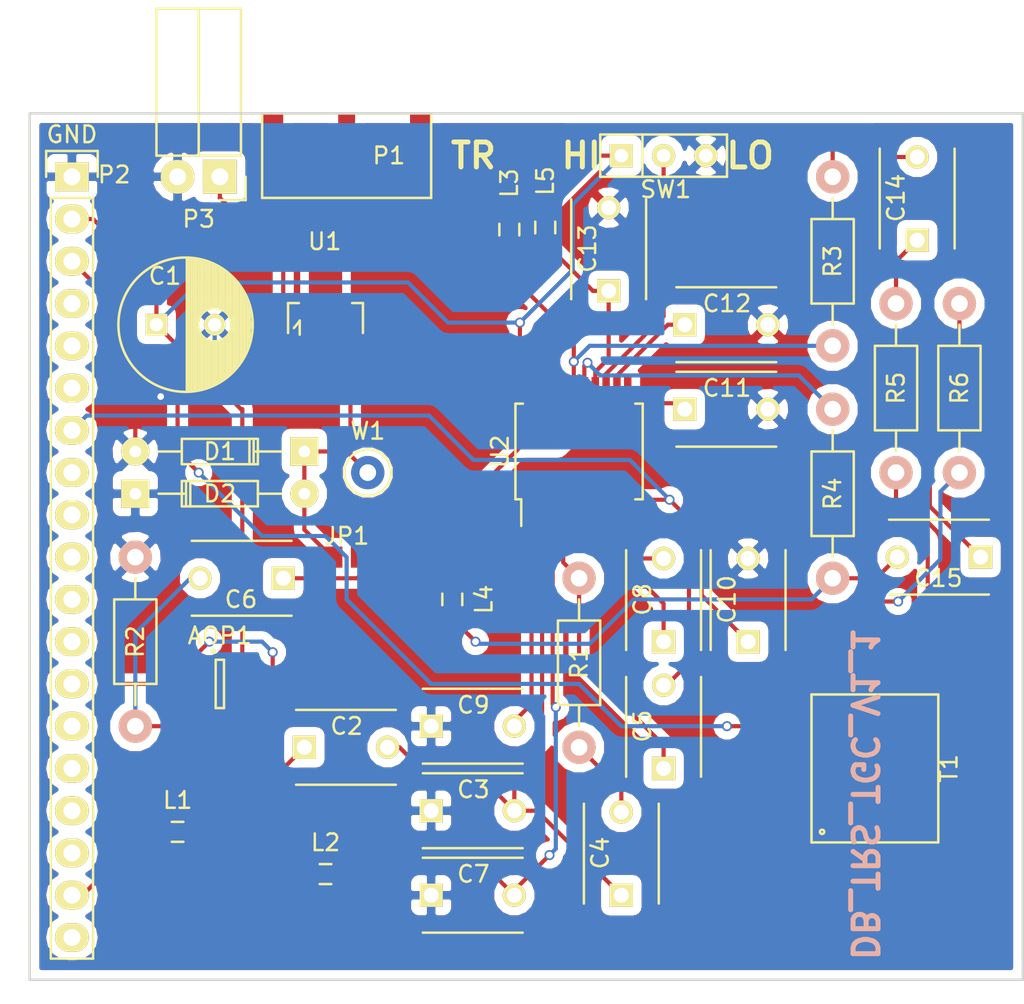
<source format=kicad_pcb>
(kicad_pcb (version 4) (host pcbnew 4.0.4+e1-6308~48~ubuntu16.04.1-stable)

  (general
    (links 76)
    (no_connects 1)
    (area 42.591667 76.804999 104.215001 137.6)
    (thickness 1.6)
    (drawings 9)
    (tracks 240)
    (zones 0)
    (modules 38)
    (nets 33)
  )

  (page A4)
  (layers
    (0 F.Cu signal)
    (31 B.Cu signal)
    (32 B.Adhes user)
    (33 F.Adhes user)
    (34 B.Paste user)
    (35 F.Paste user)
    (36 B.SilkS user)
    (37 F.SilkS user)
    (38 B.Mask user)
    (39 F.Mask user)
    (40 Dwgs.User user)
    (41 Cmts.User user)
    (42 Eco1.User user)
    (43 Eco2.User user)
    (44 Edge.Cuts user)
    (45 Margin user)
    (46 B.CrtYd user)
    (47 F.CrtYd user)
    (48 B.Fab user)
    (49 F.Fab user)
  )

  (setup
    (last_trace_width 0.25)
    (trace_clearance 0.2)
    (zone_clearance 0.508)
    (zone_45_only no)
    (trace_min 0.2)
    (segment_width 0.2)
    (edge_width 0.15)
    (via_size 0.6)
    (via_drill 0.4)
    (via_min_size 0.4)
    (via_min_drill 0.3)
    (uvia_size 0.3)
    (uvia_drill 0.1)
    (uvias_allowed no)
    (uvia_min_size 0.2)
    (uvia_min_drill 0.1)
    (pcb_text_width 0.3)
    (pcb_text_size 1.5 1.5)
    (mod_edge_width 0.15)
    (mod_text_size 1 1)
    (mod_text_width 0.15)
    (pad_size 1.524 1.524)
    (pad_drill 0.762)
    (pad_to_mask_clearance 0.2)
    (aux_axis_origin 0 0)
    (visible_elements 7FFFFFFF)
    (pcbplotparams
      (layerselection 0x010f0_80000001)
      (usegerberextensions true)
      (excludeedgelayer true)
      (linewidth 0.100000)
      (plotframeref false)
      (viasonmask false)
      (mode 1)
      (useauxorigin false)
      (hpglpennumber 1)
      (hpglpenspeed 20)
      (hpglpendiameter 15)
      (hpglpenoverlay 2)
      (psnegative false)
      (psa4output false)
      (plotreference true)
      (plotvalue true)
      (plotinvisibletext false)
      (padsonsilk false)
      (subtractmaskfromsilk false)
      (outputformat 1)
      (mirror false)
      (drillshape 0)
      (scaleselection 1)
      (outputdirectory ../gerber/))
  )

  (net 0 "")
  (net 1 "Net-(AOP1-Pad1)")
  (net 2 "Net-(AOP1-Pad2)")
  (net 3 "Net-(AOP1-Pad3)")
  (net 4 "Net-(AOP1-Pad6)")
  (net 5 GND)
  (net 6 "Net-(C2-Pad1)")
  (net 7 "Net-(C2-Pad2)")
  (net 8 "Net-(C4-Pad2)")
  (net 9 "Net-(C5-Pad1)")
  (net 10 "Net-(C5-Pad2)")
  (net 11 "Net-(C6-Pad1)")
  (net 12 "Net-(C7-Pad2)")
  (net 13 "Net-(C8-Pad1)")
  (net 14 "Net-(C8-Pad2)")
  (net 15 "Net-(C9-Pad2)")
  (net 16 "Net-(C10-Pad1)")
  (net 17 "Net-(C11-Pad1)")
  (net 18 "Net-(C12-Pad1)")
  (net 19 "Net-(C13-Pad1)")
  (net 20 "Net-(C14-Pad1)")
  (net 21 "Net-(C14-Pad2)")
  (net 22 "Net-(C15-Pad1)")
  (net 23 "Net-(C15-Pad2)")
  (net 24 "Net-(D1-Pad1)")
  (net 25 "Net-(L3-Pad1)")
  (net 26 "Net-(L4-Pad1)")
  (net 27 "Net-(P1-Pad1)")
  (net 28 "Net-(P2-Pad3)")
  (net 29 "Net-(R5-Pad1)")
  (net 30 "Net-(R6-Pad1)")
  (net 31 "Net-(SW1-Pad2)")
  (net 32 "Net-(U1-Pad2)")

  (net_class Default "This is the default net class."
    (clearance 0.2)
    (trace_width 0.25)
    (via_dia 0.6)
    (via_drill 0.4)
    (uvia_dia 0.3)
    (uvia_drill 0.1)
    (add_net GND)
    (add_net "Net-(AOP1-Pad1)")
    (add_net "Net-(AOP1-Pad2)")
    (add_net "Net-(AOP1-Pad3)")
    (add_net "Net-(AOP1-Pad6)")
    (add_net "Net-(C10-Pad1)")
    (add_net "Net-(C11-Pad1)")
    (add_net "Net-(C12-Pad1)")
    (add_net "Net-(C13-Pad1)")
    (add_net "Net-(C14-Pad1)")
    (add_net "Net-(C14-Pad2)")
    (add_net "Net-(C15-Pad1)")
    (add_net "Net-(C15-Pad2)")
    (add_net "Net-(C2-Pad1)")
    (add_net "Net-(C2-Pad2)")
    (add_net "Net-(C4-Pad2)")
    (add_net "Net-(C5-Pad1)")
    (add_net "Net-(C5-Pad2)")
    (add_net "Net-(C6-Pad1)")
    (add_net "Net-(C7-Pad2)")
    (add_net "Net-(C8-Pad1)")
    (add_net "Net-(C8-Pad2)")
    (add_net "Net-(C9-Pad2)")
    (add_net "Net-(D1-Pad1)")
    (add_net "Net-(L3-Pad1)")
    (add_net "Net-(L4-Pad1)")
    (add_net "Net-(P1-Pad1)")
    (add_net "Net-(P2-Pad3)")
    (add_net "Net-(R5-Pad1)")
    (add_net "Net-(R6-Pad1)")
    (add_net "Net-(SW1-Pad2)")
    (add_net "Net-(U1-Pad2)")
  )

  (module "Echopen:SOT-23-6_Handsoldering(OPA625)" placed (layer F.Cu) (tedit 57B6DC67) (tstamp 57BAFD3B)
    (at 55.88 118.11)
    (descr "6-pin SOT-23 package, Handsoldering")
    (tags "SOT-23-6 Handsoldering")
    (path /57BB022E)
    (attr smd)
    (fp_text reference AOP1 (at 0 -2.9) (layer F.SilkS)
      (effects (font (size 1 1) (thickness 0.15)))
    )
    (fp_text value OPA625 (at 0 2.9) (layer F.Fab)
      (effects (font (size 1 1) (thickness 0.15)))
    )
    (fp_line (start -2.4 1.7) (end -2.4 -1.7) (layer F.CrtYd) (width 0.05))
    (fp_line (start 2.4 1.7) (end -2.4 1.7) (layer F.CrtYd) (width 0.05))
    (fp_line (start 2.4 -1.7) (end 2.4 1.7) (layer F.CrtYd) (width 0.05))
    (fp_line (start -2.4 -1.7) (end 2.4 -1.7) (layer F.CrtYd) (width 0.05))
    (fp_circle (center -0.4 -1.95) (end -0.3 -1.95) (layer F.SilkS) (width 0.15))
    (fp_line (start 0.25 -1.45) (end -0.25 -1.45) (layer F.SilkS) (width 0.15))
    (fp_line (start 0.25 1.45) (end 0.25 -1.45) (layer F.SilkS) (width 0.15))
    (fp_line (start -0.25 1.45) (end 0.25 1.45) (layer F.SilkS) (width 0.15))
    (fp_line (start -0.25 -1.45) (end -0.25 1.45) (layer F.SilkS) (width 0.15))
    (pad 1 smd rect (at -1.35 -0.95) (size 1.56 0.65) (layers F.Cu F.Paste F.Mask)
      (net 1 "Net-(AOP1-Pad1)"))
    (pad 2 smd rect (at -1.35 0) (size 1.56 0.65) (layers F.Cu F.Paste F.Mask)
      (net 2 "Net-(AOP1-Pad2)"))
    (pad 3 smd rect (at -1.35 0.95) (size 1.56 0.65) (layers F.Cu F.Paste F.Mask)
      (net 3 "Net-(AOP1-Pad3)"))
    (pad 4 smd rect (at 1.35 0.95) (size 1.56 0.65) (layers F.Cu F.Paste F.Mask)
      (net 1 "Net-(AOP1-Pad1)"))
    (pad 6 smd rect (at 1.35 -0.95) (size 1.56 0.65) (layers F.Cu F.Paste F.Mask)
      (net 4 "Net-(AOP1-Pad6)"))
    (pad 5 smd rect (at 1.35 0) (size 1.56 0.65) (layers F.Cu F.Paste F.Mask)
      (net 2 "Net-(AOP1-Pad2)"))
    (model TO_SOT_Packages_SMD.3dshapes/SOT-23-6.wrl
      (at (xyz 0 0 0))
      (scale (xyz 1 1 1))
      (rotate (xyz 0 0 0))
    )
  )

  (module Echopen:CP_TH_common placed (layer F.Cu) (tedit 580E15C0) (tstamp 57BAFD41)
    (at 52.07 96.52)
    (descr "Radial Electrolytic Capacitor Diameter 8mm x Length 11.5mm, Pitch 3.5mm")
    (tags "Electrolytic Capacitor")
    (path /57B77CA1)
    (fp_text reference C1 (at 0.508 -2.921) (layer F.SilkS)
      (effects (font (size 1 1) (thickness 0.15)))
    )
    (fp_text value 10u (at 1.27 1.905) (layer F.Fab)
      (effects (font (size 1 1) (thickness 0.15)))
    )
    (fp_line (start 1.825 -3.999) (end 1.825 3.999) (layer F.SilkS) (width 0.15))
    (fp_line (start 1.965 -3.994) (end 1.965 3.994) (layer F.SilkS) (width 0.15))
    (fp_line (start 2.105 -3.984) (end 2.105 3.984) (layer F.SilkS) (width 0.15))
    (fp_line (start 2.245 -3.969) (end 2.245 3.969) (layer F.SilkS) (width 0.15))
    (fp_line (start 2.385 -3.949) (end 2.385 3.949) (layer F.SilkS) (width 0.15))
    (fp_line (start 2.525 -3.924) (end 2.525 -0.222) (layer F.SilkS) (width 0.15))
    (fp_line (start 2.525 0.222) (end 2.525 3.924) (layer F.SilkS) (width 0.15))
    (fp_line (start 2.665 -3.894) (end 2.665 -0.55) (layer F.SilkS) (width 0.15))
    (fp_line (start 2.665 0.55) (end 2.665 3.894) (layer F.SilkS) (width 0.15))
    (fp_line (start 2.805 -3.858) (end 2.805 -0.719) (layer F.SilkS) (width 0.15))
    (fp_line (start 2.805 0.719) (end 2.805 3.858) (layer F.SilkS) (width 0.15))
    (fp_line (start 2.945 -3.817) (end 2.945 -0.832) (layer F.SilkS) (width 0.15))
    (fp_line (start 2.945 0.832) (end 2.945 3.817) (layer F.SilkS) (width 0.15))
    (fp_line (start 3.085 -3.771) (end 3.085 -0.91) (layer F.SilkS) (width 0.15))
    (fp_line (start 3.085 0.91) (end 3.085 3.771) (layer F.SilkS) (width 0.15))
    (fp_line (start 3.225 -3.718) (end 3.225 -0.961) (layer F.SilkS) (width 0.15))
    (fp_line (start 3.225 0.961) (end 3.225 3.718) (layer F.SilkS) (width 0.15))
    (fp_line (start 3.365 -3.659) (end 3.365 -0.991) (layer F.SilkS) (width 0.15))
    (fp_line (start 3.365 0.991) (end 3.365 3.659) (layer F.SilkS) (width 0.15))
    (fp_line (start 3.505 -3.594) (end 3.505 -1) (layer F.SilkS) (width 0.15))
    (fp_line (start 3.505 1) (end 3.505 3.594) (layer F.SilkS) (width 0.15))
    (fp_line (start 3.645 -3.523) (end 3.645 -0.989) (layer F.SilkS) (width 0.15))
    (fp_line (start 3.645 0.989) (end 3.645 3.523) (layer F.SilkS) (width 0.15))
    (fp_line (start 3.785 -3.444) (end 3.785 -0.959) (layer F.SilkS) (width 0.15))
    (fp_line (start 3.785 0.959) (end 3.785 3.444) (layer F.SilkS) (width 0.15))
    (fp_line (start 3.925 -3.357) (end 3.925 -0.905) (layer F.SilkS) (width 0.15))
    (fp_line (start 3.925 0.905) (end 3.925 3.357) (layer F.SilkS) (width 0.15))
    (fp_line (start 4.065 -3.262) (end 4.065 -0.825) (layer F.SilkS) (width 0.15))
    (fp_line (start 4.065 0.825) (end 4.065 3.262) (layer F.SilkS) (width 0.15))
    (fp_line (start 4.205 -3.158) (end 4.205 -0.709) (layer F.SilkS) (width 0.15))
    (fp_line (start 4.205 0.709) (end 4.205 3.158) (layer F.SilkS) (width 0.15))
    (fp_line (start 4.345 -3.044) (end 4.345 -0.535) (layer F.SilkS) (width 0.15))
    (fp_line (start 4.345 0.535) (end 4.345 3.044) (layer F.SilkS) (width 0.15))
    (fp_line (start 4.485 -2.919) (end 4.485 -0.173) (layer F.SilkS) (width 0.15))
    (fp_line (start 4.485 0.173) (end 4.485 2.919) (layer F.SilkS) (width 0.15))
    (fp_line (start 4.625 -2.781) (end 4.625 2.781) (layer F.SilkS) (width 0.15))
    (fp_line (start 4.765 -2.629) (end 4.765 2.629) (layer F.SilkS) (width 0.15))
    (fp_line (start 4.905 -2.459) (end 4.905 2.459) (layer F.SilkS) (width 0.15))
    (fp_line (start 5.045 -2.268) (end 5.045 2.268) (layer F.SilkS) (width 0.15))
    (fp_line (start 5.185 -2.05) (end 5.185 2.05) (layer F.SilkS) (width 0.15))
    (fp_line (start 5.325 -1.794) (end 5.325 1.794) (layer F.SilkS) (width 0.15))
    (fp_line (start 5.465 -1.483) (end 5.465 1.483) (layer F.SilkS) (width 0.15))
    (fp_line (start 5.605 -1.067) (end 5.605 1.067) (layer F.SilkS) (width 0.15))
    (fp_line (start 5.745 -0.2) (end 5.745 0.2) (layer F.SilkS) (width 0.15))
    (fp_circle (center 3.5 0) (end 3.5 -1) (layer F.SilkS) (width 0.15))
    (fp_circle (center 1.75 0) (end 1.75 -4.0375) (layer F.SilkS) (width 0.15))
    (fp_circle (center 1.75 0) (end 1.75 -4.3) (layer F.CrtYd) (width 0.05))
    (pad 2 thru_hole circle (at 3.5 0) (size 1.3 1.3) (drill 0.8) (layers *.Cu *.Mask F.SilkS)
      (net 5 GND))
    (pad 1 thru_hole rect (at 0 0) (size 1.3 1.3) (drill 0.8) (layers *.Cu *.Mask F.SilkS)
      (net 4 "Net-(AOP1-Pad6)"))
    (model Capacitors_ThroughHole.3dshapes/C_Radial_D8_L11.5_P3.5.wrl
      (at (xyz 0 0 0))
      (scale (xyz 1 1 1))
      (rotate (xyz 0 0 0))
    )
  )

  (module Echopen:Jumper placed (layer F.Cu) (tedit 57BAD429) (tstamp 57BAFDA7)
    (at 63.5 110.49)
    (path /57B78D71)
    (fp_text reference JP1 (at 0 -1.27) (layer F.SilkS)
      (effects (font (size 1 1) (thickness 0.15)))
    )
    (fp_text value JUMPER (at 0 1.27) (layer F.Fab)
      (effects (font (size 1 1) (thickness 0.15)))
    )
    (pad 1 smd rect (at -0.889 0) (size 1.27 1.27) (layers F.Cu F.Paste F.Mask)
      (net 24 "Net-(D1-Pad1)"))
    (pad 2 smd rect (at 0.889 0) (size 1.27 1.27) (layers F.Cu F.Paste F.Mask)
      (net 11 "Net-(C6-Pad1)"))
  )

  (module Socket_Strips:Socket_Strip_Angled_1x02 placed (layer F.Cu) (tedit 57BB2A0B) (tstamp 57BAFDE9)
    (at 55.88 87.63 180)
    (descr "Through hole socket strip")
    (tags "socket strip")
    (path /57B740D3)
    (fp_text reference P3 (at 1.27 -2.54 180) (layer F.SilkS)
      (effects (font (size 1 1) (thickness 0.15)))
    )
    (fp_text value CONN_01X02 (at 0 -2.75 180) (layer F.Fab)
      (effects (font (size 1 1) (thickness 0.15)))
    )
    (fp_line (start -1.75 -1.5) (end -1.75 10.6) (layer F.CrtYd) (width 0.05))
    (fp_line (start 4.3 -1.5) (end 4.3 10.6) (layer F.CrtYd) (width 0.05))
    (fp_line (start -1.75 -1.5) (end 4.3 -1.5) (layer F.CrtYd) (width 0.05))
    (fp_line (start -1.75 10.6) (end 4.3 10.6) (layer F.CrtYd) (width 0.05))
    (fp_line (start 3.81 10.1) (end 3.81 1.27) (layer F.SilkS) (width 0.15))
    (fp_line (start 1.27 10.1) (end 3.81 10.1) (layer F.SilkS) (width 0.15))
    (fp_line (start 1.27 1.27) (end 1.27 10.1) (layer F.SilkS) (width 0.15))
    (fp_line (start 1.27 1.27) (end 3.81 1.27) (layer F.SilkS) (width 0.15))
    (fp_line (start -1.27 1.27) (end 1.27 1.27) (layer F.SilkS) (width 0.15))
    (fp_line (start 0 -1.4) (end -1.55 -1.4) (layer F.SilkS) (width 0.15))
    (fp_line (start -1.55 -1.4) (end -1.55 0) (layer F.SilkS) (width 0.15))
    (fp_line (start -1.27 1.27) (end -1.27 10.1) (layer F.SilkS) (width 0.15))
    (fp_line (start -1.27 10.1) (end 1.27 10.1) (layer F.SilkS) (width 0.15))
    (fp_line (start 1.27 10.1) (end 1.27 1.27) (layer F.SilkS) (width 0.15))
    (pad 1 thru_hole rect (at 0 0 180) (size 2.032 2.032) (drill 1.016) (layers *.Cu *.Mask F.SilkS)
      (net 27 "Net-(P1-Pad1)"))
    (pad 2 thru_hole oval (at 2.54 0 180) (size 2.032 2.032) (drill 1.016) (layers *.Cu *.Mask F.SilkS)
      (net 5 GND))
    (model Socket_Strips.3dshapes/Socket_Strip_Angled_1x02.wrl
      (at (xyz 0.05 0 0))
      (scale (xyz 1 1 1))
      (rotate (xyz 0 0 180))
    )
  )

  (module Buttons_Switches_ThroughHole:SW_Micro_SPST placed (layer F.Cu) (tedit 57BEB0FD) (tstamp 57BAFE2B)
    (at 82.55 86.36)
    (tags "Switch Micro SPST")
    (path /57B7324E)
    (fp_text reference SW1 (at 0.127 2.032) (layer F.SilkS)
      (effects (font (size 1 1) (thickness 0.15)))
    )
    (fp_text value SWITCH_INV (at 0.025 2.45) (layer F.Fab)
      (effects (font (size 1 1) (thickness 0.15)))
    )
    (fp_line (start -3.81 1.27) (end -3.81 -1.27) (layer F.SilkS) (width 0.15))
    (fp_line (start -3.81 -1.27) (end 3.81 -1.27) (layer F.SilkS) (width 0.15))
    (fp_line (start 3.81 -1.27) (end 3.81 1.27) (layer F.SilkS) (width 0.15))
    (fp_line (start 3.81 1.27) (end -3.81 1.27) (layer F.SilkS) (width 0.15))
    (fp_line (start -1.27 -1.27) (end -1.27 1.27) (layer F.SilkS) (width 0.15))
    (pad 1 thru_hole rect (at -2.54 0) (size 1.397 1.397) (drill 0.8128) (layers *.Cu *.Mask F.SilkS)
      (net 4 "Net-(AOP1-Pad6)"))
    (pad 2 thru_hole circle (at 0 0) (size 1.397 1.397) (drill 0.8128) (layers *.Cu *.Mask F.SilkS)
      (net 31 "Net-(SW1-Pad2)"))
    (pad 3 thru_hole circle (at 2.54 0) (size 1.397 1.397) (drill 0.8128) (layers *.Cu *.Mask F.SilkS)
      (net 5 GND))
    (model Buttons_Switches_ThroughHole.3dshapes/SW_Micro_SPST.wrl
      (at (xyz 0 0 0))
      (scale (xyz 0.33 0.33 0.33))
      (rotate (xyz 0 0 0))
    )
  )

  (module TO_SOT_Packages_SMD:SOT89-3_Housing_Handsoldering placed (layer F.Cu) (tedit 0) (tstamp 57BAFE3E)
    (at 62.23 96.52)
    (descr "SOT89-3, Housing, Handsoldering,")
    (tags "SOT89-3, Housing, Handsoldering,")
    (path /57B77B40)
    (attr smd)
    (fp_text reference U1 (at -0.0508 -5.00126) (layer F.SilkS)
      (effects (font (size 1 1) (thickness 0.15)))
    )
    (fp_text value MD0100 (at -0.14986 5.30098) (layer F.Fab)
      (effects (font (size 1 1) (thickness 0.15)))
    )
    (fp_line (start -1.89992 0.20066) (end -1.651 -0.09906) (layer F.SilkS) (width 0.15))
    (fp_line (start -1.651 -0.09906) (end -1.5494 -0.24892) (layer F.SilkS) (width 0.15))
    (fp_line (start -1.5494 -0.24892) (end -1.5494 0.59944) (layer F.SilkS) (width 0.15))
    (fp_line (start -2.25044 -1.30048) (end -2.25044 0.50038) (layer F.SilkS) (width 0.15))
    (fp_line (start -2.25044 -1.30048) (end -1.6002 -1.30048) (layer F.SilkS) (width 0.15))
    (fp_line (start 2.25044 -1.30048) (end 2.25044 0.50038) (layer F.SilkS) (width 0.15))
    (fp_line (start 2.25044 -1.30048) (end 1.6002 -1.30048) (layer F.SilkS) (width 0.15))
    (pad 1 smd rect (at -1.50114 2.35204) (size 1.00076 2.5019) (layers F.Cu F.Paste F.Mask)
      (net 27 "Net-(P1-Pad1)"))
    (pad 2 smd rect (at 0 2.35204) (size 1.00076 2.5019) (layers F.Cu F.Paste F.Mask)
      (net 32 "Net-(U1-Pad2)"))
    (pad 3 smd rect (at 1.50114 2.35204) (size 1.00076 2.5019) (layers F.Cu F.Paste F.Mask)
      (net 24 "Net-(D1-Pad1)"))
    (pad 2 smd rect (at 0 -1.6002) (size 1.99898 4.0005) (layers F.Cu F.Paste F.Mask)
      (net 32 "Net-(U1-Pad2)"))
    (pad 2 smd trapezoid (at 0 0.7493 180) (size 1.50114 0.7493) (rect_delta 0 0.50038 ) (layers F.Cu F.Paste F.Mask)
      (net 32 "Net-(U1-Pad2)"))
    (model TO_SOT_Packages_SMD.3dshapes/SOT89-3_Housing_Handsoldering.wrl
      (at (xyz 0 0 0))
      (scale (xyz 0.3937 0.3937 0.3937))
      (rotate (xyz 0 0 0))
    )
  )

  (module Measurement_Points:Test_Point_Keystone_5000-5004_Miniature placed (layer F.Cu) (tedit 56E5DE14) (tstamp 57BAFE5B)
    (at 64.77 105.41)
    (descr "Keystone Miniature THM Test Point 5000-5004, http://www.keyelco.com/product-pdf.cfm?p=1309")
    (tags "Through Hole Mount Test Points")
    (path /57B78D06)
    (attr virtual)
    (fp_text reference W1 (at 0 -2.5) (layer F.SilkS)
      (effects (font (size 1 1) (thickness 0.15)))
    )
    (fp_text value TEST_1P (at 0 2.5) (layer F.Fab)
      (effects (font (size 1 1) (thickness 0.15)))
    )
    (fp_circle (center 0 0) (end 1.65 0) (layer F.CrtYd) (width 0.05))
    (fp_line (start -0.75 -0.25) (end 0.75 -0.25) (layer F.Fab) (width 0.15))
    (fp_line (start 0.75 -0.25) (end 0.75 0.25) (layer F.Fab) (width 0.15))
    (fp_line (start 0.75 0.25) (end -0.75 0.25) (layer F.Fab) (width 0.15))
    (fp_line (start -0.75 0.25) (end -0.75 -0.25) (layer F.Fab) (width 0.15))
    (fp_circle (center 0 0) (end 1.25 0) (layer F.Fab) (width 0.15))
    (fp_circle (center 0 0) (end 1.4 0) (layer F.SilkS) (width 0.15))
    (pad 1 thru_hole circle (at 0 0) (size 2 2) (drill 1) (layers *.Cu *.Mask)
      (net 24 "Net-(D1-Pad1)"))
  )

  (module Echopen:SMA (layer F.Cu) (tedit 57B6CD4E) (tstamp 57BAFDCC)
    (at 63.5 86.36)
    (path /57B71B52)
    (fp_text reference P1 (at 2.54 0) (layer F.SilkS)
      (effects (font (size 1 1) (thickness 0.15)))
    )
    (fp_text value SMA (at -2.54 0) (layer F.Fab)
      (effects (font (size 1 1) (thickness 0.15)))
    )
    (fp_line (start -5.08 -2.54) (end 5.08 -2.54) (layer F.SilkS) (width 0.15))
    (fp_line (start 5.08 -2.54) (end 5.08 2.54) (layer F.SilkS) (width 0.15))
    (fp_line (start 5.08 2.54) (end -5.08 2.54) (layer F.SilkS) (width 0.15))
    (fp_line (start -5.08 2.54) (end -5.08 -2.54) (layer F.SilkS) (width 0.15))
    (pad 2 smd rect (at -5.08 0) (size 1.27 5.08) (drill (offset 0.635 0)) (layers *.Paste *.Mask F.Cu)
      (net 5 GND))
    (pad 2 smd rect (at 5.08 0) (size 1.27 5.08) (drill (offset -0.635 0)) (layers *.Paste *.Mask F.Cu)
      (net 5 GND))
    (pad 1 smd rect (at 0 0) (size 1.016 5.08) (layers F.Cu F.Paste F.Mask)
      (net 27 "Net-(P1-Pad1)"))
    (model ../../../../../home/echopen/Bureau/GitHub/electronic/kicad/Librairy/3d/sma_90_r300.124.403.wrl
      (at (xyz 0 0.15 0))
      (scale (xyz 0.9 0.9 0.9))
      (rotate (xyz 0 0 180))
    )
  )

  (module Housings_SSOP:SSOP-20_5.3x7.2mm_Pitch0.65mm (layer F.Cu) (tedit 54130A77) (tstamp 57BEA6A9)
    (at 77.47 104.14 90)
    (descr "20-Lead Plastic Shrink Small Outline (SS)-5.30 mm Body [SSOP] (see Microchip Packaging Specification 00000049BS.pdf)")
    (tags "SSOP 0.65")
    (path /57B717A0)
    (attr smd)
    (fp_text reference U2 (at 0 -4.75 90) (layer F.SilkS)
      (effects (font (size 1 1) (thickness 0.15)))
    )
    (fp_text value AD8331 (at 0 4.75 90) (layer F.Fab)
      (effects (font (size 1 1) (thickness 0.15)))
    )
    (fp_circle (center -2 -3) (end -2.25 -3) (layer F.Fab) (width 0.15))
    (fp_line (start -2.7 3.6) (end -2.7 -3.6) (layer F.Fab) (width 0.15))
    (fp_line (start 2.7 3.6) (end -2.7 3.6) (layer F.Fab) (width 0.15))
    (fp_line (start 2.7 -3.6) (end 2.7 3.6) (layer F.Fab) (width 0.15))
    (fp_line (start -2.7 -3.6) (end 2.7 -3.6) (layer F.Fab) (width 0.15))
    (fp_line (start -4.75 -4) (end -4.75 4) (layer F.CrtYd) (width 0.05))
    (fp_line (start 4.75 -4) (end 4.75 4) (layer F.CrtYd) (width 0.05))
    (fp_line (start -4.75 -4) (end 4.75 -4) (layer F.CrtYd) (width 0.05))
    (fp_line (start -4.75 4) (end 4.75 4) (layer F.CrtYd) (width 0.05))
    (fp_line (start -2.875 -3.825) (end -2.875 -3.475) (layer F.SilkS) (width 0.15))
    (fp_line (start 2.875 -3.825) (end 2.875 -3.375) (layer F.SilkS) (width 0.15))
    (fp_line (start 2.875 3.825) (end 2.875 3.375) (layer F.SilkS) (width 0.15))
    (fp_line (start -2.875 3.825) (end -2.875 3.375) (layer F.SilkS) (width 0.15))
    (fp_line (start -2.875 -3.825) (end 2.875 -3.825) (layer F.SilkS) (width 0.15))
    (fp_line (start -2.875 3.825) (end 2.875 3.825) (layer F.SilkS) (width 0.15))
    (fp_line (start -2.875 -3.475) (end -4.475 -3.475) (layer F.SilkS) (width 0.15))
    (pad 1 smd rect (at -3.6 -2.925 90) (size 1.75 0.45) (layers F.Cu F.Paste F.Mask)
      (net 15 "Net-(C9-Pad2)"))
    (pad 2 smd rect (at -3.6 -2.275 90) (size 1.75 0.45) (layers F.Cu F.Paste F.Mask)
      (net 7 "Net-(C2-Pad2)"))
    (pad 3 smd rect (at -3.6 -1.625 90) (size 1.75 0.45) (layers F.Cu F.Paste F.Mask)
      (net 12 "Net-(C7-Pad2)"))
    (pad 4 smd rect (at -3.6 -0.975 90) (size 1.75 0.45) (layers F.Cu F.Paste F.Mask)
      (net 9 "Net-(C5-Pad1)"))
    (pad 5 smd rect (at -3.6 -0.325 90) (size 1.75 0.45) (layers F.Cu F.Paste F.Mask)
      (net 13 "Net-(C8-Pad1)"))
    (pad 6 smd rect (at -3.6 0.325 90) (size 1.75 0.45) (layers F.Cu F.Paste F.Mask)
      (net 5 GND))
    (pad 7 smd rect (at -3.6 0.975 90) (size 1.75 0.45) (layers F.Cu F.Paste F.Mask)
      (net 14 "Net-(C8-Pad2)"))
    (pad 8 smd rect (at -3.6 1.625 90) (size 1.75 0.45) (layers F.Cu F.Paste F.Mask)
      (net 10 "Net-(C5-Pad2)"))
    (pad 9 smd rect (at -3.6 2.275 90) (size 1.75 0.45) (layers F.Cu F.Paste F.Mask)
      (net 5 GND))
    (pad 10 smd rect (at -3.6 2.925 90) (size 1.75 0.45) (layers F.Cu F.Paste F.Mask)
      (net 16 "Net-(C10-Pad1)"))
    (pad 11 smd rect (at 3.6 2.925 90) (size 1.75 0.45) (layers F.Cu F.Paste F.Mask)
      (net 17 "Net-(C11-Pad1)"))
    (pad 12 smd rect (at 3.6 2.275 90) (size 1.75 0.45) (layers F.Cu F.Paste F.Mask)
      (net 18 "Net-(C12-Pad1)"))
    (pad 13 smd rect (at 3.6 1.625 90) (size 1.75 0.45) (layers F.Cu F.Paste F.Mask)
      (net 31 "Net-(SW1-Pad2)"))
    (pad 14 smd rect (at 3.6 0.975 90) (size 1.75 0.45) (layers F.Cu F.Paste F.Mask)
      (net 19 "Net-(C13-Pad1)"))
    (pad 15 smd rect (at 3.6 0.325 90) (size 1.75 0.45) (layers F.Cu F.Paste F.Mask)
      (net 26 "Net-(L4-Pad1)"))
    (pad 16 smd rect (at 3.6 -0.325 90) (size 1.75 0.45) (layers F.Cu F.Paste F.Mask)
      (net 25 "Net-(L3-Pad1)"))
    (pad 17 smd rect (at 3.6 -0.975 90) (size 1.75 0.45) (layers F.Cu F.Paste F.Mask)
      (net 5 GND))
    (pad 18 smd rect (at 3.6 -1.625 90) (size 1.75 0.45) (layers F.Cu F.Paste F.Mask)
      (net 4 "Net-(AOP1-Pad6)"))
    (pad 19 smd rect (at 3.6 -2.275 90) (size 1.75 0.45) (layers F.Cu F.Paste F.Mask)
      (net 4 "Net-(AOP1-Pad6)"))
    (pad 20 smd rect (at 3.6 -2.925 90) (size 1.75 0.45) (layers F.Cu F.Paste F.Mask)
      (net 5 GND))
    (model Housings_SSOP.3dshapes/SSOP-20_5.3x7.2mm_Pitch0.65mm.wrl
      (at (xyz 0 0 0))
      (scale (xyz 1 1 1))
      (rotate (xyz 0 0 0))
    )
  )

  (module Echopen:Header_pin_angled_1x19 (layer F.Cu) (tedit 57BEAD7D) (tstamp 57BEAA63)
    (at 46.99 110.49)
    (descr "Through hole socket strip")
    (tags "socket strip")
    (path /57B73346)
    (fp_text reference P2 (at 2.54 -22.987) (layer F.SilkS)
      (effects (font (size 1 1) (thickness 0.15)))
    )
    (fp_text value CONN_01X19 (at 0.635 26.035) (layer F.Fab)
      (effects (font (size 1 1) (thickness 0.15)))
    )
    (fp_text user GND (at 0 -25.4) (layer F.SilkS)
      (effects (font (size 1 1) (thickness 0.15)))
    )
    (fp_line (start 1.75 -24.61) (end -1.75 -24.61) (layer F.CrtYd) (width 0.05))
    (fp_line (start 1.75 24.64) (end -1.75 24.64) (layer F.CrtYd) (width 0.05))
    (fp_line (start 1.75 -24.61) (end 1.75 24.64) (layer F.CrtYd) (width 0.05))
    (fp_line (start -1.75 -24.61) (end -1.75 24.64) (layer F.CrtYd) (width 0.05))
    (fp_line (start -1.27 -21.59) (end -1.27 24.13) (layer F.SilkS) (width 0.15))
    (fp_line (start -1.27 24.13) (end 1.27 24.13) (layer F.SilkS) (width 0.15))
    (fp_line (start 1.27 24.13) (end 1.27 -21.59) (layer F.SilkS) (width 0.15))
    (fp_line (start -1.55 -24.41) (end -1.55 -22.86) (layer F.SilkS) (width 0.15))
    (fp_line (start -1.27 -21.59) (end 1.27 -21.59) (layer F.SilkS) (width 0.15))
    (fp_line (start 1.55 -22.86) (end 1.55 -24.41) (layer F.SilkS) (width 0.15))
    (fp_line (start 1.55 -24.41) (end -1.55 -24.41) (layer F.SilkS) (width 0.15))
    (pad 1 thru_hole rect (at 0 -22.86 270) (size 1.7272 2.032) (drill 1.016) (layers *.Cu *.Mask F.SilkS)
      (net 5 GND))
    (pad 2 thru_hole oval (at 0 -20.32 270) (size 1.7272 2.032) (drill 1.016) (layers *.Cu *.Mask F.SilkS)
      (net 4 "Net-(AOP1-Pad6)"))
    (pad 3 thru_hole oval (at 0 -17.78 270) (size 1.7272 2.032) (drill 1.016) (layers *.Cu *.Mask F.SilkS)
      (net 28 "Net-(P2-Pad3)"))
    (pad 4 thru_hole oval (at 0 -15.24 270) (size 1.7272 2.032) (drill 1.016) (layers *.Cu *.Mask F.SilkS))
    (pad 5 thru_hole oval (at 0 -12.7 270) (size 1.7272 2.032) (drill 1.016) (layers *.Cu *.Mask F.SilkS))
    (pad 6 thru_hole oval (at 0 -10.16 270) (size 1.7272 2.032) (drill 1.016) (layers *.Cu *.Mask F.SilkS))
    (pad 7 thru_hole oval (at 0 -7.62 270) (size 1.7272 2.032) (drill 1.016) (layers *.Cu *.Mask F.SilkS)
      (net 16 "Net-(C10-Pad1)"))
    (pad 8 thru_hole oval (at 0 -5.08 270) (size 1.7272 2.032) (drill 1.016) (layers *.Cu *.Mask F.SilkS))
    (pad 9 thru_hole oval (at 0 -2.54 270) (size 1.7272 2.032) (drill 1.016) (layers *.Cu *.Mask F.SilkS))
    (pad 10 thru_hole oval (at 0 0 270) (size 1.7272 2.032) (drill 1.016) (layers *.Cu *.Mask F.SilkS))
    (pad 11 thru_hole oval (at 0 2.54 270) (size 1.7272 2.032) (drill 1.016) (layers *.Cu *.Mask F.SilkS))
    (pad 12 thru_hole oval (at 0 5.08 270) (size 1.7272 2.032) (drill 1.016) (layers *.Cu *.Mask F.SilkS))
    (pad 13 thru_hole oval (at 0 7.62 270) (size 1.7272 2.032) (drill 1.016) (layers *.Cu *.Mask F.SilkS))
    (pad 14 thru_hole oval (at 0 10.16 270) (size 1.7272 2.032) (drill 1.016) (layers *.Cu *.Mask F.SilkS))
    (pad 15 thru_hole oval (at 0 12.7 270) (size 1.7272 2.032) (drill 1.016) (layers *.Cu *.Mask F.SilkS))
    (pad 16 thru_hole oval (at 0 15.24 270) (size 1.7272 2.032) (drill 1.016) (layers *.Cu *.Mask F.SilkS))
    (pad 17 thru_hole oval (at 0 17.78 270) (size 1.7272 2.032) (drill 1.016) (layers *.Cu *.Mask F.SilkS))
    (pad 18 thru_hole oval (at 0 20.32 270) (size 1.7272 2.032) (drill 1.016) (layers *.Cu *.Mask F.SilkS)
      (net 2 "Net-(AOP1-Pad2)"))
    (pad 19 thru_hole oval (at 0 22.86 270) (size 1.7272 2.032) (drill 1.016) (layers *.Cu *.Mask F.SilkS))
    (model Pin_Headers.3dshapes/Pin_Header_Angled_1x19.wrl
      (at (xyz 0 0 0))
      (scale (xyz 1 1 1))
      (rotate (xyz 0 0 -90))
    )
  )

  (module "Echopen:Transfo_6pins(coilcraft)" (layer F.Cu) (tedit 57CE9B81) (tstamp 57BAFE35)
    (at 95.25 123.19 270)
    (path /57BAD259)
    (fp_text reference T1 (at 0 -4.445 270) (layer F.SilkS)
      (effects (font (size 1 1) (thickness 0.15)))
    )
    (fp_text value TRANSFO_6pins (at 0 4.445 270) (layer F.Fab)
      (effects (font (size 1 1) (thickness 0.15)))
    )
    (fp_circle (center 3.81 3.175) (end 3.81 3.048) (layer F.SilkS) (width 0.15))
    (fp_line (start 4.445 -3.81) (end 4.445 3.81) (layer F.SilkS) (width 0.15))
    (fp_line (start 4.445 3.81) (end -4.445 3.81) (layer F.SilkS) (width 0.15))
    (fp_line (start -4.445 -3.81) (end 4.445 -3.81) (layer F.SilkS) (width 0.15))
    (fp_line (start -3.81 -3.81) (end -3.81 -3.81) (layer F.SilkS) (width 0.15))
    (fp_line (start -4.445 3.81) (end -4.445 -3.81) (layer F.SilkS) (width 0.15))
    (pad 3 smd rect (at -2.921 -2.54 270) (size 3.81 1.27) (layers F.Cu F.Paste F.Mask)
      (net 29 "Net-(R5-Pad1)"))
    (pad 2 smd rect (at -2.921 0 270) (size 3.81 1.27) (layers F.Cu F.Paste F.Mask)
      (net 5 GND))
    (pad 1 smd rect (at -2.921 2.54 270) (size 3.81 1.27) (layers F.Cu F.Paste F.Mask)
      (net 30 "Net-(R6-Pad1)"))
    (pad 4 smd rect (at 2.921 -2.54 270) (size 3.81 1.27) (layers F.Cu F.Paste F.Mask)
      (net 5 GND))
    (pad 5 smd rect (at 2.921 0 270) (size 3.81 1.27) (layers F.Cu F.Paste F.Mask))
    (pad 6 smd rect (at 2.921 2.54 270) (size 3.81 1.27) (layers F.Cu F.Paste F.Mask)
      (net 28 "Net-(P2-Pad3)"))
  )

  (module Echopen:Resistor_TH_common (layer F.Cu) (tedit 580DD939) (tstamp 57BAFE24)
    (at 100.33 105.41 90)
    (descr "Resistor, Axial,  RM 10mm, 1/3W")
    (tags "Resistor Axial RM 10mm 1/3W")
    (path /57B773A8)
    (fp_text reference R6 (at 5.08 0 90) (layer F.SilkS)
      (effects (font (size 1 1) (thickness 0.15)))
    )
    (fp_text value 237 (at 5.08 1.905 90) (layer F.Fab)
      (effects (font (size 1 1) (thickness 0.15)))
    )
    (fp_line (start -1.25 -1.5) (end 11.4 -1.5) (layer F.CrtYd) (width 0.05))
    (fp_line (start -1.25 1.5) (end -1.25 -1.5) (layer F.CrtYd) (width 0.05))
    (fp_line (start 11.4 -1.5) (end 11.4 1.5) (layer F.CrtYd) (width 0.05))
    (fp_line (start -1.25 1.5) (end 11.4 1.5) (layer F.CrtYd) (width 0.05))
    (fp_line (start 2.54 -1.27) (end 7.62 -1.27) (layer F.SilkS) (width 0.15))
    (fp_line (start 7.62 -1.27) (end 7.62 1.27) (layer F.SilkS) (width 0.15))
    (fp_line (start 7.62 1.27) (end 2.54 1.27) (layer F.SilkS) (width 0.15))
    (fp_line (start 2.54 1.27) (end 2.54 -1.27) (layer F.SilkS) (width 0.15))
    (fp_line (start 2.54 0) (end 1.27 0) (layer F.SilkS) (width 0.15))
    (fp_line (start 7.62 0) (end 8.89 0) (layer F.SilkS) (width 0.15))
    (pad 1 thru_hole circle (at 0 0 90) (size 1.99898 1.99898) (drill 1.00076) (layers *.Cu *.SilkS *.Mask)
      (net 30 "Net-(R6-Pad1)"))
    (pad 2 thru_hole circle (at 10.16 0 90) (size 1.99898 1.99898) (drill 1.00076) (layers *.Cu *.SilkS *.Mask)
      (net 22 "Net-(C15-Pad1)"))
    (model Resistors_ThroughHole.3dshapes/Resistor_Horizontal_RM10mm.wrl
      (at (xyz 0.2 0 0))
      (scale (xyz 0.4 0.4 0.4))
      (rotate (xyz 0 0 0))
    )
  )

  (module Echopen:Resistor_TH_common (layer F.Cu) (tedit 580DD939) (tstamp 57BAFE1E)
    (at 96.52 105.41 90)
    (descr "Resistor, Axial,  RM 10mm, 1/3W")
    (tags "Resistor Axial RM 10mm 1/3W")
    (path /57B771F2)
    (fp_text reference R5 (at 5.08 0 90) (layer F.SilkS)
      (effects (font (size 1 1) (thickness 0.15)))
    )
    (fp_text value 237 (at 5.08 1.905 90) (layer F.Fab)
      (effects (font (size 1 1) (thickness 0.15)))
    )
    (fp_line (start -1.25 -1.5) (end 11.4 -1.5) (layer F.CrtYd) (width 0.05))
    (fp_line (start -1.25 1.5) (end -1.25 -1.5) (layer F.CrtYd) (width 0.05))
    (fp_line (start 11.4 -1.5) (end 11.4 1.5) (layer F.CrtYd) (width 0.05))
    (fp_line (start -1.25 1.5) (end 11.4 1.5) (layer F.CrtYd) (width 0.05))
    (fp_line (start 2.54 -1.27) (end 7.62 -1.27) (layer F.SilkS) (width 0.15))
    (fp_line (start 7.62 -1.27) (end 7.62 1.27) (layer F.SilkS) (width 0.15))
    (fp_line (start 7.62 1.27) (end 2.54 1.27) (layer F.SilkS) (width 0.15))
    (fp_line (start 2.54 1.27) (end 2.54 -1.27) (layer F.SilkS) (width 0.15))
    (fp_line (start 2.54 0) (end 1.27 0) (layer F.SilkS) (width 0.15))
    (fp_line (start 7.62 0) (end 8.89 0) (layer F.SilkS) (width 0.15))
    (pad 1 thru_hole circle (at 0 0 90) (size 1.99898 1.99898) (drill 1.00076) (layers *.Cu *.SilkS *.Mask)
      (net 29 "Net-(R5-Pad1)"))
    (pad 2 thru_hole circle (at 10.16 0 90) (size 1.99898 1.99898) (drill 1.00076) (layers *.Cu *.SilkS *.Mask)
      (net 20 "Net-(C14-Pad1)"))
    (model Resistors_ThroughHole.3dshapes/Resistor_Horizontal_RM10mm.wrl
      (at (xyz 0.2 0 0))
      (scale (xyz 0.4 0.4 0.4))
      (rotate (xyz 0 0 0))
    )
  )

  (module Echopen:Resistor_TH_common (layer F.Cu) (tedit 580DD939) (tstamp 57BAFE18)
    (at 92.71 111.76 90)
    (descr "Resistor, Axial,  RM 10mm, 1/3W")
    (tags "Resistor Axial RM 10mm 1/3W")
    (path /57B749EA)
    (fp_text reference R4 (at 5.08 0 90) (layer F.SilkS)
      (effects (font (size 1 1) (thickness 0.15)))
    )
    (fp_text value 100 (at 5.08 1.905 90) (layer F.Fab)
      (effects (font (size 1 1) (thickness 0.15)))
    )
    (fp_line (start -1.25 -1.5) (end 11.4 -1.5) (layer F.CrtYd) (width 0.05))
    (fp_line (start -1.25 1.5) (end -1.25 -1.5) (layer F.CrtYd) (width 0.05))
    (fp_line (start 11.4 -1.5) (end 11.4 1.5) (layer F.CrtYd) (width 0.05))
    (fp_line (start -1.25 1.5) (end 11.4 1.5) (layer F.CrtYd) (width 0.05))
    (fp_line (start 2.54 -1.27) (end 7.62 -1.27) (layer F.SilkS) (width 0.15))
    (fp_line (start 7.62 -1.27) (end 7.62 1.27) (layer F.SilkS) (width 0.15))
    (fp_line (start 7.62 1.27) (end 2.54 1.27) (layer F.SilkS) (width 0.15))
    (fp_line (start 2.54 1.27) (end 2.54 -1.27) (layer F.SilkS) (width 0.15))
    (fp_line (start 2.54 0) (end 1.27 0) (layer F.SilkS) (width 0.15))
    (fp_line (start 7.62 0) (end 8.89 0) (layer F.SilkS) (width 0.15))
    (pad 1 thru_hole circle (at 0 0 90) (size 1.99898 1.99898) (drill 1.00076) (layers *.Cu *.SilkS *.Mask)
      (net 23 "Net-(C15-Pad2)"))
    (pad 2 thru_hole circle (at 10.16 0 90) (size 1.99898 1.99898) (drill 1.00076) (layers *.Cu *.SilkS *.Mask)
      (net 26 "Net-(L4-Pad1)"))
    (model Resistors_ThroughHole.3dshapes/Resistor_Horizontal_RM10mm.wrl
      (at (xyz 0.2 0 0))
      (scale (xyz 0.4 0.4 0.4))
      (rotate (xyz 0 0 0))
    )
  )

  (module Echopen:Resistor_TH_common (layer F.Cu) (tedit 580DD939) (tstamp 57BAFE12)
    (at 92.71 87.63 270)
    (descr "Resistor, Axial,  RM 10mm, 1/3W")
    (tags "Resistor Axial RM 10mm 1/3W")
    (path /57B7469C)
    (fp_text reference R3 (at 5.08 0 270) (layer F.SilkS)
      (effects (font (size 1 1) (thickness 0.15)))
    )
    (fp_text value 100 (at 5.08 1.905 270) (layer F.Fab)
      (effects (font (size 1 1) (thickness 0.15)))
    )
    (fp_line (start -1.25 -1.5) (end 11.4 -1.5) (layer F.CrtYd) (width 0.05))
    (fp_line (start -1.25 1.5) (end -1.25 -1.5) (layer F.CrtYd) (width 0.05))
    (fp_line (start 11.4 -1.5) (end 11.4 1.5) (layer F.CrtYd) (width 0.05))
    (fp_line (start -1.25 1.5) (end 11.4 1.5) (layer F.CrtYd) (width 0.05))
    (fp_line (start 2.54 -1.27) (end 7.62 -1.27) (layer F.SilkS) (width 0.15))
    (fp_line (start 7.62 -1.27) (end 7.62 1.27) (layer F.SilkS) (width 0.15))
    (fp_line (start 7.62 1.27) (end 2.54 1.27) (layer F.SilkS) (width 0.15))
    (fp_line (start 2.54 1.27) (end 2.54 -1.27) (layer F.SilkS) (width 0.15))
    (fp_line (start 2.54 0) (end 1.27 0) (layer F.SilkS) (width 0.15))
    (fp_line (start 7.62 0) (end 8.89 0) (layer F.SilkS) (width 0.15))
    (pad 1 thru_hole circle (at 0 0 270) (size 1.99898 1.99898) (drill 1.00076) (layers *.Cu *.SilkS *.Mask)
      (net 21 "Net-(C14-Pad2)"))
    (pad 2 thru_hole circle (at 10.16 0 270) (size 1.99898 1.99898) (drill 1.00076) (layers *.Cu *.SilkS *.Mask)
      (net 25 "Net-(L3-Pad1)"))
    (model Resistors_ThroughHole.3dshapes/Resistor_Horizontal_RM10mm.wrl
      (at (xyz 0.2 0 0))
      (scale (xyz 0.4 0.4 0.4))
      (rotate (xyz 0 0 0))
    )
  )

  (module Echopen:Resistor_TH_common (layer F.Cu) (tedit 580DD939) (tstamp 57BAFE0C)
    (at 50.8 120.65 90)
    (descr "Resistor, Axial,  RM 10mm, 1/3W")
    (tags "Resistor Axial RM 10mm 1/3W")
    (path /57BAFF21)
    (fp_text reference R2 (at 5.08 0 90) (layer F.SilkS)
      (effects (font (size 1 1) (thickness 0.15)))
    )
    (fp_text value 220 (at 5.08 1.905 90) (layer F.Fab)
      (effects (font (size 1 1) (thickness 0.15)))
    )
    (fp_line (start -1.25 -1.5) (end 11.4 -1.5) (layer F.CrtYd) (width 0.05))
    (fp_line (start -1.25 1.5) (end -1.25 -1.5) (layer F.CrtYd) (width 0.05))
    (fp_line (start 11.4 -1.5) (end 11.4 1.5) (layer F.CrtYd) (width 0.05))
    (fp_line (start -1.25 1.5) (end 11.4 1.5) (layer F.CrtYd) (width 0.05))
    (fp_line (start 2.54 -1.27) (end 7.62 -1.27) (layer F.SilkS) (width 0.15))
    (fp_line (start 7.62 -1.27) (end 7.62 1.27) (layer F.SilkS) (width 0.15))
    (fp_line (start 7.62 1.27) (end 2.54 1.27) (layer F.SilkS) (width 0.15))
    (fp_line (start 2.54 1.27) (end 2.54 -1.27) (layer F.SilkS) (width 0.15))
    (fp_line (start 2.54 0) (end 1.27 0) (layer F.SilkS) (width 0.15))
    (fp_line (start 7.62 0) (end 8.89 0) (layer F.SilkS) (width 0.15))
    (pad 1 thru_hole circle (at 0 0 90) (size 1.99898 1.99898) (drill 1.00076) (layers *.Cu *.SilkS *.Mask)
      (net 3 "Net-(AOP1-Pad3)"))
    (pad 2 thru_hole circle (at 10.16 0 90) (size 1.99898 1.99898) (drill 1.00076) (layers *.Cu *.SilkS *.Mask)
      (net 5 GND))
    (model Resistors_ThroughHole.3dshapes/Resistor_Horizontal_RM10mm.wrl
      (at (xyz 0.2 0 0))
      (scale (xyz 0.4 0.4 0.4))
      (rotate (xyz 0 0 0))
    )
  )

  (module Echopen:Resistor_TH_common (layer F.Cu) (tedit 580DD939) (tstamp 57BAFE06)
    (at 77.47 121.92 90)
    (descr "Resistor, Axial,  RM 10mm, 1/3W")
    (tags "Resistor Axial RM 10mm 1/3W")
    (path /57B71D87)
    (fp_text reference R1 (at 5.08 0 90) (layer F.SilkS)
      (effects (font (size 1 1) (thickness 0.15)))
    )
    (fp_text value 274 (at 5.08 1.905 90) (layer F.Fab)
      (effects (font (size 1 1) (thickness 0.15)))
    )
    (fp_line (start -1.25 -1.5) (end 11.4 -1.5) (layer F.CrtYd) (width 0.05))
    (fp_line (start -1.25 1.5) (end -1.25 -1.5) (layer F.CrtYd) (width 0.05))
    (fp_line (start 11.4 -1.5) (end 11.4 1.5) (layer F.CrtYd) (width 0.05))
    (fp_line (start -1.25 1.5) (end 11.4 1.5) (layer F.CrtYd) (width 0.05))
    (fp_line (start 2.54 -1.27) (end 7.62 -1.27) (layer F.SilkS) (width 0.15))
    (fp_line (start 7.62 -1.27) (end 7.62 1.27) (layer F.SilkS) (width 0.15))
    (fp_line (start 7.62 1.27) (end 2.54 1.27) (layer F.SilkS) (width 0.15))
    (fp_line (start 2.54 1.27) (end 2.54 -1.27) (layer F.SilkS) (width 0.15))
    (fp_line (start 2.54 0) (end 1.27 0) (layer F.SilkS) (width 0.15))
    (fp_line (start 7.62 0) (end 8.89 0) (layer F.SilkS) (width 0.15))
    (pad 1 thru_hole circle (at 0 0 90) (size 1.99898 1.99898) (drill 1.00076) (layers *.Cu *.SilkS *.Mask)
      (net 8 "Net-(C4-Pad2)"))
    (pad 2 thru_hole circle (at 10.16 0 90) (size 1.99898 1.99898) (drill 1.00076) (layers *.Cu *.SilkS *.Mask)
      (net 9 "Net-(C5-Pad1)"))
    (model Resistors_ThroughHole.3dshapes/Resistor_Horizontal_RM10mm.wrl
      (at (xyz 0.2 0 0))
      (scale (xyz 0.4 0.4 0.4))
      (rotate (xyz 0 0 0))
    )
  )

  (module Echopen:C_TH_common (layer F.Cu) (tedit 57B463AA) (tstamp 57BAFD95)
    (at 101.6 110.49 180)
    (descr "Capacitor 6mm Disc, Pitch 5mm")
    (tags Capacitor)
    (path /57B74CA6)
    (fp_text reference C15 (at 2.54 -1.27 180) (layer F.SilkS)
      (effects (font (size 1 1) (thickness 0.15)))
    )
    (fp_text value 100n (at 2.54 1.27 180) (layer F.Fab)
      (effects (font (size 1 1) (thickness 0.15)))
    )
    (fp_line (start -0.95 -2.5) (end 5.95 -2.5) (layer F.CrtYd) (width 0.05))
    (fp_line (start 5.95 -2.5) (end 5.95 2.5) (layer F.CrtYd) (width 0.05))
    (fp_line (start 5.95 2.5) (end -0.95 2.5) (layer F.CrtYd) (width 0.05))
    (fp_line (start -0.95 2.5) (end -0.95 -2.5) (layer F.CrtYd) (width 0.05))
    (fp_line (start -0.5 -2.25) (end 5.5 -2.25) (layer F.SilkS) (width 0.15))
    (fp_line (start 5.5 2.25) (end -0.5 2.25) (layer F.SilkS) (width 0.15))
    (pad 1 thru_hole rect (at 0 0 180) (size 1.4 1.4) (drill 0.9) (layers *.Cu *.Mask F.SilkS)
      (net 22 "Net-(C15-Pad1)"))
    (pad 2 thru_hole circle (at 5 0 180) (size 1.4 1.4) (drill 0.9) (layers *.Cu *.Mask F.SilkS)
      (net 23 "Net-(C15-Pad2)"))
    (model Capacitors_ThroughHole.3dshapes/C_Disc_D6_P5.wrl
      (at (xyz 0.098425 0 0))
      (scale (xyz 1 1 1))
      (rotate (xyz 0 0 0))
    )
  )

  (module Echopen:C_TH_common (layer F.Cu) (tedit 57B463AA) (tstamp 57BAFD8F)
    (at 97.79 91.44 90)
    (descr "Capacitor 6mm Disc, Pitch 5mm")
    (tags Capacitor)
    (path /57B74AF5)
    (fp_text reference C14 (at 2.54 -1.27 90) (layer F.SilkS)
      (effects (font (size 1 1) (thickness 0.15)))
    )
    (fp_text value 100n (at 2.54 1.27 90) (layer F.Fab)
      (effects (font (size 1 1) (thickness 0.15)))
    )
    (fp_line (start -0.95 -2.5) (end 5.95 -2.5) (layer F.CrtYd) (width 0.05))
    (fp_line (start 5.95 -2.5) (end 5.95 2.5) (layer F.CrtYd) (width 0.05))
    (fp_line (start 5.95 2.5) (end -0.95 2.5) (layer F.CrtYd) (width 0.05))
    (fp_line (start -0.95 2.5) (end -0.95 -2.5) (layer F.CrtYd) (width 0.05))
    (fp_line (start -0.5 -2.25) (end 5.5 -2.25) (layer F.SilkS) (width 0.15))
    (fp_line (start 5.5 2.25) (end -0.5 2.25) (layer F.SilkS) (width 0.15))
    (pad 1 thru_hole rect (at 0 0 90) (size 1.4 1.4) (drill 0.9) (layers *.Cu *.Mask F.SilkS)
      (net 20 "Net-(C14-Pad1)"))
    (pad 2 thru_hole circle (at 5 0 90) (size 1.4 1.4) (drill 0.9) (layers *.Cu *.Mask F.SilkS)
      (net 21 "Net-(C14-Pad2)"))
    (model Capacitors_ThroughHole.3dshapes/C_Disc_D6_P5.wrl
      (at (xyz 0.098425 0 0))
      (scale (xyz 1 1 1))
      (rotate (xyz 0 0 0))
    )
  )

  (module Echopen:C_TH_common (layer F.Cu) (tedit 57B463AA) (tstamp 57BAFD89)
    (at 79.248 94.488 90)
    (descr "Capacitor 6mm Disc, Pitch 5mm")
    (tags Capacitor)
    (path /57B73B5D)
    (fp_text reference C13 (at 2.54 -1.27 90) (layer F.SilkS)
      (effects (font (size 1 1) (thickness 0.15)))
    )
    (fp_text value 100n (at 2.54 1.27 90) (layer F.Fab)
      (effects (font (size 1 1) (thickness 0.15)))
    )
    (fp_line (start -0.95 -2.5) (end 5.95 -2.5) (layer F.CrtYd) (width 0.05))
    (fp_line (start 5.95 -2.5) (end 5.95 2.5) (layer F.CrtYd) (width 0.05))
    (fp_line (start 5.95 2.5) (end -0.95 2.5) (layer F.CrtYd) (width 0.05))
    (fp_line (start -0.95 2.5) (end -0.95 -2.5) (layer F.CrtYd) (width 0.05))
    (fp_line (start -0.5 -2.25) (end 5.5 -2.25) (layer F.SilkS) (width 0.15))
    (fp_line (start 5.5 2.25) (end -0.5 2.25) (layer F.SilkS) (width 0.15))
    (pad 1 thru_hole rect (at 0 0 90) (size 1.4 1.4) (drill 0.9) (layers *.Cu *.Mask F.SilkS)
      (net 19 "Net-(C13-Pad1)"))
    (pad 2 thru_hole circle (at 5 0 90) (size 1.4 1.4) (drill 0.9) (layers *.Cu *.Mask F.SilkS)
      (net 5 GND))
    (model Capacitors_ThroughHole.3dshapes/C_Disc_D6_P5.wrl
      (at (xyz 0.098425 0 0))
      (scale (xyz 1 1 1))
      (rotate (xyz 0 0 0))
    )
  )

  (module Echopen:C_TH_common (layer F.Cu) (tedit 57B463AA) (tstamp 57BAFD83)
    (at 83.82 96.52)
    (descr "Capacitor 6mm Disc, Pitch 5mm")
    (tags Capacitor)
    (path /57B730E9)
    (fp_text reference C12 (at 2.54 -1.27) (layer F.SilkS)
      (effects (font (size 1 1) (thickness 0.15)))
    )
    (fp_text value 100n (at 2.54 1.27) (layer F.Fab)
      (effects (font (size 1 1) (thickness 0.15)))
    )
    (fp_line (start -0.95 -2.5) (end 5.95 -2.5) (layer F.CrtYd) (width 0.05))
    (fp_line (start 5.95 -2.5) (end 5.95 2.5) (layer F.CrtYd) (width 0.05))
    (fp_line (start 5.95 2.5) (end -0.95 2.5) (layer F.CrtYd) (width 0.05))
    (fp_line (start -0.95 2.5) (end -0.95 -2.5) (layer F.CrtYd) (width 0.05))
    (fp_line (start -0.5 -2.25) (end 5.5 -2.25) (layer F.SilkS) (width 0.15))
    (fp_line (start 5.5 2.25) (end -0.5 2.25) (layer F.SilkS) (width 0.15))
    (pad 1 thru_hole rect (at 0 0) (size 1.4 1.4) (drill 0.9) (layers *.Cu *.Mask F.SilkS)
      (net 18 "Net-(C12-Pad1)"))
    (pad 2 thru_hole circle (at 5 0) (size 1.4 1.4) (drill 0.9) (layers *.Cu *.Mask F.SilkS)
      (net 5 GND))
    (model Capacitors_ThroughHole.3dshapes/C_Disc_D6_P5.wrl
      (at (xyz 0.098425 0 0))
      (scale (xyz 1 1 1))
      (rotate (xyz 0 0 0))
    )
  )

  (module Echopen:C_TH_common (layer F.Cu) (tedit 57B463AA) (tstamp 57BAFD7D)
    (at 83.82 101.6)
    (descr "Capacitor 6mm Disc, Pitch 5mm")
    (tags Capacitor)
    (path /57B73003)
    (fp_text reference C11 (at 2.54 -1.27) (layer F.SilkS)
      (effects (font (size 1 1) (thickness 0.15)))
    )
    (fp_text value 100n (at 2.54 1.27) (layer F.Fab)
      (effects (font (size 1 1) (thickness 0.15)))
    )
    (fp_line (start -0.95 -2.5) (end 5.95 -2.5) (layer F.CrtYd) (width 0.05))
    (fp_line (start 5.95 -2.5) (end 5.95 2.5) (layer F.CrtYd) (width 0.05))
    (fp_line (start 5.95 2.5) (end -0.95 2.5) (layer F.CrtYd) (width 0.05))
    (fp_line (start -0.95 2.5) (end -0.95 -2.5) (layer F.CrtYd) (width 0.05))
    (fp_line (start -0.5 -2.25) (end 5.5 -2.25) (layer F.SilkS) (width 0.15))
    (fp_line (start 5.5 2.25) (end -0.5 2.25) (layer F.SilkS) (width 0.15))
    (pad 1 thru_hole rect (at 0 0) (size 1.4 1.4) (drill 0.9) (layers *.Cu *.Mask F.SilkS)
      (net 17 "Net-(C11-Pad1)"))
    (pad 2 thru_hole circle (at 5 0) (size 1.4 1.4) (drill 0.9) (layers *.Cu *.Mask F.SilkS)
      (net 5 GND))
    (model Capacitors_ThroughHole.3dshapes/C_Disc_D6_P5.wrl
      (at (xyz 0.098425 0 0))
      (scale (xyz 1 1 1))
      (rotate (xyz 0 0 0))
    )
  )

  (module Echopen:C_TH_common (layer F.Cu) (tedit 57B463AA) (tstamp 57BAFD77)
    (at 87.63 115.57 90)
    (descr "Capacitor 6mm Disc, Pitch 5mm")
    (tags Capacitor)
    (path /57B725AD)
    (fp_text reference C10 (at 2.54 -1.27 90) (layer F.SilkS)
      (effects (font (size 1 1) (thickness 0.15)))
    )
    (fp_text value 1n (at 2.54 1.27 90) (layer F.Fab)
      (effects (font (size 1 1) (thickness 0.15)))
    )
    (fp_line (start -0.95 -2.5) (end 5.95 -2.5) (layer F.CrtYd) (width 0.05))
    (fp_line (start 5.95 -2.5) (end 5.95 2.5) (layer F.CrtYd) (width 0.05))
    (fp_line (start 5.95 2.5) (end -0.95 2.5) (layer F.CrtYd) (width 0.05))
    (fp_line (start -0.95 2.5) (end -0.95 -2.5) (layer F.CrtYd) (width 0.05))
    (fp_line (start -0.5 -2.25) (end 5.5 -2.25) (layer F.SilkS) (width 0.15))
    (fp_line (start 5.5 2.25) (end -0.5 2.25) (layer F.SilkS) (width 0.15))
    (pad 1 thru_hole rect (at 0 0 90) (size 1.4 1.4) (drill 0.9) (layers *.Cu *.Mask F.SilkS)
      (net 16 "Net-(C10-Pad1)"))
    (pad 2 thru_hole circle (at 5 0 90) (size 1.4 1.4) (drill 0.9) (layers *.Cu *.Mask F.SilkS)
      (net 5 GND))
    (model Capacitors_ThroughHole.3dshapes/C_Disc_D6_P5.wrl
      (at (xyz 0.098425 0 0))
      (scale (xyz 1 1 1))
      (rotate (xyz 0 0 0))
    )
  )

  (module Echopen:C_TH_common (layer F.Cu) (tedit 57B463AA) (tstamp 57BAFD71)
    (at 68.58 120.65)
    (descr "Capacitor 6mm Disc, Pitch 5mm")
    (tags Capacitor)
    (path /57B7188A)
    (fp_text reference C9 (at 2.54 -1.27) (layer F.SilkS)
      (effects (font (size 1 1) (thickness 0.15)))
    )
    (fp_text value 100n (at 2.54 1.27) (layer F.Fab)
      (effects (font (size 1 1) (thickness 0.15)))
    )
    (fp_line (start -0.95 -2.5) (end 5.95 -2.5) (layer F.CrtYd) (width 0.05))
    (fp_line (start 5.95 -2.5) (end 5.95 2.5) (layer F.CrtYd) (width 0.05))
    (fp_line (start 5.95 2.5) (end -0.95 2.5) (layer F.CrtYd) (width 0.05))
    (fp_line (start -0.95 2.5) (end -0.95 -2.5) (layer F.CrtYd) (width 0.05))
    (fp_line (start -0.5 -2.25) (end 5.5 -2.25) (layer F.SilkS) (width 0.15))
    (fp_line (start 5.5 2.25) (end -0.5 2.25) (layer F.SilkS) (width 0.15))
    (pad 1 thru_hole rect (at 0 0) (size 1.4 1.4) (drill 0.9) (layers *.Cu *.Mask F.SilkS)
      (net 5 GND))
    (pad 2 thru_hole circle (at 5 0) (size 1.4 1.4) (drill 0.9) (layers *.Cu *.Mask F.SilkS)
      (net 15 "Net-(C9-Pad2)"))
    (model Capacitors_ThroughHole.3dshapes/C_Disc_D6_P5.wrl
      (at (xyz 0.098425 0 0))
      (scale (xyz 1 1 1))
      (rotate (xyz 0 0 0))
    )
  )

  (module Echopen:C_TH_common (layer F.Cu) (tedit 57B463AA) (tstamp 57BAFD6B)
    (at 82.55 115.57 90)
    (descr "Capacitor 6mm Disc, Pitch 5mm")
    (tags Capacitor)
    (path /57B723B5)
    (fp_text reference C8 (at 2.54 -1.27 90) (layer F.SilkS)
      (effects (font (size 1 1) (thickness 0.15)))
    )
    (fp_text value 100n (at 2.54 1.27 90) (layer F.Fab)
      (effects (font (size 1 1) (thickness 0.15)))
    )
    (fp_line (start -0.95 -2.5) (end 5.95 -2.5) (layer F.CrtYd) (width 0.05))
    (fp_line (start 5.95 -2.5) (end 5.95 2.5) (layer F.CrtYd) (width 0.05))
    (fp_line (start 5.95 2.5) (end -0.95 2.5) (layer F.CrtYd) (width 0.05))
    (fp_line (start -0.95 2.5) (end -0.95 -2.5) (layer F.CrtYd) (width 0.05))
    (fp_line (start -0.5 -2.25) (end 5.5 -2.25) (layer F.SilkS) (width 0.15))
    (fp_line (start 5.5 2.25) (end -0.5 2.25) (layer F.SilkS) (width 0.15))
    (pad 1 thru_hole rect (at 0 0 90) (size 1.4 1.4) (drill 0.9) (layers *.Cu *.Mask F.SilkS)
      (net 13 "Net-(C8-Pad1)"))
    (pad 2 thru_hole circle (at 5 0 90) (size 1.4 1.4) (drill 0.9) (layers *.Cu *.Mask F.SilkS)
      (net 14 "Net-(C8-Pad2)"))
    (model Capacitors_ThroughHole.3dshapes/C_Disc_D6_P5.wrl
      (at (xyz 0.098425 0 0))
      (scale (xyz 1 1 1))
      (rotate (xyz 0 0 0))
    )
  )

  (module Echopen:C_TH_common (layer F.Cu) (tedit 57B463AA) (tstamp 57BAFD65)
    (at 68.58 130.81)
    (descr "Capacitor 6mm Disc, Pitch 5mm")
    (tags Capacitor)
    (path /57B71FB2)
    (fp_text reference C7 (at 2.54 -1.27) (layer F.SilkS)
      (effects (font (size 1 1) (thickness 0.15)))
    )
    (fp_text value 100n (at 2.54 1.27) (layer F.Fab)
      (effects (font (size 1 1) (thickness 0.15)))
    )
    (fp_line (start -0.95 -2.5) (end 5.95 -2.5) (layer F.CrtYd) (width 0.05))
    (fp_line (start 5.95 -2.5) (end 5.95 2.5) (layer F.CrtYd) (width 0.05))
    (fp_line (start 5.95 2.5) (end -0.95 2.5) (layer F.CrtYd) (width 0.05))
    (fp_line (start -0.95 2.5) (end -0.95 -2.5) (layer F.CrtYd) (width 0.05))
    (fp_line (start -0.5 -2.25) (end 5.5 -2.25) (layer F.SilkS) (width 0.15))
    (fp_line (start 5.5 2.25) (end -0.5 2.25) (layer F.SilkS) (width 0.15))
    (pad 1 thru_hole rect (at 0 0) (size 1.4 1.4) (drill 0.9) (layers *.Cu *.Mask F.SilkS)
      (net 5 GND))
    (pad 2 thru_hole circle (at 5 0) (size 1.4 1.4) (drill 0.9) (layers *.Cu *.Mask F.SilkS)
      (net 12 "Net-(C7-Pad2)"))
    (model Capacitors_ThroughHole.3dshapes/C_Disc_D6_P5.wrl
      (at (xyz 0.098425 0 0))
      (scale (xyz 1 1 1))
      (rotate (xyz 0 0 0))
    )
  )

  (module Echopen:C_TH_common (layer F.Cu) (tedit 57B463AA) (tstamp 57BAFD5F)
    (at 59.69 111.76 180)
    (descr "Capacitor 6mm Disc, Pitch 5mm")
    (tags Capacitor)
    (path /57BAFDA2)
    (fp_text reference C6 (at 2.54 -1.27 180) (layer F.SilkS)
      (effects (font (size 1 1) (thickness 0.15)))
    )
    (fp_text value 1n (at 2.54 1.27 180) (layer F.Fab)
      (effects (font (size 1 1) (thickness 0.15)))
    )
    (fp_line (start -0.95 -2.5) (end 5.95 -2.5) (layer F.CrtYd) (width 0.05))
    (fp_line (start 5.95 -2.5) (end 5.95 2.5) (layer F.CrtYd) (width 0.05))
    (fp_line (start 5.95 2.5) (end -0.95 2.5) (layer F.CrtYd) (width 0.05))
    (fp_line (start -0.95 2.5) (end -0.95 -2.5) (layer F.CrtYd) (width 0.05))
    (fp_line (start -0.5 -2.25) (end 5.5 -2.25) (layer F.SilkS) (width 0.15))
    (fp_line (start 5.5 2.25) (end -0.5 2.25) (layer F.SilkS) (width 0.15))
    (pad 1 thru_hole rect (at 0 0 180) (size 1.4 1.4) (drill 0.9) (layers *.Cu *.Mask F.SilkS)
      (net 11 "Net-(C6-Pad1)"))
    (pad 2 thru_hole circle (at 5 0 180) (size 1.4 1.4) (drill 0.9) (layers *.Cu *.Mask F.SilkS)
      (net 3 "Net-(AOP1-Pad3)"))
    (model Capacitors_ThroughHole.3dshapes/C_Disc_D6_P5.wrl
      (at (xyz 0.098425 0 0))
      (scale (xyz 1 1 1))
      (rotate (xyz 0 0 0))
    )
  )

  (module Echopen:C_TH_common (layer F.Cu) (tedit 57B463AA) (tstamp 57BAFD59)
    (at 82.55 123.19 90)
    (descr "Capacitor 6mm Disc, Pitch 5mm")
    (tags Capacitor)
    (path /57B724CF)
    (fp_text reference C5 (at 2.54 -1.27 90) (layer F.SilkS)
      (effects (font (size 1 1) (thickness 0.15)))
    )
    (fp_text value 100n (at 2.54 1.27 90) (layer F.Fab)
      (effects (font (size 1 1) (thickness 0.15)))
    )
    (fp_line (start -0.95 -2.5) (end 5.95 -2.5) (layer F.CrtYd) (width 0.05))
    (fp_line (start 5.95 -2.5) (end 5.95 2.5) (layer F.CrtYd) (width 0.05))
    (fp_line (start 5.95 2.5) (end -0.95 2.5) (layer F.CrtYd) (width 0.05))
    (fp_line (start -0.95 2.5) (end -0.95 -2.5) (layer F.CrtYd) (width 0.05))
    (fp_line (start -0.5 -2.25) (end 5.5 -2.25) (layer F.SilkS) (width 0.15))
    (fp_line (start 5.5 2.25) (end -0.5 2.25) (layer F.SilkS) (width 0.15))
    (pad 1 thru_hole rect (at 0 0 90) (size 1.4 1.4) (drill 0.9) (layers *.Cu *.Mask F.SilkS)
      (net 9 "Net-(C5-Pad1)"))
    (pad 2 thru_hole circle (at 5 0 90) (size 1.4 1.4) (drill 0.9) (layers *.Cu *.Mask F.SilkS)
      (net 10 "Net-(C5-Pad2)"))
    (model Capacitors_ThroughHole.3dshapes/C_Disc_D6_P5.wrl
      (at (xyz 0.098425 0 0))
      (scale (xyz 1 1 1))
      (rotate (xyz 0 0 0))
    )
  )

  (module Echopen:C_TH_common (layer F.Cu) (tedit 57B463AA) (tstamp 57BAFD53)
    (at 80.01 130.81 90)
    (descr "Capacitor 6mm Disc, Pitch 5mm")
    (tags Capacitor)
    (path /57B7190E)
    (fp_text reference C4 (at 2.54 -1.27 90) (layer F.SilkS)
      (effects (font (size 1 1) (thickness 0.15)))
    )
    (fp_text value 18n (at 2.54 1.27 90) (layer F.Fab)
      (effects (font (size 1 1) (thickness 0.15)))
    )
    (fp_line (start -0.95 -2.5) (end 5.95 -2.5) (layer F.CrtYd) (width 0.05))
    (fp_line (start 5.95 -2.5) (end 5.95 2.5) (layer F.CrtYd) (width 0.05))
    (fp_line (start 5.95 2.5) (end -0.95 2.5) (layer F.CrtYd) (width 0.05))
    (fp_line (start -0.95 2.5) (end -0.95 -2.5) (layer F.CrtYd) (width 0.05))
    (fp_line (start -0.5 -2.25) (end 5.5 -2.25) (layer F.SilkS) (width 0.15))
    (fp_line (start 5.5 2.25) (end -0.5 2.25) (layer F.SilkS) (width 0.15))
    (pad 1 thru_hole rect (at 0 0 90) (size 1.4 1.4) (drill 0.9) (layers *.Cu *.Mask F.SilkS)
      (net 7 "Net-(C2-Pad2)"))
    (pad 2 thru_hole circle (at 5 0 90) (size 1.4 1.4) (drill 0.9) (layers *.Cu *.Mask F.SilkS)
      (net 8 "Net-(C4-Pad2)"))
    (model Capacitors_ThroughHole.3dshapes/C_Disc_D6_P5.wrl
      (at (xyz 0.098425 0 0))
      (scale (xyz 1 1 1))
      (rotate (xyz 0 0 0))
    )
  )

  (module Echopen:C_TH_common (layer F.Cu) (tedit 57B463AA) (tstamp 57BAFD4D)
    (at 68.58 125.73)
    (descr "Capacitor 6mm Disc, Pitch 5mm")
    (tags Capacitor)
    (path /57B71986)
    (fp_text reference C3 (at 2.54 -1.27) (layer F.SilkS)
      (effects (font (size 1 1) (thickness 0.15)))
    )
    (fp_text value 22p (at 2.54 1.27) (layer F.Fab)
      (effects (font (size 1 1) (thickness 0.15)))
    )
    (fp_line (start -0.95 -2.5) (end 5.95 -2.5) (layer F.CrtYd) (width 0.05))
    (fp_line (start 5.95 -2.5) (end 5.95 2.5) (layer F.CrtYd) (width 0.05))
    (fp_line (start 5.95 2.5) (end -0.95 2.5) (layer F.CrtYd) (width 0.05))
    (fp_line (start -0.95 2.5) (end -0.95 -2.5) (layer F.CrtYd) (width 0.05))
    (fp_line (start -0.5 -2.25) (end 5.5 -2.25) (layer F.SilkS) (width 0.15))
    (fp_line (start 5.5 2.25) (end -0.5 2.25) (layer F.SilkS) (width 0.15))
    (pad 1 thru_hole rect (at 0 0) (size 1.4 1.4) (drill 0.9) (layers *.Cu *.Mask F.SilkS)
      (net 5 GND))
    (pad 2 thru_hole circle (at 5 0) (size 1.4 1.4) (drill 0.9) (layers *.Cu *.Mask F.SilkS)
      (net 7 "Net-(C2-Pad2)"))
    (model Capacitors_ThroughHole.3dshapes/C_Disc_D6_P5.wrl
      (at (xyz 0.098425 0 0))
      (scale (xyz 1 1 1))
      (rotate (xyz 0 0 0))
    )
  )

  (module Echopen:C_TH_common (layer F.Cu) (tedit 57B463AA) (tstamp 57BAFD47)
    (at 60.96 121.92)
    (descr "Capacitor 6mm Disc, Pitch 5mm")
    (tags Capacitor)
    (path /57B71A32)
    (fp_text reference C2 (at 2.54 -1.27) (layer F.SilkS)
      (effects (font (size 1 1) (thickness 0.15)))
    )
    (fp_text value 100n (at 2.54 1.27) (layer F.Fab)
      (effects (font (size 1 1) (thickness 0.15)))
    )
    (fp_line (start -0.95 -2.5) (end 5.95 -2.5) (layer F.CrtYd) (width 0.05))
    (fp_line (start 5.95 -2.5) (end 5.95 2.5) (layer F.CrtYd) (width 0.05))
    (fp_line (start 5.95 2.5) (end -0.95 2.5) (layer F.CrtYd) (width 0.05))
    (fp_line (start -0.95 2.5) (end -0.95 -2.5) (layer F.CrtYd) (width 0.05))
    (fp_line (start -0.5 -2.25) (end 5.5 -2.25) (layer F.SilkS) (width 0.15))
    (fp_line (start 5.5 2.25) (end -0.5 2.25) (layer F.SilkS) (width 0.15))
    (pad 1 thru_hole rect (at 0 0) (size 1.4 1.4) (drill 0.9) (layers *.Cu *.Mask F.SilkS)
      (net 6 "Net-(C2-Pad1)"))
    (pad 2 thru_hole circle (at 5 0) (size 1.4 1.4) (drill 0.9) (layers *.Cu *.Mask F.SilkS)
      (net 7 "Net-(C2-Pad2)"))
    (model Capacitors_ThroughHole.3dshapes/C_Disc_D6_P5.wrl
      (at (xyz 0.098425 0 0))
      (scale (xyz 1 1 1))
      (rotate (xyz 0 0 0))
    )
  )

  (module Echopen:D_TH_common (layer F.Cu) (tedit 580DD903) (tstamp 57BAFDA1)
    (at 50.8 106.68)
    (descr "Diode, DO-35,  SOD27, Horizontal, RM 10mm")
    (tags "Diode, DO-35, SOD27, Horizontal, RM 10mm, 1N4148,")
    (path /57B7830F)
    (fp_text reference D2 (at 5.08 0) (layer F.SilkS)
      (effects (font (size 1 1) (thickness 0.15)))
    )
    (fp_text value 1N4148 (at 5.08 1.27) (layer F.Fab)
      (effects (font (size 1 1) (thickness 0.15)))
    )
    (fp_line (start 7.36652 -0.00254) (end 8.76352 -0.00254) (layer F.SilkS) (width 0.15))
    (fp_line (start 2.92152 -0.00254) (end 1.39752 -0.00254) (layer F.SilkS) (width 0.15))
    (fp_line (start 3.30252 -0.76454) (end 3.30252 0.75946) (layer F.SilkS) (width 0.15))
    (fp_line (start 3.04852 -0.76454) (end 3.04852 0.75946) (layer F.SilkS) (width 0.15))
    (fp_line (start 2.79452 -0.00254) (end 2.79452 0.75946) (layer F.SilkS) (width 0.15))
    (fp_line (start 2.79452 0.75946) (end 7.36652 0.75946) (layer F.SilkS) (width 0.15))
    (fp_line (start 7.36652 0.75946) (end 7.36652 -0.76454) (layer F.SilkS) (width 0.15))
    (fp_line (start 7.36652 -0.76454) (end 2.79452 -0.76454) (layer F.SilkS) (width 0.15))
    (fp_line (start 2.79452 -0.76454) (end 2.79452 -0.00254) (layer F.SilkS) (width 0.15))
    (pad 2 thru_hole circle (at 10.16052 -0.00254 180) (size 1.69926 1.69926) (drill 0.70104) (layers *.Cu *.Mask F.SilkS)
      (net 24 "Net-(D1-Pad1)"))
    (pad 1 thru_hole rect (at 0.00052 -0.00254 180) (size 1.69926 1.69926) (drill 0.70104) (layers *.Cu *.Mask F.SilkS)
      (net 5 GND))
    (model Diodes_ThroughHole.3dshapes/Diode_DO-35_SOD27_Horizontal_RM10.wrl
      (at (xyz 0.2 0 0))
      (scale (xyz 0.4 0.4 0.4))
      (rotate (xyz 0 0 180))
    )
  )

  (module Echopen:D_TH_common (layer F.Cu) (tedit 580DD903) (tstamp 57BAFD9B)
    (at 60.96 104.14 180)
    (descr "Diode, DO-35,  SOD27, Horizontal, RM 10mm")
    (tags "Diode, DO-35, SOD27, Horizontal, RM 10mm, 1N4148,")
    (path /57B781D3)
    (fp_text reference D1 (at 5.08 0 180) (layer F.SilkS)
      (effects (font (size 1 1) (thickness 0.15)))
    )
    (fp_text value 1N4148 (at 5.08 1.27 180) (layer F.Fab)
      (effects (font (size 1 1) (thickness 0.15)))
    )
    (fp_line (start 7.36652 -0.00254) (end 8.76352 -0.00254) (layer F.SilkS) (width 0.15))
    (fp_line (start 2.92152 -0.00254) (end 1.39752 -0.00254) (layer F.SilkS) (width 0.15))
    (fp_line (start 3.30252 -0.76454) (end 3.30252 0.75946) (layer F.SilkS) (width 0.15))
    (fp_line (start 3.04852 -0.76454) (end 3.04852 0.75946) (layer F.SilkS) (width 0.15))
    (fp_line (start 2.79452 -0.00254) (end 2.79452 0.75946) (layer F.SilkS) (width 0.15))
    (fp_line (start 2.79452 0.75946) (end 7.36652 0.75946) (layer F.SilkS) (width 0.15))
    (fp_line (start 7.36652 0.75946) (end 7.36652 -0.76454) (layer F.SilkS) (width 0.15))
    (fp_line (start 7.36652 -0.76454) (end 2.79452 -0.76454) (layer F.SilkS) (width 0.15))
    (fp_line (start 2.79452 -0.76454) (end 2.79452 -0.00254) (layer F.SilkS) (width 0.15))
    (pad 2 thru_hole circle (at 10.16052 -0.00254) (size 1.69926 1.69926) (drill 0.70104) (layers *.Cu *.Mask F.SilkS)
      (net 5 GND))
    (pad 1 thru_hole rect (at 0.00052 -0.00254) (size 1.69926 1.69926) (drill 0.70104) (layers *.Cu *.Mask F.SilkS)
      (net 24 "Net-(D1-Pad1)"))
    (model Diodes_ThroughHole.3dshapes/Diode_DO-35_SOD27_Horizontal_RM10.wrl
      (at (xyz 0.2 0 0))
      (scale (xyz 0.4 0.4 0.4))
      (rotate (xyz 0 0 180))
    )
  )

  (module Echopen:CMS_0603 (layer F.Cu) (tedit 580E1A62) (tstamp 57BAFDC5)
    (at 75.438 90.678 90)
    (descr "Capacitor SMD 0603, hand soldering")
    (tags "capacitor 0603")
    (path /57B73F30)
    (attr smd)
    (fp_text reference L5 (at 2.794 0 90) (layer F.SilkS)
      (effects (font (size 1 1) (thickness 0.15)))
    )
    (fp_text value 120n (at 0 1.9 90) (layer F.Fab)
      (effects (font (size 1 1) (thickness 0.15)))
    )
    (fp_line (start -0.8 0.4) (end -0.8 -0.4) (layer F.Fab) (width 0.15))
    (fp_line (start 0.8 0.4) (end -0.8 0.4) (layer F.Fab) (width 0.15))
    (fp_line (start 0.8 -0.4) (end 0.8 0.4) (layer F.Fab) (width 0.15))
    (fp_line (start -0.8 -0.4) (end 0.8 -0.4) (layer F.Fab) (width 0.15))
    (fp_line (start -1.85 -0.75) (end 1.85 -0.75) (layer F.CrtYd) (width 0.05))
    (fp_line (start -1.85 0.75) (end 1.85 0.75) (layer F.CrtYd) (width 0.05))
    (fp_line (start -1.85 -0.75) (end -1.85 0.75) (layer F.CrtYd) (width 0.05))
    (fp_line (start 1.85 -0.75) (end 1.85 0.75) (layer F.CrtYd) (width 0.05))
    (fp_line (start -0.35 -0.6) (end 0.35 -0.6) (layer F.SilkS) (width 0.15))
    (fp_line (start 0.35 0.6) (end -0.35 0.6) (layer F.SilkS) (width 0.15))
    (pad 1 smd rect (at -0.95 0 90) (size 1.2 0.75) (layers F.Cu F.Paste F.Mask)
      (net 19 "Net-(C13-Pad1)"))
    (pad 2 smd rect (at 0.95 0 90) (size 1.2 0.75) (layers F.Cu F.Paste F.Mask)
      (net 4 "Net-(AOP1-Pad6)"))
    (model Capacitors_SMD.3dshapes/C_0603_HandSoldering.wrl
      (at (xyz 0 0 0))
      (scale (xyz 1 1 1))
      (rotate (xyz 0 0 0))
    )
  )

  (module Echopen:CMS_0603 (layer F.Cu) (tedit 57FF590B) (tstamp 57BAFDBF)
    (at 69.85 113.03 270)
    (descr "Capacitor SMD 0603, hand soldering")
    (tags "capacitor 0603")
    (path /57B749E4)
    (attr smd)
    (fp_text reference L4 (at 0 -1.9 270) (layer F.SilkS)
      (effects (font (size 1 1) (thickness 0.15)))
    )
    (fp_text value 120n (at 0 1.9 270) (layer F.Fab)
      (effects (font (size 1 1) (thickness 0.15)))
    )
    (fp_line (start -0.8 0.4) (end -0.8 -0.4) (layer F.Fab) (width 0.15))
    (fp_line (start 0.8 0.4) (end -0.8 0.4) (layer F.Fab) (width 0.15))
    (fp_line (start 0.8 -0.4) (end 0.8 0.4) (layer F.Fab) (width 0.15))
    (fp_line (start -0.8 -0.4) (end 0.8 -0.4) (layer F.Fab) (width 0.15))
    (fp_line (start -1.85 -0.75) (end 1.85 -0.75) (layer F.CrtYd) (width 0.05))
    (fp_line (start -1.85 0.75) (end 1.85 0.75) (layer F.CrtYd) (width 0.05))
    (fp_line (start -1.85 -0.75) (end -1.85 0.75) (layer F.CrtYd) (width 0.05))
    (fp_line (start 1.85 -0.75) (end 1.85 0.75) (layer F.CrtYd) (width 0.05))
    (fp_line (start -0.35 -0.6) (end 0.35 -0.6) (layer F.SilkS) (width 0.15))
    (fp_line (start 0.35 0.6) (end -0.35 0.6) (layer F.SilkS) (width 0.15))
    (pad 1 smd rect (at -0.95 0 270) (size 1.2 0.75) (layers F.Cu F.Paste F.Mask)
      (net 26 "Net-(L4-Pad1)"))
    (pad 2 smd rect (at 0.95 0 270) (size 1.2 0.75) (layers F.Cu F.Paste F.Mask)
      (net 23 "Net-(C15-Pad2)"))
    (model Capacitors_SMD.3dshapes/C_0603_HandSoldering.wrl
      (at (xyz 0 0 0))
      (scale (xyz 1 1 1))
      (rotate (xyz 0 0 0))
    )
  )

  (module Echopen:CMS_0603 (layer F.Cu) (tedit 580E1A51) (tstamp 57BAFDB9)
    (at 73.279 90.805 90)
    (descr "Capacitor SMD 0603, hand soldering")
    (tags "capacitor 0603")
    (path /57B74495)
    (attr smd)
    (fp_text reference L3 (at 2.794 0 90) (layer F.SilkS)
      (effects (font (size 1 1) (thickness 0.15)))
    )
    (fp_text value 120n (at 0 1.9 90) (layer F.Fab)
      (effects (font (size 1 1) (thickness 0.15)))
    )
    (fp_line (start -0.8 0.4) (end -0.8 -0.4) (layer F.Fab) (width 0.15))
    (fp_line (start 0.8 0.4) (end -0.8 0.4) (layer F.Fab) (width 0.15))
    (fp_line (start 0.8 -0.4) (end 0.8 0.4) (layer F.Fab) (width 0.15))
    (fp_line (start -0.8 -0.4) (end 0.8 -0.4) (layer F.Fab) (width 0.15))
    (fp_line (start -1.85 -0.75) (end 1.85 -0.75) (layer F.CrtYd) (width 0.05))
    (fp_line (start -1.85 0.75) (end 1.85 0.75) (layer F.CrtYd) (width 0.05))
    (fp_line (start -1.85 -0.75) (end -1.85 0.75) (layer F.CrtYd) (width 0.05))
    (fp_line (start 1.85 -0.75) (end 1.85 0.75) (layer F.CrtYd) (width 0.05))
    (fp_line (start -0.35 -0.6) (end 0.35 -0.6) (layer F.SilkS) (width 0.15))
    (fp_line (start 0.35 0.6) (end -0.35 0.6) (layer F.SilkS) (width 0.15))
    (pad 1 smd rect (at -0.95 0 90) (size 1.2 0.75) (layers F.Cu F.Paste F.Mask)
      (net 25 "Net-(L3-Pad1)"))
    (pad 2 smd rect (at 0.95 0 90) (size 1.2 0.75) (layers F.Cu F.Paste F.Mask)
      (net 21 "Net-(C14-Pad2)"))
    (model Capacitors_SMD.3dshapes/C_0603_HandSoldering.wrl
      (at (xyz 0 0 0))
      (scale (xyz 1 1 1))
      (rotate (xyz 0 0 0))
    )
  )

  (module Echopen:CMS_0603 (layer F.Cu) (tedit 57FF590B) (tstamp 57BAFDB3)
    (at 62.23 129.54)
    (descr "Capacitor SMD 0603, hand soldering")
    (tags "capacitor 0603")
    (path /57B721CD)
    (attr smd)
    (fp_text reference L2 (at 0 -1.9) (layer F.SilkS)
      (effects (font (size 1 1) (thickness 0.15)))
    )
    (fp_text value 120n (at 0 1.9) (layer F.Fab)
      (effects (font (size 1 1) (thickness 0.15)))
    )
    (fp_line (start -0.8 0.4) (end -0.8 -0.4) (layer F.Fab) (width 0.15))
    (fp_line (start 0.8 0.4) (end -0.8 0.4) (layer F.Fab) (width 0.15))
    (fp_line (start 0.8 -0.4) (end 0.8 0.4) (layer F.Fab) (width 0.15))
    (fp_line (start -0.8 -0.4) (end 0.8 -0.4) (layer F.Fab) (width 0.15))
    (fp_line (start -1.85 -0.75) (end 1.85 -0.75) (layer F.CrtYd) (width 0.05))
    (fp_line (start -1.85 0.75) (end 1.85 0.75) (layer F.CrtYd) (width 0.05))
    (fp_line (start -1.85 -0.75) (end -1.85 0.75) (layer F.CrtYd) (width 0.05))
    (fp_line (start 1.85 -0.75) (end 1.85 0.75) (layer F.CrtYd) (width 0.05))
    (fp_line (start -0.35 -0.6) (end 0.35 -0.6) (layer F.SilkS) (width 0.15))
    (fp_line (start 0.35 0.6) (end -0.35 0.6) (layer F.SilkS) (width 0.15))
    (pad 1 smd rect (at -0.95 0) (size 1.2 0.75) (layers F.Cu F.Paste F.Mask)
      (net 4 "Net-(AOP1-Pad6)"))
    (pad 2 smd rect (at 0.95 0) (size 1.2 0.75) (layers F.Cu F.Paste F.Mask)
      (net 12 "Net-(C7-Pad2)"))
    (model Capacitors_SMD.3dshapes/C_0603_HandSoldering.wrl
      (at (xyz 0 0 0))
      (scale (xyz 1 1 1))
      (rotate (xyz 0 0 0))
    )
  )

  (module Echopen:CMS_0603 (layer F.Cu) (tedit 57FF590B) (tstamp 57BAFDAD)
    (at 53.34 127)
    (descr "Capacitor SMD 0603, hand soldering")
    (tags "capacitor 0603")
    (path /57B71AA4)
    (attr smd)
    (fp_text reference L1 (at 0 -1.9) (layer F.SilkS)
      (effects (font (size 1 1) (thickness 0.15)))
    )
    (fp_text value 120n (at 0 1.9) (layer F.Fab)
      (effects (font (size 1 1) (thickness 0.15)))
    )
    (fp_line (start -0.8 0.4) (end -0.8 -0.4) (layer F.Fab) (width 0.15))
    (fp_line (start 0.8 0.4) (end -0.8 0.4) (layer F.Fab) (width 0.15))
    (fp_line (start 0.8 -0.4) (end 0.8 0.4) (layer F.Fab) (width 0.15))
    (fp_line (start -0.8 -0.4) (end 0.8 -0.4) (layer F.Fab) (width 0.15))
    (fp_line (start -1.85 -0.75) (end 1.85 -0.75) (layer F.CrtYd) (width 0.05))
    (fp_line (start -1.85 0.75) (end 1.85 0.75) (layer F.CrtYd) (width 0.05))
    (fp_line (start -1.85 -0.75) (end -1.85 0.75) (layer F.CrtYd) (width 0.05))
    (fp_line (start 1.85 -0.75) (end 1.85 0.75) (layer F.CrtYd) (width 0.05))
    (fp_line (start -0.35 -0.6) (end 0.35 -0.6) (layer F.SilkS) (width 0.15))
    (fp_line (start 0.35 0.6) (end -0.35 0.6) (layer F.SilkS) (width 0.15))
    (pad 1 smd rect (at -0.95 0) (size 1.2 0.75) (layers F.Cu F.Paste F.Mask)
      (net 1 "Net-(AOP1-Pad1)"))
    (pad 2 smd rect (at 0.95 0) (size 1.2 0.75) (layers F.Cu F.Paste F.Mask)
      (net 6 "Net-(C2-Pad1)"))
    (model Capacitors_SMD.3dshapes/C_0603_HandSoldering.wrl
      (at (xyz 0 0 0))
      (scale (xyz 1 1 1))
      (rotate (xyz 0 0 0))
    )
  )

  (gr_text DB_TRS_TGC_V1_1 (at 94.615 124.714 270) (layer B.SilkS)
    (effects (font (size 1.5 1.5) (thickness 0.3)) (justify mirror))
  )
  (gr_text HI (at 77.597 86.36) (layer F.SilkS)
    (effects (font (size 1.5 1.5) (thickness 0.3)))
  )
  (gr_text LO (at 87.757 86.36) (layer F.SilkS)
    (effects (font (size 1.5 1.5) (thickness 0.3)))
  )
  (gr_line (start 104.14 83.82) (end 44.45 83.82) (angle 90) (layer Edge.Cuts) (width 0.15))
  (gr_line (start 104.14 135.89) (end 104.14 83.82) (angle 90) (layer Edge.Cuts) (width 0.15))
  (gr_line (start 102.87 135.89) (end 104.14 135.89) (angle 90) (layer Edge.Cuts) (width 0.15))
  (gr_line (start 44.45 135.89) (end 102.87 135.89) (angle 90) (layer Edge.Cuts) (width 0.15))
  (gr_line (start 44.45 83.82) (end 44.45 135.89) (angle 90) (layer Edge.Cuts) (width 0.15))
  (gr_text TR (at 71.12 86.36) (layer F.SilkS)
    (effects (font (size 1.5 1.5) (thickness 0.3)))
  )

  (segment (start 52.39 127) (end 52.39 125.542) (width 0.25) (layer F.Cu) (net 1))
  (segment (start 57.282 120.65) (end 57.23 120.65) (width 0.25) (layer F.Cu) (net 1) (tstamp 580E18EF))
  (segment (start 52.39 125.542) (end 57.282 120.65) (width 0.25) (layer F.Cu) (net 1) (tstamp 580E18EE))
  (segment (start 57.23 120.65) (end 58.42 120.65) (width 0.25) (layer F.Cu) (net 1))
  (segment (start 54.53 116.285) (end 54.53 117.16) (width 0.25) (layer F.Cu) (net 1) (tstamp 57BB12B7) (status 20))
  (segment (start 55.245 115.57) (end 54.53 116.285) (width 0.25) (layer F.Cu) (net 1) (tstamp 57BB12B6))
  (via (at 55.245 115.57) (size 0.6) (drill 0.4) (layers F.Cu B.Cu) (net 1))
  (segment (start 58.42 115.57) (end 55.245 115.57) (width 0.25) (layer B.Cu) (net 1) (tstamp 57BB12B3))
  (segment (start 59.055 116.205) (end 58.42 115.57) (width 0.25) (layer B.Cu) (net 1) (tstamp 57BB12B2))
  (via (at 59.055 116.205) (size 0.6) (drill 0.4) (layers F.Cu B.Cu) (net 1))
  (segment (start 59.055 120.015) (end 59.055 116.205) (width 0.25) (layer F.Cu) (net 1) (tstamp 57BB12A2))
  (segment (start 58.42 120.65) (end 59.055 120.015) (width 0.25) (layer F.Cu) (net 1) (tstamp 57BB12A1))
  (segment (start 57.23 120.65) (end 57.23 119.06) (width 0.25) (layer F.Cu) (net 1) (tstamp 57BB129F) (status 20))
  (segment (start 54.53 118.11) (end 48.895 118.11) (width 0.25) (layer F.Cu) (net 2) (status 10))
  (segment (start 48.895 129.54) (end 47.625 130.81) (width 0.25) (layer F.Cu) (net 2) (tstamp 57BB1296) (status 20))
  (segment (start 48.895 118.11) (end 48.895 129.54) (width 0.25) (layer F.Cu) (net 2) (tstamp 57BB1293))
  (segment (start 47.625 130.81) (end 46.99 130.81) (width 0.25) (layer F.Cu) (net 2) (tstamp 57BB129A) (status 30))
  (segment (start 57.23 118.11) (end 54.53 118.11) (width 0.25) (layer F.Cu) (net 2) (status 30))
  (segment (start 54.69 111.76) (end 54.102 111.76) (width 0.25) (layer B.Cu) (net 3) (status 30))
  (segment (start 54.102 111.76) (end 50.8 115.062) (width 0.25) (layer B.Cu) (net 3) (tstamp 57BB171D) (status 10))
  (segment (start 50.8 115.062) (end 50.8 120.65) (width 0.25) (layer B.Cu) (net 3) (tstamp 57BB1720) (status 20))
  (segment (start 50.8 120.65) (end 52.94 120.65) (width 0.25) (layer F.Cu) (net 3) (status 10))
  (segment (start 52.94 120.65) (end 54.53 119.06) (width 0.25) (layer F.Cu) (net 3) (tstamp 57BB1239) (status 20))
  (segment (start 73.914 96.393) (end 69.596 96.393) (width 0.25) (layer B.Cu) (net 4))
  (segment (start 54.61 93.98) (end 52.07 96.52) (width 0.25) (layer B.Cu) (net 4) (tstamp 580E193E))
  (segment (start 67.183 93.98) (end 54.61 93.98) (width 0.25) (layer B.Cu) (net 4) (tstamp 580E193C))
  (segment (start 69.596 96.393) (end 67.183 93.98) (width 0.25) (layer B.Cu) (net 4) (tstamp 580E1931))
  (segment (start 75.195 100.54) (end 75.195 99.579) (width 0.25) (layer F.Cu) (net 4))
  (segment (start 77.089 89.281) (end 80.01 86.36) (width 0.25) (layer B.Cu) (net 4) (tstamp 580E184F))
  (segment (start 77.089 93.218) (end 77.089 89.281) (width 0.25) (layer B.Cu) (net 4) (tstamp 580E1845))
  (segment (start 73.914 96.393) (end 77.089 93.218) (width 0.25) (layer B.Cu) (net 4) (tstamp 580E1844))
  (via (at 73.914 96.393) (size 0.6) (drill 0.4) (layers F.Cu B.Cu) (net 4))
  (segment (start 73.914 98.298) (end 73.914 96.393) (width 0.25) (layer F.Cu) (net 4) (tstamp 580E183F))
  (segment (start 75.195 99.579) (end 73.914 98.298) (width 0.25) (layer F.Cu) (net 4) (tstamp 580E1832))
  (segment (start 75.438 89.728) (end 75.438 89.535) (width 0.25) (layer F.Cu) (net 4))
  (segment (start 75.438 89.535) (end 78.613 86.36) (width 0.25) (layer F.Cu) (net 4) (tstamp 580E17EB))
  (segment (start 78.613 86.36) (end 80.01 86.36) (width 0.25) (layer F.Cu) (net 4) (tstamp 580E17EC))
  (segment (start 61.28 129.54) (end 61.28 126.68) (width 0.25) (layer F.Cu) (net 4))
  (segment (start 58.039 114.554) (end 57.23 113.745) (width 0.25) (layer F.Cu) (net 4) (tstamp 580E1902))
  (segment (start 59.944 114.554) (end 58.039 114.554) (width 0.25) (layer F.Cu) (net 4) (tstamp 580E1900))
  (segment (start 63.119 117.729) (end 59.944 114.554) (width 0.25) (layer F.Cu) (net 4) (tstamp 580E18FE))
  (segment (start 63.119 124.841) (end 63.119 117.729) (width 0.25) (layer F.Cu) (net 4) (tstamp 580E18FC))
  (segment (start 61.28 126.68) (end 63.119 124.841) (width 0.25) (layer F.Cu) (net 4) (tstamp 580E18FA))
  (segment (start 75.8825 101.24) (end 75.2475 101.24) (width 0.25) (layer F.Cu) (net 4) (status 30))
  (segment (start 57.23 117.16) (end 57.23 114.935) (width 0.25) (layer F.Cu) (net 4) (status 10))
  (segment (start 57.23 114.935) (end 57.23 113.745) (width 0.25) (layer F.Cu) (net 4) (tstamp 57BB12D1))
  (segment (start 57.23 113.745) (end 57.23 101.6) (width 0.25) (layer F.Cu) (net 4) (tstamp 580E1905))
  (segment (start 57.23 101.68) (end 52.07 96.52) (width 0.25) (layer F.Cu) (net 4) (tstamp 57BB1273) (status 20))
  (segment (start 57.23 101.6) (end 57.23 101.68) (width 0.25) (layer F.Cu) (net 4) (tstamp 57BB1322))
  (segment (start 46.99 90.17) (end 48.26 90.17) (width 0.25) (layer F.Cu) (net 4) (status 10))
  (segment (start 48.26 90.17) (end 52.07 93.98) (width 0.25) (layer F.Cu) (net 4) (tstamp 57BB0E8B))
  (segment (start 52.07 93.98) (end 52.07 96.52) (width 0.25) (layer F.Cu) (net 4) (tstamp 57BB0E8E) (status 20))
  (segment (start 77.795 107.74) (end 77.795 106.736) (width 0.25) (layer F.Cu) (net 5))
  (segment (start 79.745 106.415) (end 79.745 107.74) (width 0.25) (layer F.Cu) (net 5) (tstamp 580E18AD))
  (segment (start 79.502 106.172) (end 79.745 106.415) (width 0.25) (layer F.Cu) (net 5) (tstamp 580E18AC))
  (segment (start 78.359 106.172) (end 79.502 106.172) (width 0.25) (layer F.Cu) (net 5) (tstamp 580E18AB))
  (segment (start 77.795 106.736) (end 78.359 106.172) (width 0.25) (layer F.Cu) (net 5) (tstamp 580E18AA))
  (segment (start 74.545 100.54) (end 74.545 101.977) (width 0.25) (layer F.Cu) (net 5))
  (segment (start 76.495 101.94) (end 76.495 100.54) (width 0.25) (layer F.Cu) (net 5) (tstamp 580E18A7))
  (segment (start 76.2 102.235) (end 76.495 101.94) (width 0.25) (layer F.Cu) (net 5) (tstamp 580E18A6))
  (segment (start 74.803 102.235) (end 76.2 102.235) (width 0.25) (layer F.Cu) (net 5) (tstamp 580E18A5))
  (segment (start 74.545 101.977) (end 74.803 102.235) (width 0.25) (layer F.Cu) (net 5) (tstamp 580E18A4))
  (segment (start 50.79948 104.14254) (end 50.79948 102.36252) (width 0.25) (layer F.Cu) (net 5) (status 10))
  (segment (start 55.57 97.592) (end 55.57 96.52) (width 0.25) (layer B.Cu) (net 5) (tstamp 57BB16EE) (status 20))
  (segment (start 52.324 100.838) (end 55.57 97.592) (width 0.25) (layer B.Cu) (net 5) (tstamp 57BB16ED))
  (via (at 52.324 100.838) (size 0.6) (drill 0.4) (layers F.Cu B.Cu) (net 5))
  (segment (start 50.79948 102.36252) (end 52.324 100.838) (width 0.25) (layer F.Cu) (net 5) (tstamp 57BB16E8))
  (segment (start 54.29 127) (end 55.88 127) (width 0.25) (layer F.Cu) (net 6))
  (segment (start 55.88 127) (end 60.96 121.92) (width 0.25) (layer F.Cu) (net 6) (tstamp 580E18EA))
  (segment (start 73.58 125.73) (end 73.58 123.143) (width 0.25) (layer F.Cu) (net 7) (status 10))
  (segment (start 75.2475 121.4755) (end 75.2475 107.04) (width 0.25) (layer F.Cu) (net 7) (tstamp 57BB13FC) (status 20))
  (segment (start 73.58 123.143) (end 75.2475 121.4755) (width 0.25) (layer F.Cu) (net 7) (tstamp 57BB13F8))
  (segment (start 73.58 125.73) (end 74.93 125.73) (width 0.25) (layer F.Cu) (net 7) (status 10))
  (segment (start 74.93 125.73) (end 80.01 130.81) (width 0.25) (layer F.Cu) (net 7) (tstamp 57BB12EB) (status 20))
  (segment (start 65.96 121.92) (end 66.675 121.92) (width 0.25) (layer F.Cu) (net 7) (status 10))
  (segment (start 71.675 123.825) (end 73.58 125.73) (width 0.25) (layer F.Cu) (net 7) (tstamp 57BB12E7) (status 20))
  (segment (start 68.58 123.825) (end 71.675 123.825) (width 0.25) (layer F.Cu) (net 7) (tstamp 57BB12E4))
  (segment (start 66.675 121.92) (end 68.58 123.825) (width 0.25) (layer F.Cu) (net 7) (tstamp 57BB12E1))
  (segment (start 80.01 125.81) (end 80.01 124.46) (width 0.25) (layer F.Cu) (net 8) (status 10))
  (segment (start 80.01 124.46) (end 77.47 121.92) (width 0.25) (layer F.Cu) (net 8) (tstamp 57BB12EF) (status 20))
  (segment (start 77.47 111.76) (end 77.47 116.713) (width 0.25) (layer F.Cu) (net 9) (status 10))
  (segment (start 82.55 121.793) (end 82.55 123.19) (width 0.25) (layer F.Cu) (net 9) (tstamp 57BB1444) (status 20))
  (segment (start 77.47 116.713) (end 82.55 121.793) (width 0.25) (layer F.Cu) (net 9) (tstamp 57BB1440))
  (segment (start 76.5175 107.04) (end 76.5175 110.8075) (width 0.25) (layer F.Cu) (net 9) (status 10))
  (segment (start 76.5175 110.8075) (end 77.47 111.76) (width 0.25) (layer F.Cu) (net 9) (tstamp 57BB143C) (status 20))
  (segment (start 79.095 107.74) (end 79.095 108.94) (width 0.25) (layer F.Cu) (net 10))
  (segment (start 84.074 116.84) (end 82.724 118.19) (width 0.25) (layer F.Cu) (net 10) (tstamp 57BEA972))
  (segment (start 84.074 109.924002) (end 84.074 116.84) (width 0.25) (layer F.Cu) (net 10) (tstamp 57BEA96F))
  (segment (start 83.231994 109.081996) (end 84.074 109.924002) (width 0.25) (layer F.Cu) (net 10) (tstamp 57BEA96D))
  (segment (start 79.236996 109.081996) (end 83.231994 109.081996) (width 0.25) (layer F.Cu) (net 10) (tstamp 57BEA96C))
  (segment (start 79.095 108.94) (end 79.236996 109.081996) (width 0.25) (layer F.Cu) (net 10) (tstamp 57BEA96B))
  (segment (start 82.724 118.19) (end 82.55 118.19) (width 0.25) (layer F.Cu) (net 10) (tstamp 57BEA973))
  (segment (start 79.0575 107.04) (end 79.0575 108.3945) (width 0.25) (layer F.Cu) (net 10) (status 30))
  (segment (start 59.69 111.76) (end 64.135 111.76) (width 0.25) (layer F.Cu) (net 11) (status 10))
  (segment (start 64.389 111.506) (end 64.389 110.49) (width 0.25) (layer F.Cu) (net 11) (tstamp 57BB122E) (status 20))
  (segment (start 64.135 111.76) (end 64.389 111.506) (width 0.25) (layer F.Cu) (net 11) (tstamp 57BB122D))
  (segment (start 63.18 129.54) (end 65.532 129.54) (width 0.25) (layer F.Cu) (net 12))
  (segment (start 71.548 128.778) (end 73.58 130.81) (width 0.25) (layer F.Cu) (net 12) (tstamp 580E18F5))
  (segment (start 66.294 128.778) (end 71.548 128.778) (width 0.25) (layer F.Cu) (net 12) (tstamp 580E18F4))
  (segment (start 65.532 129.54) (end 66.294 128.778) (width 0.25) (layer F.Cu) (net 12) (tstamp 580E18F3))
  (segment (start 73.58 130.81) (end 73.58 130.509) (width 0.25) (layer F.Cu) (net 12) (status 30))
  (segment (start 73.58 130.509) (end 75.692 128.397) (width 0.25) (layer F.Cu) (net 12) (tstamp 57BB1424) (status 10))
  (segment (start 75.8825 119.3165) (end 75.8825 107.04) (width 0.25) (layer F.Cu) (net 12) (tstamp 57BB1431) (status 20))
  (segment (start 76.073 119.507) (end 75.8825 119.3165) (width 0.25) (layer F.Cu) (net 12) (tstamp 57BB1430))
  (via (at 76.073 119.507) (size 0.6) (drill 0.4) (layers F.Cu B.Cu) (net 12))
  (segment (start 76.073 128.016) (end 76.073 119.507) (width 0.25) (layer B.Cu) (net 12) (tstamp 57BB142B))
  (segment (start 75.692 128.397) (end 76.073 128.016) (width 0.25) (layer B.Cu) (net 12) (tstamp 57BB142A))
  (via (at 75.692 128.397) (size 0.6) (drill 0.4) (layers F.Cu B.Cu) (net 12))
  (segment (start 73.58 130.73) (end 73.58 130.81) (width 0.25) (layer F.Cu) (net 12) (tstamp 57BB12DE) (status 30))
  (segment (start 82.55 115.57) (end 82.55 113.284) (width 0.25) (layer F.Cu) (net 13) (status 10))
  (segment (start 77.1525 109.9185) (end 77.1525 107.04) (width 0.25) (layer F.Cu) (net 13) (tstamp 57BB144F) (status 20))
  (segment (start 77.216 109.982) (end 77.1525 109.9185) (width 0.25) (layer F.Cu) (net 13) (tstamp 57BB144E))
  (segment (start 79.248 109.982) (end 77.216 109.982) (width 0.25) (layer F.Cu) (net 13) (tstamp 57BB144C))
  (segment (start 82.55 113.284) (end 79.248 109.982) (width 0.25) (layer F.Cu) (net 13) (tstamp 57BB1448))
  (segment (start 78.445 107.74) (end 78.445 109.306) (width 0.25) (layer F.Cu) (net 14))
  (segment (start 80.598 110.57) (end 82.55 110.57) (width 0.25) (layer F.Cu) (net 14) (tstamp 57BEA966))
  (segment (start 79.559998 109.531998) (end 80.598 110.57) (width 0.25) (layer F.Cu) (net 14) (tstamp 57BEA95C))
  (segment (start 78.670998 109.531998) (end 79.559998 109.531998) (width 0.25) (layer F.Cu) (net 14) (tstamp 57BEA95B))
  (segment (start 78.445 109.306) (end 78.670998 109.531998) (width 0.25) (layer F.Cu) (net 14) (tstamp 57BEA958))
  (segment (start 73.58 120.65) (end 73.58 120.349) (width 0.25) (layer F.Cu) (net 15) (status 30))
  (segment (start 73.58 120.349) (end 74.6125 119.3165) (width 0.25) (layer F.Cu) (net 15) (tstamp 57BB141A) (status 10))
  (segment (start 74.6125 119.3165) (end 74.6125 107.04) (width 0.25) (layer F.Cu) (net 15) (tstamp 57BB141E) (status 20))
  (via (at 82.91 107.04) (size 0.6) (drill 0.4) (layers F.Cu B.Cu) (net 16))
  (segment (start 46.99 102.87) (end 47.879 101.981) (width 0.25) (layer B.Cu) (net 16) (tstamp 580E1951))
  (segment (start 68.453 101.981) (end 47.879 101.981) (width 0.25) (layer B.Cu) (net 16) (tstamp 580E194E))
  (segment (start 71.12 104.648) (end 68.453 101.981) (width 0.25) (layer B.Cu) (net 16) (tstamp 580E194C))
  (segment (start 80.518 104.648) (end 71.12 104.648) (width 0.25) (layer B.Cu) (net 16) (tstamp 580E194A))
  (segment (start 80.518 104.648) (end 82.91 107.04) (width 0.25) (layer B.Cu) (net 16) (tstamp 580E1949))
  (segment (start 80.3275 107.04) (end 82.91 107.04) (width 0.25) (layer F.Cu) (net 16) (status 10))
  (segment (start 84.836 112.776) (end 87.63 115.57) (width 0.25) (layer F.Cu) (net 16) (tstamp 57BB14A3) (status 20))
  (segment (start 84.836 108.966) (end 84.836 112.776) (width 0.25) (layer F.Cu) (net 16) (tstamp 57BB14A0))
  (segment (start 82.91 107.04) (end 84.836 108.966) (width 0.25) (layer F.Cu) (net 16) (tstamp 57BB149E))
  (segment (start 80.3275 101.24) (end 83.46 101.24) (width 0.25) (layer F.Cu) (net 17) (status 30))
  (segment (start 83.46 101.24) (end 83.82 101.6) (width 0.25) (layer F.Cu) (net 17) (tstamp 57BB155B) (status 30))
  (segment (start 79.745 100.54) (end 79.745 99.579) (width 0.25) (layer F.Cu) (net 18))
  (segment (start 82.804 96.52) (end 83.82 96.52) (width 0.25) (layer F.Cu) (net 18) (tstamp 57BEA919))
  (segment (start 79.745 99.579) (end 82.804 96.52) (width 0.25) (layer F.Cu) (net 18) (tstamp 57BEA917))
  (segment (start 79.6925 101.24) (end 79.6925 99.8855) (width 0.25) (layer F.Cu) (net 18) (status 30))
  (segment (start 79.248 94.488) (end 78.298 94.488) (width 0.25) (layer F.Cu) (net 19))
  (segment (start 78.298 94.488) (end 75.438 91.628) (width 0.25) (layer F.Cu) (net 19) (tstamp 580E17F9))
  (segment (start 78.445 100.54) (end 78.445 99.355) (width 0.25) (layer F.Cu) (net 19))
  (segment (start 79.248 98.552) (end 79.248 94.488) (width 0.25) (layer F.Cu) (net 19) (tstamp 580E17F6))
  (segment (start 78.445 99.355) (end 79.248 98.552) (width 0.25) (layer F.Cu) (net 19) (tstamp 580E17F5))
  (segment (start 96.52 95.25) (end 96.52 92.71) (width 0.25) (layer F.Cu) (net 20) (status 10))
  (segment (start 96.52 92.71) (end 97.79 91.44) (width 0.25) (layer F.Cu) (net 20) (tstamp 57BB1630) (status 20))
  (segment (start 73.279 89.855) (end 73.279 88.9) (width 0.25) (layer F.Cu) (net 21))
  (segment (start 77.47 84.709) (end 92.456 84.709) (width 0.25) (layer F.Cu) (net 21) (tstamp 580E17F1))
  (segment (start 73.279 88.9) (end 77.47 84.709) (width 0.25) (layer F.Cu) (net 21) (tstamp 580E17F0))
  (segment (start 92.71 87.63) (end 92.71 84.963) (width 0.25) (layer F.Cu) (net 21) (status 10))
  (segment (start 92.456 84.709) (end 92.583 84.709) (width 0.25) (layer F.Cu) (net 21) (tstamp 57BB162B))
  (segment (start 92.71 84.963) (end 92.456 84.709) (width 0.25) (layer F.Cu) (net 21) (tstamp 57BB162A))
  (segment (start 97.79 86.44) (end 96.092 86.44) (width 0.25) (layer F.Cu) (net 21) (status 10))
  (segment (start 94.361 84.709) (end 92.583 84.709) (width 0.25) (layer F.Cu) (net 21) (tstamp 57BB161C))
  (segment (start 96.092 86.44) (end 94.361 84.709) (width 0.25) (layer F.Cu) (net 21) (tstamp 57BB1619))
  (segment (start 100.33 95.25) (end 100.33 97.917) (width 0.25) (layer F.Cu) (net 22) (status 10))
  (segment (start 98.552 107.442) (end 101.6 110.49) (width 0.25) (layer F.Cu) (net 22) (tstamp 57BB1696) (status 20))
  (segment (start 98.552 99.695) (end 98.552 107.442) (width 0.25) (layer F.Cu) (net 22) (tstamp 57BB1694))
  (segment (start 100.33 97.917) (end 98.552 99.695) (width 0.25) (layer F.Cu) (net 22) (tstamp 57BB1691))
  (segment (start 69.85 113.98) (end 69.85 114.173) (width 0.25) (layer F.Cu) (net 23))
  (segment (start 69.85 114.173) (end 71.247 115.57) (width 0.25) (layer F.Cu) (net 23) (tstamp 580E18C6))
  (via (at 71.247 115.57) (size 0.6) (drill 0.4) (layers F.Cu B.Cu) (net 23))
  (segment (start 71.247 115.57) (end 71.374 115.697) (width 0.25) (layer B.Cu) (net 23) (tstamp 580E18C9))
  (segment (start 71.374 115.697) (end 78.105 115.697) (width 0.25) (layer B.Cu) (net 23) (tstamp 580E18CA))
  (segment (start 78.105 115.697) (end 80.772 113.03) (width 0.25) (layer B.Cu) (net 23) (tstamp 580E18CB))
  (segment (start 80.772 113.03) (end 91.44 113.03) (width 0.25) (layer B.Cu) (net 23) (tstamp 580E18CD))
  (segment (start 91.44 113.03) (end 92.71 111.76) (width 0.25) (layer B.Cu) (net 23) (tstamp 580E18CF))
  (segment (start 92.71 111.76) (end 95.33 111.76) (width 0.25) (layer F.Cu) (net 23) (status 10))
  (segment (start 95.33 111.76) (end 96.6 110.49) (width 0.25) (layer F.Cu) (net 23) (tstamp 57BB1637) (status 20))
  (segment (start 60.96052 108.83952) (end 62.611 110.49) (width 0.25) (layer F.Cu) (net 24) (tstamp 57BB1229) (status 20))
  (segment (start 60.96052 106.67746) (end 60.96052 108.83952) (width 0.25) (layer F.Cu) (net 24) (status 10))
  (segment (start 60.95948 104.14254) (end 60.95948 106.67642) (width 0.25) (layer F.Cu) (net 24) (status 30))
  (segment (start 60.95948 106.67642) (end 60.96052 106.67746) (width 0.25) (layer F.Cu) (net 24) (tstamp 57BB0EAD) (status 30))
  (segment (start 63.73114 104.14) (end 60.96202 104.14) (width 0.25) (layer F.Cu) (net 24) (status 20))
  (segment (start 60.96202 104.14) (end 60.95948 104.14254) (width 0.25) (layer F.Cu) (net 24) (tstamp 57BB0EAA) (status 30))
  (segment (start 63.73114 98.87204) (end 63.73114 104.14) (width 0.25) (layer F.Cu) (net 24) (status 10))
  (segment (start 63.73114 104.14) (end 63.73114 104.37114) (width 0.25) (layer F.Cu) (net 24) (tstamp 57BB0EA8))
  (segment (start 63.73114 104.37114) (end 64.77 105.41) (width 0.25) (layer F.Cu) (net 24) (tstamp 57BB0EA4) (status 20))
  (segment (start 77.1525 98.7425) (end 77.1525 97.3455) (width 0.25) (layer F.Cu) (net 25))
  (segment (start 73.279 93.472) (end 73.279 91.755) (width 0.25) (layer F.Cu) (net 25) (tstamp 580E17FD))
  (segment (start 77.1525 97.3455) (end 73.279 93.472) (width 0.25) (layer F.Cu) (net 25) (tstamp 580E17FC))
  (segment (start 77.1525 101.24) (end 77.1525 98.7425) (width 0.25) (layer F.Cu) (net 25) (status 10))
  (via (at 77.1525 98.7425) (size 0.6) (drill 0.4) (layers F.Cu B.Cu) (net 25))
  (segment (start 78.105 97.79) (end 92.71 97.79) (width 0.25) (layer B.Cu) (net 25) (tstamp 57BB15B4) (status 20))
  (segment (start 77.1525 98.7425) (end 78.105 97.79) (width 0.25) (layer B.Cu) (net 25) (tstamp 57BB15B3))
  (segment (start 69.85 112.08) (end 69.85 107.95) (width 0.25) (layer F.Cu) (net 26))
  (segment (start 77.795 102.291) (end 77.795 100.54) (width 0.25) (layer F.Cu) (net 26) (tstamp 580E189C))
  (segment (start 76.2 103.886) (end 77.795 102.291) (width 0.25) (layer F.Cu) (net 26) (tstamp 580E189A))
  (segment (start 73.914 103.886) (end 76.2 103.886) (width 0.25) (layer F.Cu) (net 26) (tstamp 580E1898))
  (segment (start 69.85 107.95) (end 73.914 103.886) (width 0.25) (layer F.Cu) (net 26) (tstamp 580E1895))
  (segment (start 77.7875 101.24) (end 77.7875 98.9965) (width 0.25) (layer F.Cu) (net 26) (status 10))
  (segment (start 90.678 99.568) (end 92.71 101.6) (width 0.25) (layer B.Cu) (net 26) (tstamp 57BB15E9) (status 20))
  (segment (start 78.74 99.568) (end 90.678 99.568) (width 0.25) (layer B.Cu) (net 26) (tstamp 57BB15E7))
  (segment (start 77.978 98.806) (end 78.74 99.568) (width 0.25) (layer B.Cu) (net 26) (tstamp 57BB15E6))
  (via (at 77.978 98.806) (size 0.6) (drill 0.4) (layers F.Cu B.Cu) (net 26))
  (segment (start 77.7875 98.9965) (end 77.978 98.806) (width 0.25) (layer F.Cu) (net 26) (tstamp 57BB15D7))
  (segment (start 60.72886 98.87204) (end 60.72886 98.82886) (width 0.25) (layer F.Cu) (net 27) (status 30))
  (segment (start 60.72886 98.82886) (end 59.69 97.79) (width 0.25) (layer F.Cu) (net 27) (tstamp 57BB0E93) (status 10))
  (segment (start 59.69 97.79) (end 59.69 90.17) (width 0.25) (layer F.Cu) (net 27) (tstamp 57BB0E96))
  (segment (start 55.88 87.63) (end 55.88 88.9) (width 0.25) (layer F.Cu) (net 27) (status 10))
  (segment (start 62.23 90.17) (end 63.5 88.9) (width 0.25) (layer F.Cu) (net 27) (tstamp 57BB0E86) (status 20))
  (segment (start 57.15 90.17) (end 59.69 90.17) (width 0.25) (layer F.Cu) (net 27) (tstamp 57BB0E84))
  (segment (start 59.69 90.17) (end 62.23 90.17) (width 0.25) (layer F.Cu) (net 27) (tstamp 57BB0E9A))
  (segment (start 55.88 88.9) (end 57.15 90.17) (width 0.25) (layer F.Cu) (net 27) (tstamp 57BB0E81))
  (segment (start 63.5 88.9) (end 63.5 86.36) (width 0.25) (layer F.Cu) (net 27) (tstamp 57BB0E87) (status 30))
  (segment (start 86.36 120.65) (end 87.249 120.65) (width 0.25) (layer F.Cu) (net 28))
  (segment (start 87.249 120.65) (end 92.71 126.111) (width 0.25) (layer F.Cu) (net 28) (tstamp 57CEB030))
  (segment (start 49.53 95.25) (end 46.99 92.71) (width 0.25) (layer F.Cu) (net 28) (tstamp 57BEAAC8))
  (segment (start 49.53 97.79) (end 49.53 95.25) (width 0.25) (layer F.Cu) (net 28) (tstamp 57BEAAC6))
  (segment (start 50.8 99.06) (end 49.53 97.79) (width 0.25) (layer F.Cu) (net 28) (tstamp 57BEAAC4))
  (segment (start 52.07 99.06) (end 50.8 99.06) (width 0.25) (layer F.Cu) (net 28) (tstamp 57BEAAC2))
  (segment (start 53.34 100.33) (end 52.07 99.06) (width 0.25) (layer F.Cu) (net 28) (tstamp 57BEAAC1))
  (segment (start 53.34 101.6) (end 53.34 100.33) (width 0.25) (layer F.Cu) (net 28) (tstamp 57BEAAC0))
  (segment (start 53.34 104.14) (end 53.34 101.6) (width 0.25) (layer F.Cu) (net 28) (tstamp 57BEAABE))
  (segment (start 54.61 105.41) (end 53.34 104.14) (width 0.25) (layer F.Cu) (net 28) (tstamp 57BEAABD))
  (via (at 54.61 105.41) (size 0.6) (drill 0.4) (layers F.Cu B.Cu) (net 28))
  (segment (start 58.42 109.22) (end 54.61 105.41) (width 0.25) (layer B.Cu) (net 28) (tstamp 57BEAABA))
  (segment (start 62.23 109.22) (end 58.42 109.22) (width 0.25) (layer B.Cu) (net 28) (tstamp 57BEAAB8))
  (segment (start 63.5 110.49) (end 62.23 109.22) (width 0.25) (layer B.Cu) (net 28) (tstamp 57BEAAB6))
  (segment (start 63.5 113.03) (end 63.5 110.49) (width 0.25) (layer B.Cu) (net 28) (tstamp 57BEAAB4))
  (segment (start 68.58 118.11) (end 63.5 113.03) (width 0.25) (layer B.Cu) (net 28) (tstamp 57BEAAB2))
  (segment (start 77.47 118.11) (end 68.58 118.11) (width 0.25) (layer B.Cu) (net 28) (tstamp 57BEAAB0))
  (segment (start 80.01 120.65) (end 77.47 118.11) (width 0.25) (layer B.Cu) (net 28) (tstamp 57BEAAAF))
  (segment (start 86.36 120.65) (end 80.01 120.65) (width 0.25) (layer B.Cu) (net 28) (tstamp 57BEAAAE))
  (via (at 86.36 120.65) (size 0.6) (drill 0.4) (layers F.Cu B.Cu) (net 28))
  (segment (start 96.52 105.41) (end 96.52 107.569) (width 0.25) (layer F.Cu) (net 29))
  (segment (start 97.79 116.967) (end 97.79 120.269) (width 0.25) (layer F.Cu) (net 29) (tstamp 57CEAFF8))
  (segment (start 98.425 116.332) (end 97.79 116.967) (width 0.25) (layer F.Cu) (net 29) (tstamp 57CEAFF7))
  (segment (start 98.425 109.474) (end 98.425 116.332) (width 0.25) (layer F.Cu) (net 29) (tstamp 57CEAFF6))
  (segment (start 96.52 107.569) (end 98.425 109.474) (width 0.25) (layer F.Cu) (net 29) (tstamp 57CEAFF5))
  (segment (start 92.71 120.269) (end 92.71 115.824) (width 0.25) (layer F.Cu) (net 30))
  (segment (start 99.187 106.553) (end 100.33 105.41) (width 0.25) (layer B.Cu) (net 30) (tstamp 57CEB008))
  (segment (start 99.187 110.617) (end 99.187 106.553) (width 0.25) (layer B.Cu) (net 30) (tstamp 57CEB007))
  (segment (start 96.647 113.157) (end 99.187 110.617) (width 0.25) (layer B.Cu) (net 30) (tstamp 57CEB006))
  (via (at 96.647 113.157) (size 0.6) (drill 0.4) (layers F.Cu B.Cu) (net 30))
  (segment (start 95.377 113.157) (end 96.647 113.157) (width 0.25) (layer F.Cu) (net 30) (tstamp 57CEB001))
  (segment (start 92.71 115.824) (end 95.377 113.157) (width 0.25) (layer F.Cu) (net 30) (tstamp 57CEAFFF))
  (segment (start 79.0575 101.24) (end 79.0575 99.5045) (width 0.25) (layer F.Cu) (net 31) (status 10))
  (segment (start 82.55 96.012) (end 82.55 86.36) (width 0.25) (layer F.Cu) (net 31) (tstamp 57BB1580) (status 20))
  (segment (start 79.0575 99.5045) (end 82.55 96.012) (width 0.25) (layer F.Cu) (net 31) (tstamp 57BB1570))
  (segment (start 62.23 98.87204) (end 62.23 94.9198) (width 0.25) (layer F.Cu) (net 32) (status 30))

  (zone (net 5) (net_name GND) (layer F.Cu) (tstamp 57BEA6E1) (hatch edge 0.508)
    (connect_pads (clearance 0.508))
    (min_thickness 0.254)
    (fill yes (arc_segments 16) (thermal_gap 0.508) (thermal_bridge_width 0.508))
    (polygon
      (pts
        (xy 104.14 135.89) (xy 44.45 135.89) (xy 44.45 83.82) (xy 104.14 83.82)
      )
    )
    (filled_polygon
      (pts
        (xy 57.785 86.07425) (xy 57.94375 86.233) (xy 58.928 86.233) (xy 58.928 86.213) (xy 59.182 86.213)
        (xy 59.182 86.233) (xy 60.16625 86.233) (xy 60.325 86.07425) (xy 60.325 84.53) (xy 62.34456 84.53)
        (xy 62.34456 88.9) (xy 62.35733 88.967868) (xy 61.915198 89.41) (xy 60.078025 89.41) (xy 60.228327 89.259699)
        (xy 60.325 89.02631) (xy 60.325 86.64575) (xy 60.16625 86.487) (xy 59.182 86.487) (xy 59.182 86.507)
        (xy 58.928 86.507) (xy 58.928 86.487) (xy 57.94375 86.487) (xy 57.785 86.64575) (xy 57.785 89.02631)
        (xy 57.881673 89.259699) (xy 58.031975 89.41) (xy 57.464802 89.41) (xy 57.236366 89.181564) (xy 57.347441 89.11009)
        (xy 57.492431 88.89789) (xy 57.54344 88.646) (xy 57.54344 86.614) (xy 57.499162 86.378683) (xy 57.36009 86.162559)
        (xy 57.14789 86.017569) (xy 56.896 85.96656) (xy 54.864 85.96656) (xy 54.628683 86.010838) (xy 54.412559 86.14991)
        (xy 54.312144 86.296872) (xy 54.308379 86.292812) (xy 53.722946 86.024017) (xy 53.467 86.142633) (xy 53.467 87.503)
        (xy 53.487 87.503) (xy 53.487 87.757) (xy 53.467 87.757) (xy 53.467 89.117367) (xy 53.722946 89.235983)
        (xy 54.308379 88.967188) (xy 54.312934 88.962276) (xy 54.39991 89.097441) (xy 54.61211 89.242431) (xy 54.864 89.29344)
        (xy 55.246408 89.29344) (xy 55.342599 89.437401) (xy 56.612599 90.707401) (xy 56.85916 90.872148) (xy 57.15 90.93)
        (xy 58.93 90.93) (xy 58.93 97.79) (xy 58.987852 98.080839) (xy 59.152599 98.327401) (xy 59.58104 98.755842)
        (xy 59.58104 100.12299) (xy 59.625318 100.358307) (xy 59.76439 100.574431) (xy 59.97659 100.719421) (xy 60.22848 100.77043)
        (xy 61.22924 100.77043) (xy 61.464557 100.726152) (xy 61.476414 100.718522) (xy 61.47773 100.719421) (xy 61.72962 100.77043)
        (xy 62.73038 100.77043) (xy 62.965697 100.726152) (xy 62.97114 100.72265) (xy 62.97114 103.38) (xy 62.45655 103.38)
        (xy 62.45655 103.29291) (xy 62.412272 103.057593) (xy 62.2732 102.841469) (xy 62.061 102.696479) (xy 61.80911 102.64547)
        (xy 60.10985 102.64547) (xy 59.874533 102.689748) (xy 59.658409 102.82882) (xy 59.513419 103.04102) (xy 59.46241 103.29291)
        (xy 59.46241 104.99217) (xy 59.506688 105.227487) (xy 59.64576 105.443611) (xy 59.85796 105.588601) (xy 59.934363 105.604073)
        (xy 59.702646 105.835386) (xy 59.476148 106.380853) (xy 59.475632 106.971476) (xy 59.701178 107.517337) (xy 60.118446 107.935334)
        (xy 60.20052 107.969414) (xy 60.20052 108.83952) (xy 60.258372 109.130359) (xy 60.423119 109.376921) (xy 61.32856 110.282362)
        (xy 61.32856 111) (xy 61.02615 111) (xy 60.993162 110.824683) (xy 60.85409 110.608559) (xy 60.64189 110.463569)
        (xy 60.39 110.41256) (xy 58.99 110.41256) (xy 58.754683 110.456838) (xy 58.538559 110.59591) (xy 58.393569 110.80811)
        (xy 58.34256 111.06) (xy 58.34256 112.46) (xy 58.386838 112.695317) (xy 58.52591 112.911441) (xy 58.73811 113.056431)
        (xy 58.99 113.10744) (xy 60.39 113.10744) (xy 60.625317 113.063162) (xy 60.841441 112.92409) (xy 60.986431 112.71189)
        (xy 61.02529 112.52) (xy 64.135 112.52) (xy 64.425839 112.462148) (xy 64.672401 112.297401) (xy 64.926401 112.043401)
        (xy 65.091148 111.79684) (xy 65.098801 111.758365) (xy 65.259317 111.728162) (xy 65.475441 111.58909) (xy 65.620431 111.37689)
        (xy 65.67144 111.125) (xy 65.67144 109.855) (xy 65.627162 109.619683) (xy 65.48809 109.403559) (xy 65.27589 109.258569)
        (xy 65.024 109.20756) (xy 63.754 109.20756) (xy 63.518683 109.251838) (xy 63.502901 109.261993) (xy 63.49789 109.258569)
        (xy 63.246 109.20756) (xy 62.403362 109.20756) (xy 61.72052 108.524718) (xy 61.72052 107.969807) (xy 61.800397 107.936802)
        (xy 62.218394 107.519534) (xy 62.444892 106.974067) (xy 62.445408 106.383444) (xy 62.219862 105.837583) (xy 61.988532 105.605849)
        (xy 62.044427 105.595332) (xy 62.260551 105.45626) (xy 62.405541 105.24406) (xy 62.45655 104.99217) (xy 62.45655 104.9)
        (xy 63.188032 104.9) (xy 63.193739 104.908541) (xy 63.203725 104.918527) (xy 63.135284 105.083352) (xy 63.134716 105.733795)
        (xy 63.383106 106.334943) (xy 63.842637 106.795278) (xy 64.443352 107.044716) (xy 65.093795 107.045284) (xy 65.694943 106.796894)
        (xy 66.155278 106.337363) (xy 66.404716 105.736648) (xy 66.405284 105.086205) (xy 66.156894 104.485057) (xy 65.697363 104.024722)
        (xy 65.096648 103.775284) (xy 64.49114 103.774755) (xy 64.49114 100.710513) (xy 64.682961 100.58708) (xy 64.827951 100.37488)
        (xy 64.87896 100.12299) (xy 64.87896 97.62109) (xy 64.834682 97.385773) (xy 64.69561 97.169649) (xy 64.48341 97.024659)
        (xy 64.23152 96.97365) (xy 63.866076 96.97365) (xy 63.87693 96.92005) (xy 63.87693 96.91575) (xy 63.877953 96.912537)
        (xy 63.87693 96.906654) (xy 63.87693 92.91955) (xy 63.832652 92.684233) (xy 63.69358 92.468109) (xy 63.48138 92.323119)
        (xy 63.22949 92.27211) (xy 61.23051 92.27211) (xy 60.995193 92.316388) (xy 60.779069 92.45546) (xy 60.634079 92.66766)
        (xy 60.58307 92.91955) (xy 60.58307 96.92005) (xy 60.593156 96.97365) (xy 60.45 96.97365) (xy 60.45 90.93)
        (xy 62.23 90.93) (xy 62.520839 90.872148) (xy 62.767401 90.707401) (xy 63.927362 89.54744) (xy 64.008 89.54744)
        (xy 64.243317 89.503162) (xy 64.459441 89.36409) (xy 64.604431 89.15189) (xy 64.65544 88.9) (xy 64.65544 86.64575)
        (xy 66.675 86.64575) (xy 66.675 89.02631) (xy 66.771673 89.259699) (xy 66.950302 89.438327) (xy 67.183691 89.535)
        (xy 67.65925 89.535) (xy 67.818 89.37625) (xy 67.818 86.487) (xy 68.072 86.487) (xy 68.072 89.37625)
        (xy 68.23075 89.535) (xy 68.706309 89.535) (xy 68.939698 89.438327) (xy 69.118327 89.259699) (xy 69.215 89.02631)
        (xy 69.215 86.64575) (xy 69.05625 86.487) (xy 68.072 86.487) (xy 67.818 86.487) (xy 66.83375 86.487)
        (xy 66.675 86.64575) (xy 64.65544 86.64575) (xy 64.65544 84.53) (xy 66.675 84.53) (xy 66.675 86.07425)
        (xy 66.83375 86.233) (xy 67.818 86.233) (xy 67.818 86.213) (xy 68.072 86.213) (xy 68.072 86.233)
        (xy 69.05625 86.233) (xy 69.215 86.07425) (xy 69.215 84.53) (xy 76.574198 84.53) (xy 72.741599 88.362599)
        (xy 72.576852 88.609161) (xy 72.553637 88.725868) (xy 72.452559 88.79091) (xy 72.307569 89.00311) (xy 72.25656 89.255)
        (xy 72.25656 90.455) (xy 72.300838 90.690317) (xy 72.37462 90.804978) (xy 72.307569 90.90311) (xy 72.25656 91.155)
        (xy 72.25656 92.355) (xy 72.300838 92.590317) (xy 72.43991 92.806441) (xy 72.519 92.860481) (xy 72.519 93.472)
        (xy 72.576852 93.762839) (xy 72.741599 94.009401) (xy 74.253957 95.521759) (xy 74.100799 95.458162) (xy 73.728833 95.457838)
        (xy 73.385057 95.599883) (xy 73.121808 95.862673) (xy 72.979162 96.206201) (xy 72.978838 96.578167) (xy 73.120883 96.921943)
        (xy 73.154 96.955118) (xy 73.154 98.298) (xy 73.211852 98.588839) (xy 73.376599 98.835401) (xy 73.814086 99.272888)
        (xy 73.781673 99.305302) (xy 73.685 99.538691) (xy 73.685 100.25425) (xy 73.84375 100.413) (xy 74.32256 100.413)
        (xy 74.32256 100.667) (xy 73.84375 100.667) (xy 73.685 100.82575) (xy 73.685 101.541309) (xy 73.781673 101.774698)
        (xy 73.960301 101.953327) (xy 74.19369 102.05) (xy 74.27375 102.05) (xy 74.4325 101.89125) (xy 74.4325 101.752359)
        (xy 74.50591 101.866441) (xy 74.71811 102.011431) (xy 74.792808 102.026558) (xy 74.81625 102.05) (xy 74.89631 102.05)
        (xy 74.900335 102.048333) (xy 74.97 102.06244) (xy 75.42 102.06244) (xy 75.523671 102.042933) (xy 75.62 102.06244)
        (xy 76.07 102.06244) (xy 76.141323 102.04902) (xy 76.14369 102.05) (xy 76.22375 102.05) (xy 76.244062 102.029688)
        (xy 76.305317 102.018162) (xy 76.497227 101.894671) (xy 76.66811 102.011431) (xy 76.742808 102.026558) (xy 76.76625 102.05)
        (xy 76.84631 102.05) (xy 76.850335 102.048333) (xy 76.92 102.06244) (xy 76.948758 102.06244) (xy 75.885198 103.126)
        (xy 73.914 103.126) (xy 73.623161 103.183852) (xy 73.376599 103.348599) (xy 69.312599 107.412599) (xy 69.147852 107.659161)
        (xy 69.09 107.95) (xy 69.09 110.973156) (xy 69.023559 111.01591) (xy 68.878569 111.22811) (xy 68.82756 111.48)
        (xy 68.82756 112.68) (xy 68.871838 112.915317) (xy 68.94562 113.029978) (xy 68.878569 113.12811) (xy 68.82756 113.38)
        (xy 68.82756 114.58) (xy 68.871838 114.815317) (xy 69.01091 115.031441) (xy 69.22311 115.176431) (xy 69.475 115.22744)
        (xy 69.829638 115.22744) (xy 70.311878 115.70968) (xy 70.311838 115.755167) (xy 70.453883 116.098943) (xy 70.716673 116.362192)
        (xy 71.060201 116.504838) (xy 71.432167 116.505162) (xy 71.775943 116.363117) (xy 72.039192 116.100327) (xy 72.181838 115.756799)
        (xy 72.182162 115.384833) (xy 72.040117 115.041057) (xy 71.777327 114.777808) (xy 71.433799 114.635162) (xy 71.386923 114.635121)
        (xy 70.87244 114.120638) (xy 70.87244 113.38) (xy 70.828162 113.144683) (xy 70.75438 113.030022) (xy 70.821431 112.93189)
        (xy 70.87244 112.68) (xy 70.87244 111.48) (xy 70.828162 111.244683) (xy 70.68909 111.028559) (xy 70.61 110.974519)
        (xy 70.61 108.264802) (xy 74.228802 104.646) (xy 76.2 104.646) (xy 76.490839 104.588148) (xy 76.737401 104.423401)
        (xy 78.332401 102.828401) (xy 78.497148 102.581839) (xy 78.555 102.291) (xy 78.555 102.06244) (xy 78.67 102.06244)
        (xy 78.773671 102.042933) (xy 78.87 102.06244) (xy 79.32 102.06244) (xy 79.423671 102.042933) (xy 79.52 102.06244)
        (xy 79.97 102.06244) (xy 80.073671 102.042933) (xy 80.17 102.06244) (xy 80.62 102.06244) (xy 80.855317 102.018162)
        (xy 80.883542 102) (xy 82.47256 102) (xy 82.47256 102.3) (xy 82.516838 102.535317) (xy 82.65591 102.751441)
        (xy 82.86811 102.896431) (xy 83.12 102.94744) (xy 84.52 102.94744) (xy 84.755317 102.903162) (xy 84.971441 102.76409)
        (xy 85.116431 102.55189) (xy 85.119795 102.535275) (xy 88.064331 102.535275) (xy 88.126169 102.771042) (xy 88.627122 102.947419)
        (xy 89.15744 102.918664) (xy 89.513831 102.771042) (xy 89.575669 102.535275) (xy 88.82 101.779605) (xy 88.064331 102.535275)
        (xy 85.119795 102.535275) (xy 85.16744 102.3) (xy 85.16744 101.407122) (xy 87.472581 101.407122) (xy 87.501336 101.93744)
        (xy 87.648958 102.293831) (xy 87.884725 102.355669) (xy 88.640395 101.6) (xy 88.999605 101.6) (xy 89.755275 102.355669)
        (xy 89.991042 102.293831) (xy 90.12136 101.923694) (xy 91.075226 101.923694) (xy 91.323538 102.524655) (xy 91.782927 102.984846)
        (xy 92.383453 103.234206) (xy 93.033694 103.234774) (xy 93.634655 102.986462) (xy 94.094846 102.527073) (xy 94.344206 101.926547)
        (xy 94.344774 101.276306) (xy 94.096462 100.675345) (xy 93.637073 100.215154) (xy 93.036547 99.965794) (xy 92.386306 99.965226)
        (xy 91.785345 100.213538) (xy 91.325154 100.672927) (xy 91.075794 101.273453) (xy 91.075226 101.923694) (xy 90.12136 101.923694)
        (xy 90.167419 101.792878) (xy 90.138664 101.26256) (xy 89.991042 100.906169) (xy 89.755275 100.844331) (xy 88.999605 101.6)
        (xy 88.640395 101.6) (xy 87.884725 100.844331) (xy 87.648958 100.906169) (xy 87.472581 101.407122) (xy 85.16744 101.407122)
        (xy 85.16744 100.9) (xy 85.12317 100.664725) (xy 88.064331 100.664725) (xy 88.82 101.420395) (xy 89.575669 100.664725)
        (xy 89.513831 100.428958) (xy 89.012878 100.252581) (xy 88.48256 100.281336) (xy 88.126169 100.428958) (xy 88.064331 100.664725)
        (xy 85.12317 100.664725) (xy 85.123162 100.664683) (xy 84.98409 100.448559) (xy 84.77189 100.303569) (xy 84.52 100.25256)
        (xy 83.12 100.25256) (xy 82.884683 100.296838) (xy 82.668559 100.43591) (xy 82.638434 100.48) (xy 81.26744 100.48)
        (xy 81.26744 99.665) (xy 81.223162 99.429683) (xy 81.123695 99.275107) (xy 82.285108 98.113694) (xy 91.075226 98.113694)
        (xy 91.323538 98.714655) (xy 91.782927 99.174846) (xy 92.383453 99.424206) (xy 93.033694 99.424774) (xy 93.634655 99.176462)
        (xy 94.094846 98.717073) (xy 94.344206 98.116547) (xy 94.344774 97.466306) (xy 94.096462 96.865345) (xy 93.637073 96.405154)
        (xy 93.036547 96.155794) (xy 92.386306 96.155226) (xy 91.785345 96.403538) (xy 91.325154 96.862927) (xy 91.075794 97.463453)
        (xy 91.075226 98.113694) (xy 82.285108 98.113694) (xy 82.698358 97.700444) (xy 82.86811 97.816431) (xy 83.12 97.86744)
        (xy 84.52 97.86744) (xy 84.755317 97.823162) (xy 84.971441 97.68409) (xy 85.116431 97.47189) (xy 85.119795 97.455275)
        (xy 88.064331 97.455275) (xy 88.126169 97.691042) (xy 88.627122 97.867419) (xy 89.15744 97.838664) (xy 89.513831 97.691042)
        (xy 89.575669 97.455275) (xy 88.82 96.699605) (xy 88.064331 97.455275) (xy 85.119795 97.455275) (xy 85.16744 97.22)
        (xy 85.16744 96.327122) (xy 87.472581 96.327122) (xy 87.501336 96.85744) (xy 87.648958 97.213831) (xy 87.884725 97.275669)
        (xy 88.640395 96.52) (xy 88.999605 96.52) (xy 89.755275 97.275669) (xy 89.991042 97.213831) (xy 90.167419 96.712878)
        (xy 90.138664 96.18256) (xy 89.991042 95.826169) (xy 89.755275 95.764331) (xy 88.999605 96.52) (xy 88.640395 96.52)
        (xy 87.884725 95.764331) (xy 87.648958 95.826169) (xy 87.472581 96.327122) (xy 85.16744 96.327122) (xy 85.16744 95.82)
        (xy 85.12317 95.584725) (xy 88.064331 95.584725) (xy 88.82 96.340395) (xy 89.575669 95.584725) (xy 89.572776 95.573694)
        (xy 94.885226 95.573694) (xy 95.133538 96.174655) (xy 95.592927 96.634846) (xy 96.193453 96.884206) (xy 96.843694 96.884774)
        (xy 97.444655 96.636462) (xy 97.904846 96.177073) (xy 98.154206 95.576547) (xy 98.154774 94.926306) (xy 97.906462 94.325345)
        (xy 97.447073 93.865154) (xy 97.28 93.795779) (xy 97.28 93.024802) (xy 97.517362 92.78744) (xy 98.49 92.78744)
        (xy 98.725317 92.743162) (xy 98.941441 92.60409) (xy 99.086431 92.39189) (xy 99.13744 92.14) (xy 99.13744 90.74)
        (xy 99.093162 90.504683) (xy 98.95409 90.288559) (xy 98.74189 90.143569) (xy 98.49 90.09256) (xy 97.09 90.09256)
        (xy 96.854683 90.136838) (xy 96.638559 90.27591) (xy 96.493569 90.48811) (xy 96.44256 90.74) (xy 96.44256 91.712638)
        (xy 95.982599 92.172599) (xy 95.817852 92.419161) (xy 95.76 92.71) (xy 95.76 93.795504) (xy 95.595345 93.863538)
        (xy 95.135154 94.322927) (xy 94.885794 94.923453) (xy 94.885226 95.573694) (xy 89.572776 95.573694) (xy 89.513831 95.348958)
        (xy 89.012878 95.172581) (xy 88.48256 95.201336) (xy 88.126169 95.348958) (xy 88.064331 95.584725) (xy 85.12317 95.584725)
        (xy 85.123162 95.584683) (xy 84.98409 95.368559) (xy 84.77189 95.223569) (xy 84.52 95.17256) (xy 83.31 95.17256)
        (xy 83.31 87.485536) (xy 83.501681 87.294188) (xy 84.335417 87.294188) (xy 84.397071 87.5298) (xy 84.89748 87.705927)
        (xy 85.427199 87.677148) (xy 85.782929 87.5298) (xy 85.844583 87.294188) (xy 85.09 86.539605) (xy 84.335417 87.294188)
        (xy 83.501681 87.294188) (xy 83.679827 87.116353) (xy 83.813314 86.794882) (xy 83.9202 87.052929) (xy 84.155812 87.114583)
        (xy 84.910395 86.36) (xy 84.896253 86.345858) (xy 85.075858 86.166253) (xy 85.09 86.180395) (xy 85.104143 86.166253)
        (xy 85.283748 86.345858) (xy 85.269605 86.36) (xy 86.024188 87.114583) (xy 86.2598 87.052929) (xy 86.435927 86.55252)
        (xy 86.407148 86.022801) (xy 86.2598 85.667071) (xy 86.02419 85.605418) (xy 86.139445 85.490163) (xy 86.118282 85.469)
        (xy 91.95 85.469) (xy 91.95 86.175504) (xy 91.785345 86.243538) (xy 91.325154 86.702927) (xy 91.075794 87.303453)
        (xy 91.075226 87.953694) (xy 91.323538 88.554655) (xy 91.782927 89.014846) (xy 92.383453 89.264206) (xy 93.033694 89.264774)
        (xy 93.634655 89.016462) (xy 94.094846 88.557073) (xy 94.344206 87.956547) (xy 94.344774 87.306306) (xy 94.096462 86.705345)
        (xy 93.637073 86.245154) (xy 93.47 86.175779) (xy 93.47 85.469) (xy 94.046198 85.469) (xy 95.554599 86.977401)
        (xy 95.801161 87.142148) (xy 96.092 87.2) (xy 96.662345 87.2) (xy 97.032796 87.571098) (xy 97.523287 87.774768)
        (xy 98.054383 87.775231) (xy 98.545229 87.572418) (xy 98.921098 87.197204) (xy 99.124768 86.706713) (xy 99.125231 86.175617)
        (xy 98.922418 85.684771) (xy 98.547204 85.308902) (xy 98.056713 85.105232) (xy 97.525617 85.104769) (xy 97.034771 85.307582)
        (xy 96.661703 85.68) (xy 96.406802 85.68) (xy 95.256802 84.53) (xy 103.43 84.53) (xy 103.43 135.18)
        (xy 45.16 135.18) (xy 45.16 90.17) (xy 45.306655 90.17) (xy 45.420729 90.743489) (xy 45.745585 91.22967)
        (xy 46.060366 91.44) (xy 45.745585 91.65033) (xy 45.420729 92.136511) (xy 45.306655 92.71) (xy 45.420729 93.283489)
        (xy 45.745585 93.76967) (xy 46.060366 93.98) (xy 45.745585 94.19033) (xy 45.420729 94.676511) (xy 45.306655 95.25)
        (xy 45.420729 95.823489) (xy 45.745585 96.30967) (xy 46.060366 96.52) (xy 45.745585 96.73033) (xy 45.420729 97.216511)
        (xy 45.306655 97.79) (xy 45.420729 98.363489) (xy 45.745585 98.84967) (xy 46.060366 99.06) (xy 45.745585 99.27033)
        (xy 45.420729 99.756511) (xy 45.306655 100.33) (xy 45.420729 100.903489) (xy 45.745585 101.38967) (xy 46.060366 101.6)
        (xy 45.745585 101.81033) (xy 45.420729 102.296511) (xy 45.306655 102.87) (xy 45.420729 103.443489) (xy 45.745585 103.92967)
        (xy 46.060366 104.14) (xy 45.745585 104.35033) (xy 45.420729 104.836511) (xy 45.306655 105.41) (xy 45.420729 105.983489)
        (xy 45.745585 106.46967) (xy 46.060366 106.68) (xy 45.745585 106.89033) (xy 45.420729 107.376511) (xy 45.306655 107.95)
        (xy 45.420729 108.523489) (xy 45.745585 109.00967) (xy 46.060366 109.22) (xy 45.745585 109.43033) (xy 45.420729 109.916511)
        (xy 45.306655 110.49) (xy 45.420729 111.063489) (xy 45.745585 111.54967) (xy 46.060366 111.76) (xy 45.745585 111.97033)
        (xy 45.420729 112.456511) (xy 45.306655 113.03) (xy 45.420729 113.603489) (xy 45.745585 114.08967) (xy 46.060366 114.3)
        (xy 45.745585 114.51033) (xy 45.420729 114.996511) (xy 45.306655 115.57) (xy 45.420729 116.143489) (xy 45.745585 116.62967)
        (xy 46.060366 116.84) (xy 45.745585 117.05033) (xy 45.420729 117.536511) (xy 45.306655 118.11) (xy 45.420729 118.683489)
        (xy 45.745585 119.16967) (xy 46.060366 119.38) (xy 45.745585 119.59033) (xy 45.420729 120.076511) (xy 45.306655 120.65)
        (xy 45.420729 121.223489) (xy 45.745585 121.70967) (xy 46.060366 121.92) (xy 45.745585 122.13033) (xy 45.420729 122.616511)
        (xy 45.306655 123.19) (xy 45.420729 123.763489) (xy 45.745585 124.24967) (xy 46.060366 124.46) (xy 45.745585 124.67033)
        (xy 45.420729 125.156511) (xy 45.306655 125.73) (xy 45.420729 126.303489) (xy 45.745585 126.78967) (xy 46.060366 127)
        (xy 45.745585 127.21033) (xy 45.420729 127.696511) (xy 45.306655 128.27) (xy 45.420729 128.843489) (xy 45.745585 129.32967)
        (xy 46.060366 129.54) (xy 45.745585 129.75033) (xy 45.420729 130.236511) (xy 45.306655 130.81) (xy 45.420729 131.383489)
        (xy 45.745585 131.86967) (xy 46.060366 132.08) (xy 45.745585 132.29033) (xy 45.420729 132.776511) (xy 45.306655 133.35)
        (xy 45.420729 133.923489) (xy 45.745585 134.40967) (xy 46.231766 134.734526) (xy 46.805255 134.8486) (xy 47.174745 134.8486)
        (xy 47.748234 134.734526) (xy 48.234415 134.40967) (xy 48.559271 133.923489) (xy 48.673345 133.35) (xy 48.559271 132.776511)
        (xy 48.234415 132.29033) (xy 47.919634 132.08) (xy 48.234415 131.86967) (xy 48.559271 131.383489) (xy 48.616505 131.09575)
        (xy 67.245 131.09575) (xy 67.245 131.63631) (xy 67.341673 131.869699) (xy 67.520302 132.048327) (xy 67.753691 132.145)
        (xy 68.29425 132.145) (xy 68.453 131.98625) (xy 68.453 130.937) (xy 68.707 130.937) (xy 68.707 131.98625)
        (xy 68.86575 132.145) (xy 69.406309 132.145) (xy 69.639698 132.048327) (xy 69.818327 131.869699) (xy 69.915 131.63631)
        (xy 69.915 131.09575) (xy 69.75625 130.937) (xy 68.707 130.937) (xy 68.453 130.937) (xy 67.40375 130.937)
        (xy 67.245 131.09575) (xy 48.616505 131.09575) (xy 48.666776 130.843026) (xy 49.432401 130.077401) (xy 49.597148 129.83084)
        (xy 49.655 129.54) (xy 49.655 121.816539) (xy 49.872927 122.034846) (xy 50.473453 122.284206) (xy 51.123694 122.284774)
        (xy 51.724655 122.036462) (xy 52.184846 121.577073) (xy 52.254221 121.41) (xy 52.94 121.41) (xy 53.230839 121.352148)
        (xy 53.477401 121.187401) (xy 54.632362 120.03244) (xy 55.31 120.03244) (xy 55.545317 119.988162) (xy 55.761441 119.84909)
        (xy 55.881233 119.673768) (xy 55.98591 119.836441) (xy 56.19811 119.981431) (xy 56.45 120.03244) (xy 56.47 120.03244)
        (xy 56.47 120.387198) (xy 51.852599 125.004599) (xy 51.687852 125.251161) (xy 51.63 125.542) (xy 51.63 126.007666)
        (xy 51.554683 126.021838) (xy 51.338559 126.16091) (xy 51.193569 126.37311) (xy 51.14256 126.625) (xy 51.14256 127.375)
        (xy 51.186838 127.610317) (xy 51.32591 127.826441) (xy 51.53811 127.971431) (xy 51.79 128.02244) (xy 52.99 128.02244)
        (xy 53.225317 127.978162) (xy 53.339978 127.90438) (xy 53.43811 127.971431) (xy 53.69 128.02244) (xy 54.89 128.02244)
        (xy 55.125317 127.978162) (xy 55.341441 127.83909) (xy 55.395481 127.76) (xy 55.88 127.76) (xy 56.170839 127.702148)
        (xy 56.417401 127.537401) (xy 60.687362 123.26744) (xy 61.66 123.26744) (xy 61.895317 123.223162) (xy 62.111441 123.08409)
        (xy 62.256431 122.87189) (xy 62.30744 122.62) (xy 62.30744 121.22) (xy 62.263162 120.984683) (xy 62.12409 120.768559)
        (xy 61.91189 120.623569) (xy 61.66 120.57256) (xy 60.26 120.57256) (xy 60.024683 120.616838) (xy 59.808559 120.75591)
        (xy 59.663569 120.96811) (xy 59.61256 121.22) (xy 59.61256 122.192638) (xy 55.565198 126.24) (xy 55.396844 126.24)
        (xy 55.35409 126.173559) (xy 55.14189 126.028569) (xy 54.89 125.97756) (xy 53.69 125.97756) (xy 53.454683 126.021838)
        (xy 53.340022 126.09562) (xy 53.24189 126.028569) (xy 53.15 126.009961) (xy 53.15 125.856802) (xy 57.596802 121.41)
        (xy 58.42 121.41) (xy 58.710839 121.352148) (xy 58.957401 121.187401) (xy 59.592401 120.552401) (xy 59.757148 120.305839)
        (xy 59.815 120.015) (xy 59.815 116.767463) (xy 59.847192 116.735327) (xy 59.989838 116.391799) (xy 59.990162 116.019833)
        (xy 59.848117 115.676057) (xy 59.585327 115.412808) (xy 59.347372 115.314) (xy 59.629198 115.314) (xy 62.359 118.043802)
        (xy 62.359 124.526198) (xy 60.742599 126.142599) (xy 60.577852 126.389161) (xy 60.52 126.68) (xy 60.52 128.547666)
        (xy 60.444683 128.561838) (xy 60.228559 128.70091) (xy 60.083569 128.91311) (xy 60.03256 129.165) (xy 60.03256 129.915)
        (xy 60.076838 130.150317) (xy 60.21591 130.366441) (xy 60.42811 130.511431) (xy 60.68 130.56244) (xy 61.88 130.56244)
        (xy 62.115317 130.518162) (xy 62.229978 130.44438) (xy 62.32811 130.511431) (xy 62.58 130.56244) (xy 63.78 130.56244)
        (xy 64.015317 130.518162) (xy 64.231441 130.37909) (xy 64.285481 130.3) (xy 65.532 130.3) (xy 65.822839 130.242148)
        (xy 66.069401 130.077401) (xy 66.608802 129.538) (xy 67.601596 129.538) (xy 67.520302 129.571673) (xy 67.341673 129.750301)
        (xy 67.245 129.98369) (xy 67.245 130.52425) (xy 67.40375 130.683) (xy 68.453 130.683) (xy 68.453 130.663)
        (xy 68.707 130.663) (xy 68.707 130.683) (xy 69.75625 130.683) (xy 69.915 130.52425) (xy 69.915 129.98369)
        (xy 69.818327 129.750301) (xy 69.639698 129.571673) (xy 69.558404 129.538) (xy 71.233198 129.538) (xy 72.245226 130.550028)
        (xy 72.244769 131.074383) (xy 72.447582 131.565229) (xy 72.822796 131.941098) (xy 73.313287 132.144768) (xy 73.844383 132.145231)
        (xy 74.335229 131.942418) (xy 74.711098 131.567204) (xy 74.914768 131.076713) (xy 74.915231 130.545617) (xy 74.82838 130.335422)
        (xy 75.83168 129.332122) (xy 75.877167 129.332162) (xy 76.220943 129.190117) (xy 76.484192 128.927327) (xy 76.626838 128.583799)
        (xy 76.62691 128.501712) (xy 78.66256 130.537362) (xy 78.66256 131.51) (xy 78.706838 131.745317) (xy 78.84591 131.961441)
        (xy 79.05811 132.106431) (xy 79.31 132.15744) (xy 80.71 132.15744) (xy 80.945317 132.113162) (xy 81.161441 131.97409)
        (xy 81.306431 131.76189) (xy 81.35744 131.51) (xy 81.35744 130.11) (xy 81.313162 129.874683) (xy 81.17409 129.658559)
        (xy 80.96189 129.513569) (xy 80.71 129.46256) (xy 79.737362 129.46256) (xy 75.467401 125.192599) (xy 75.220839 125.027852)
        (xy 74.93 124.97) (xy 74.707655 124.97) (xy 74.34 124.601703) (xy 74.34 123.457802) (xy 75.784901 122.012901)
        (xy 75.835494 121.937183) (xy 75.835226 122.243694) (xy 76.083538 122.844655) (xy 76.542927 123.304846) (xy 77.143453 123.554206)
        (xy 77.793694 123.554774) (xy 77.960889 123.485691) (xy 79.203731 124.728533) (xy 78.878902 125.052796) (xy 78.675232 125.543287)
        (xy 78.674769 126.074383) (xy 78.877582 126.565229) (xy 79.252796 126.941098) (xy 79.743287 127.144768) (xy 80.274383 127.145231)
        (xy 80.765229 126.942418) (xy 81.141098 126.567204) (xy 81.344768 126.076713) (xy 81.345231 125.545617) (xy 81.142418 125.054771)
        (xy 80.77 124.681703) (xy 80.77 124.46) (xy 80.712148 124.169161) (xy 80.712148 124.16916) (xy 80.547401 123.922599)
        (xy 79.035885 122.411083) (xy 79.104206 122.246547) (xy 79.104774 121.596306) (xy 78.856462 120.995345) (xy 78.397073 120.535154)
        (xy 77.796547 120.285794) (xy 77.146306 120.285226) (xy 76.545345 120.533538) (xy 76.085154 120.992927) (xy 76.0075 121.179939)
        (xy 76.0075 120.441944) (xy 76.258167 120.442162) (xy 76.601943 120.300117) (xy 76.865192 120.037327) (xy 77.007838 119.693799)
        (xy 77.008162 119.321833) (xy 76.866117 118.978057) (xy 76.6425 118.754049) (xy 76.6425 113.186192) (xy 76.71 113.214221)
        (xy 76.71 116.713) (xy 76.767852 117.003839) (xy 76.932599 117.250401) (xy 81.586908 121.90471) (xy 81.398559 122.02591)
        (xy 81.253569 122.23811) (xy 81.20256 122.49) (xy 81.20256 123.89) (xy 81.246838 124.125317) (xy 81.38591 124.341441)
        (xy 81.59811 124.486431) (xy 81.85 124.53744) (xy 83.25 124.53744) (xy 83.485317 124.493162) (xy 83.701441 124.35409)
        (xy 83.846431 124.14189) (xy 83.89744 123.89) (xy 83.89744 122.49) (xy 83.853162 122.254683) (xy 83.71409 122.038559)
        (xy 83.50189 121.893569) (xy 83.31 121.85471) (xy 83.31 121.793) (xy 83.252148 121.502161) (xy 83.087401 121.255599)
        (xy 82.666969 120.835167) (xy 85.424838 120.835167) (xy 85.566883 121.178943) (xy 85.829673 121.442192) (xy 86.173201 121.584838)
        (xy 86.545167 121.585162) (xy 86.888943 121.443117) (xy 86.922118 121.41) (xy 86.934198 121.41) (xy 91.42756 125.903362)
        (xy 91.42756 128.016) (xy 91.471838 128.251317) (xy 91.61091 128.467441) (xy 91.82311 128.612431) (xy 92.075 128.66344)
        (xy 93.345 128.66344) (xy 93.580317 128.619162) (xy 93.796441 128.48009) (xy 93.941431 128.26789) (xy 93.979543 128.079686)
        (xy 94.011838 128.251317) (xy 94.15091 128.467441) (xy 94.36311 128.612431) (xy 94.615 128.66344) (xy 95.885 128.66344)
        (xy 96.120317 128.619162) (xy 96.336441 128.48009) (xy 96.481431 128.26789) (xy 96.52 128.077431) (xy 96.52 128.142309)
        (xy 96.616673 128.375698) (xy 96.795301 128.554327) (xy 97.02869 128.651) (xy 97.50425 128.651) (xy 97.663 128.49225)
        (xy 97.663 126.238) (xy 97.917 126.238) (xy 97.917 128.49225) (xy 98.07575 128.651) (xy 98.55131 128.651)
        (xy 98.784699 128.554327) (xy 98.963327 128.375698) (xy 99.06 128.142309) (xy 99.06 126.39675) (xy 98.90125 126.238)
        (xy 97.917 126.238) (xy 97.663 126.238) (xy 97.643 126.238) (xy 97.643 125.984) (xy 97.663 125.984)
        (xy 97.663 123.72975) (xy 97.917 123.72975) (xy 97.917 125.984) (xy 98.90125 125.984) (xy 99.06 125.82525)
        (xy 99.06 124.079691) (xy 98.963327 123.846302) (xy 98.784699 123.667673) (xy 98.55131 123.571) (xy 98.07575 123.571)
        (xy 97.917 123.72975) (xy 97.663 123.72975) (xy 97.50425 123.571) (xy 97.02869 123.571) (xy 96.795301 123.667673)
        (xy 96.616673 123.846302) (xy 96.52 124.079691) (xy 96.52 124.139887) (xy 96.488162 123.970683) (xy 96.34909 123.754559)
        (xy 96.13689 123.609569) (xy 95.885 123.55856) (xy 94.615 123.55856) (xy 94.379683 123.602838) (xy 94.163559 123.74191)
        (xy 94.018569 123.95411) (xy 93.980457 124.142314) (xy 93.948162 123.970683) (xy 93.80909 123.754559) (xy 93.59689 123.609569)
        (xy 93.345 123.55856) (xy 92.075 123.55856) (xy 91.839683 123.602838) (xy 91.623559 123.74191) (xy 91.53919 123.865388)
        (xy 87.786401 120.112599) (xy 87.539839 119.947852) (xy 87.249 119.89) (xy 86.922463 119.89) (xy 86.890327 119.857808)
        (xy 86.546799 119.715162) (xy 86.174833 119.714838) (xy 85.831057 119.856883) (xy 85.567808 120.119673) (xy 85.425162 120.463201)
        (xy 85.424838 120.835167) (xy 82.666969 120.835167) (xy 78.23 116.398198) (xy 78.23 113.214496) (xy 78.394655 113.146462)
        (xy 78.854846 112.687073) (xy 79.104206 112.086547) (xy 79.104774 111.436306) (xy 78.856462 110.835345) (xy 78.76328 110.742)
        (xy 78.933198 110.742) (xy 81.79 113.598802) (xy 81.79 114.23385) (xy 81.614683 114.266838) (xy 81.398559 114.40591)
        (xy 81.253569 114.61811) (xy 81.20256 114.87) (xy 81.20256 116.27) (xy 81.246838 116.505317) (xy 81.38591 116.721441)
        (xy 81.59811 116.866431) (xy 81.85 116.91744) (xy 82.133941 116.91744) (xy 81.794771 117.057582) (xy 81.418902 117.432796)
        (xy 81.215232 117.923287) (xy 81.214769 118.454383) (xy 81.417582 118.945229) (xy 81.792796 119.321098) (xy 82.283287 119.524768)
        (xy 82.814383 119.525231) (xy 83.305229 119.322418) (xy 83.681098 118.947204) (xy 83.884768 118.456713) (xy 83.885076 118.103726)
        (xy 84.611401 117.377401) (xy 84.776148 117.13084) (xy 84.834 116.84) (xy 84.834 113.848802) (xy 86.28256 115.297362)
        (xy 86.28256 116.27) (xy 86.326838 116.505317) (xy 86.46591 116.721441) (xy 86.67811 116.866431) (xy 86.93 116.91744)
        (xy 88.33 116.91744) (xy 88.565317 116.873162) (xy 88.781441 116.73409) (xy 88.926431 116.52189) (xy 88.97744 116.27)
        (xy 88.97744 114.87) (xy 88.933162 114.634683) (xy 88.79409 114.418559) (xy 88.58189 114.273569) (xy 88.33 114.22256)
        (xy 87.357362 114.22256) (xy 85.596 112.461198) (xy 85.596 112.083694) (xy 91.075226 112.083694) (xy 91.323538 112.684655)
        (xy 91.782927 113.144846) (xy 92.383453 113.394206) (xy 93.033694 113.394774) (xy 93.634655 113.146462) (xy 94.094846 112.687073)
        (xy 94.164221 112.52) (xy 94.98866 112.52) (xy 94.839599 112.619599) (xy 92.172599 115.286599) (xy 92.007852 115.533161)
        (xy 91.95 115.824) (xy 91.95 117.74008) (xy 91.839683 117.760838) (xy 91.623559 117.89991) (xy 91.478569 118.11211)
        (xy 91.42756 118.364) (xy 91.42756 122.174) (xy 91.471838 122.409317) (xy 91.61091 122.625441) (xy 91.82311 122.770431)
        (xy 92.075 122.82144) (xy 93.345 122.82144) (xy 93.580317 122.777162) (xy 93.796441 122.63809) (xy 93.941431 122.42589)
        (xy 93.98 122.235431) (xy 93.98 122.300309) (xy 94.076673 122.533698) (xy 94.255301 122.712327) (xy 94.48869 122.809)
        (xy 94.96425 122.809) (xy 95.123 122.65025) (xy 95.123 120.396) (xy 95.103 120.396) (xy 95.103 120.142)
        (xy 95.123 120.142) (xy 95.123 117.88775) (xy 94.96425 117.729) (xy 94.48869 117.729) (xy 94.255301 117.825673)
        (xy 94.076673 118.004302) (xy 93.98 118.237691) (xy 93.98 118.297887) (xy 93.948162 118.128683) (xy 93.80909 117.912559)
        (xy 93.59689 117.767569) (xy 93.47 117.741873) (xy 93.47 116.138802) (xy 95.691802 113.917) (xy 96.084537 113.917)
        (xy 96.116673 113.949192) (xy 96.460201 114.091838) (xy 96.832167 114.092162) (xy 97.175943 113.950117) (xy 97.439192 113.687327)
        (xy 97.581838 113.343799) (xy 97.582162 112.971833) (xy 97.440117 112.628057) (xy 97.177327 112.364808) (xy 96.833799 112.222162)
        (xy 96.461833 112.221838) (xy 96.118057 112.363883) (xy 96.084882 112.397) (xy 95.71834 112.397) (xy 95.867401 112.297401)
        (xy 96.340028 111.824774) (xy 96.864383 111.825231) (xy 97.355229 111.622418) (xy 97.665 111.313187) (xy 97.665 116.017198)
        (xy 97.252599 116.429599) (xy 97.087852 116.676161) (xy 97.03 116.967) (xy 97.03 117.74008) (xy 96.919683 117.760838)
        (xy 96.703559 117.89991) (xy 96.558569 118.11211) (xy 96.52 118.302569) (xy 96.52 118.237691) (xy 96.423327 118.004302)
        (xy 96.244699 117.825673) (xy 96.01131 117.729) (xy 95.53575 117.729) (xy 95.377 117.88775) (xy 95.377 120.142)
        (xy 95.397 120.142) (xy 95.397 120.396) (xy 95.377 120.396) (xy 95.377 122.65025) (xy 95.53575 122.809)
        (xy 96.01131 122.809) (xy 96.244699 122.712327) (xy 96.423327 122.533698) (xy 96.52 122.300309) (xy 96.52 122.240113)
        (xy 96.551838 122.409317) (xy 96.69091 122.625441) (xy 96.90311 122.770431) (xy 97.155 122.82144) (xy 98.425 122.82144)
        (xy 98.660317 122.777162) (xy 98.876441 122.63809) (xy 99.021431 122.42589) (xy 99.07244 122.174) (xy 99.07244 118.364)
        (xy 99.028162 118.128683) (xy 98.88909 117.912559) (xy 98.67689 117.767569) (xy 98.55 117.741873) (xy 98.55 117.281802)
        (xy 98.962401 116.869401) (xy 99.127148 116.622839) (xy 99.185 116.332) (xy 99.185 109.474) (xy 99.127148 109.183161)
        (xy 98.962401 108.936599) (xy 97.28 107.254198) (xy 97.28 106.864496) (xy 97.444655 106.796462) (xy 97.792 106.449722)
        (xy 97.792 107.442) (xy 97.849852 107.732839) (xy 98.014599 107.979401) (xy 100.25256 110.217362) (xy 100.25256 111.19)
        (xy 100.296838 111.425317) (xy 100.43591 111.641441) (xy 100.64811 111.786431) (xy 100.9 111.83744) (xy 102.3 111.83744)
        (xy 102.535317 111.793162) (xy 102.751441 111.65409) (xy 102.896431 111.44189) (xy 102.94744 111.19) (xy 102.94744 109.79)
        (xy 102.903162 109.554683) (xy 102.76409 109.338559) (xy 102.55189 109.193569) (xy 102.3 109.14256) (xy 101.327362 109.14256)
        (xy 99.312 107.127198) (xy 99.312 106.70376) (xy 99.402927 106.794846) (xy 100.003453 107.044206) (xy 100.653694 107.044774)
        (xy 101.254655 106.796462) (xy 101.714846 106.337073) (xy 101.964206 105.736547) (xy 101.964774 105.086306) (xy 101.716462 104.485345)
        (xy 101.257073 104.025154) (xy 100.656547 103.775794) (xy 100.006306 103.775226) (xy 99.405345 104.023538) (xy 99.312 104.11672)
        (xy 99.312 100.009802) (xy 100.867401 98.454401) (xy 101.032148 98.207839) (xy 101.09 97.917) (xy 101.09 96.704496)
        (xy 101.254655 96.636462) (xy 101.714846 96.177073) (xy 101.964206 95.576547) (xy 101.964774 94.926306) (xy 101.716462 94.325345)
        (xy 101.257073 93.865154) (xy 100.656547 93.615794) (xy 100.006306 93.615226) (xy 99.405345 93.863538) (xy 98.945154 94.322927)
        (xy 98.695794 94.923453) (xy 98.695226 95.573694) (xy 98.943538 96.174655) (xy 99.402927 96.634846) (xy 99.57 96.704221)
        (xy 99.57 97.602198) (xy 98.014599 99.157599) (xy 97.849852 99.404161) (xy 97.792 99.695) (xy 97.792 104.370683)
        (xy 97.447073 104.025154) (xy 96.846547 103.775794) (xy 96.196306 103.775226) (xy 95.595345 104.023538) (xy 95.135154 104.482927)
        (xy 94.885794 105.083453) (xy 94.885226 105.733694) (xy 95.133538 106.334655) (xy 95.592927 106.794846) (xy 95.76 106.864221)
        (xy 95.76 107.569) (xy 95.817852 107.859839) (xy 95.982599 108.106401) (xy 97.148395 109.272197) (xy 96.866713 109.155232)
        (xy 96.335617 109.154769) (xy 95.844771 109.357582) (xy 95.468902 109.732796) (xy 95.265232 110.223287) (xy 95.264772 110.750426)
        (xy 95.015198 111) (xy 94.164496 111) (xy 94.096462 110.835345) (xy 93.637073 110.375154) (xy 93.036547 110.125794)
        (xy 92.386306 110.125226) (xy 91.785345 110.373538) (xy 91.325154 110.832927) (xy 91.075794 111.433453) (xy 91.075226 112.083694)
        (xy 85.596 112.083694) (xy 85.596 111.505275) (xy 86.874331 111.505275) (xy 86.936169 111.741042) (xy 87.437122 111.917419)
        (xy 87.96744 111.888664) (xy 88.323831 111.741042) (xy 88.385669 111.505275) (xy 87.63 110.749605) (xy 86.874331 111.505275)
        (xy 85.596 111.505275) (xy 85.596 110.377122) (xy 86.282581 110.377122) (xy 86.311336 110.90744) (xy 86.458958 111.263831)
        (xy 86.694725 111.325669) (xy 87.450395 110.57) (xy 87.809605 110.57) (xy 88.565275 111.325669) (xy 88.801042 111.263831)
        (xy 88.977419 110.762878) (xy 88.948664 110.23256) (xy 88.801042 109.876169) (xy 88.565275 109.814331) (xy 87.809605 110.57)
        (xy 87.450395 110.57) (xy 86.694725 109.814331) (xy 86.458958 109.876169) (xy 86.282581 110.377122) (xy 85.596 110.377122)
        (xy 85.596 109.634725) (xy 86.874331 109.634725) (xy 87.63 110.390395) (xy 88.385669 109.634725) (xy 88.323831 109.398958)
        (xy 87.822878 109.222581) (xy 87.29256 109.251336) (xy 86.936169 109.398958) (xy 86.874331 109.634725) (xy 85.596 109.634725)
        (xy 85.596 108.966) (xy 85.589217 108.931901) (xy 85.538148 108.67516) (xy 85.373401 108.428599) (xy 83.845122 106.90032)
        (xy 83.845162 106.854833) (xy 83.703117 106.511057) (xy 83.440327 106.247808) (xy 83.096799 106.105162) (xy 82.724833 106.104838)
        (xy 82.381057 106.246883) (xy 82.347882 106.28) (xy 80.88862 106.28) (xy 80.87189 106.268569) (xy 80.62 106.21756)
        (xy 80.17 106.21756) (xy 80.098677 106.23098) (xy 80.09631 106.23) (xy 80.01625 106.23) (xy 79.995938 106.250312)
        (xy 79.934683 106.261838) (xy 79.742773 106.385329) (xy 79.57189 106.268569) (xy 79.497192 106.253442) (xy 79.47375 106.23)
        (xy 79.39369 106.23) (xy 79.389665 106.231667) (xy 79.32 106.21756) (xy 78.87 106.21756) (xy 78.766329 106.237067)
        (xy 78.67 106.21756) (xy 78.22 106.21756) (xy 78.148677 106.23098) (xy 78.14631 106.23) (xy 78.06625 106.23)
        (xy 78.045938 106.250312) (xy 77.984683 106.261838) (xy 77.792773 106.385329) (xy 77.62189 106.268569) (xy 77.547192 106.253442)
        (xy 77.52375 106.23) (xy 77.44369 106.23) (xy 77.439665 106.231667) (xy 77.37 106.21756) (xy 76.92 106.21756)
        (xy 76.816329 106.237067) (xy 76.72 106.21756) (xy 76.27 106.21756) (xy 76.166329 106.237067) (xy 76.07 106.21756)
        (xy 75.62 106.21756) (xy 75.516329 106.237067) (xy 75.42 106.21756) (xy 74.97 106.21756) (xy 74.866329 106.237067)
        (xy 74.77 106.21756) (xy 74.32 106.21756) (xy 74.084683 106.261838) (xy 73.868559 106.40091) (xy 73.723569 106.61311)
        (xy 73.67256 106.865) (xy 73.67256 108.615) (xy 73.716838 108.850317) (xy 73.8525 109.061142) (xy 73.8525 119.001697)
        (xy 73.539234 119.314964) (xy 73.315617 119.314769) (xy 72.824771 119.517582) (xy 72.448902 119.892796) (xy 72.245232 120.383287)
        (xy 72.244769 120.914383) (xy 72.447582 121.405229) (xy 72.822796 121.781098) (xy 73.313287 121.984768) (xy 73.663125 121.985073)
        (xy 73.042599 122.605599) (xy 72.877852 122.852161) (xy 72.82 123.143) (xy 72.82 123.895198) (xy 72.212401 123.287599)
        (xy 71.965839 123.122852) (xy 71.675 123.065) (xy 68.894802 123.065) (xy 67.814802 121.985) (xy 68.29425 121.985)
        (xy 68.453 121.82625) (xy 68.453 120.777) (xy 68.707 120.777) (xy 68.707 121.82625) (xy 68.86575 121.985)
        (xy 69.406309 121.985) (xy 69.639698 121.888327) (xy 69.818327 121.709699) (xy 69.915 121.47631) (xy 69.915 120.93575)
        (xy 69.75625 120.777) (xy 68.707 120.777) (xy 68.453 120.777) (xy 67.40375 120.777) (xy 67.245 120.93575)
        (xy 67.245 121.415198) (xy 67.212401 121.382599) (xy 67.170989 121.354929) (xy 67.092418 121.164771) (xy 66.717204 120.788902)
        (xy 66.226713 120.585232) (xy 65.695617 120.584769) (xy 65.204771 120.787582) (xy 64.828902 121.162796) (xy 64.625232 121.653287)
        (xy 64.624769 122.184383) (xy 64.827582 122.675229) (xy 65.202796 123.051098) (xy 65.693287 123.254768) (xy 66.224383 123.255231)
        (xy 66.715229 123.052418) (xy 66.72393 123.043732) (xy 68.042599 124.362401) (xy 68.091387 124.395) (xy 67.753691 124.395)
        (xy 67.520302 124.491673) (xy 67.341673 124.670301) (xy 67.245 124.90369) (xy 67.245 125.44425) (xy 67.40375 125.603)
        (xy 68.453 125.603) (xy 68.453 125.583) (xy 68.707 125.583) (xy 68.707 125.603) (xy 69.75625 125.603)
        (xy 69.915 125.44425) (xy 69.915 124.90369) (xy 69.818327 124.670301) (xy 69.733026 124.585) (xy 71.360198 124.585)
        (xy 72.245226 125.470028) (xy 72.244769 125.994383) (xy 72.447582 126.485229) (xy 72.822796 126.861098) (xy 73.313287 127.064768)
        (xy 73.844383 127.065231) (xy 74.335229 126.862418) (xy 74.661707 126.536509) (xy 75.587106 127.461908) (xy 75.506833 127.461838)
        (xy 75.163057 127.603883) (xy 74.899808 127.866673) (xy 74.757162 128.210201) (xy 74.757121 128.257077) (xy 73.539234 129.474964)
        (xy 73.319574 129.474772) (xy 72.085401 128.240599) (xy 71.838839 128.075852) (xy 71.548 128.018) (xy 66.294 128.018)
        (xy 66.003161 128.075852) (xy 65.756599 128.240599) (xy 65.217198 128.78) (xy 64.286844 128.78) (xy 64.24409 128.713559)
        (xy 64.03189 128.568569) (xy 63.78 128.51756) (xy 62.58 128.51756) (xy 62.344683 128.561838) (xy 62.230022 128.63562)
        (xy 62.13189 128.568569) (xy 62.04 128.549961) (xy 62.04 126.994802) (xy 63.019052 126.01575) (xy 67.245 126.01575)
        (xy 67.245 126.55631) (xy 67.341673 126.789699) (xy 67.520302 126.968327) (xy 67.753691 127.065) (xy 68.29425 127.065)
        (xy 68.453 126.90625) (xy 68.453 125.857) (xy 68.707 125.857) (xy 68.707 126.90625) (xy 68.86575 127.065)
        (xy 69.406309 127.065) (xy 69.639698 126.968327) (xy 69.818327 126.789699) (xy 69.915 126.55631) (xy 69.915 126.01575)
        (xy 69.75625 125.857) (xy 68.707 125.857) (xy 68.453 125.857) (xy 67.40375 125.857) (xy 67.245 126.01575)
        (xy 63.019052 126.01575) (xy 63.656401 125.378401) (xy 63.821148 125.131839) (xy 63.879 124.841) (xy 63.879 119.82369)
        (xy 67.245 119.82369) (xy 67.245 120.36425) (xy 67.40375 120.523) (xy 68.453 120.523) (xy 68.453 119.47375)
        (xy 68.707 119.47375) (xy 68.707 120.523) (xy 69.75625 120.523) (xy 69.915 120.36425) (xy 69.915 119.82369)
        (xy 69.818327 119.590301) (xy 69.639698 119.411673) (xy 69.406309 119.315) (xy 68.86575 119.315) (xy 68.707 119.47375)
        (xy 68.453 119.47375) (xy 68.29425 119.315) (xy 67.753691 119.315) (xy 67.520302 119.411673) (xy 67.341673 119.590301)
        (xy 67.245 119.82369) (xy 63.879 119.82369) (xy 63.879 117.729) (xy 63.821148 117.438161) (xy 63.656401 117.191599)
        (xy 60.481401 114.016599) (xy 60.234839 113.851852) (xy 59.944 113.794) (xy 58.353802 113.794) (xy 57.99 113.430198)
        (xy 57.99 101.6) (xy 57.932148 101.309161) (xy 57.767401 101.062599) (xy 57.526309 100.901507) (xy 54.043818 97.419016)
        (xy 54.85059 97.419016) (xy 54.906271 97.649611) (xy 55.389078 97.817622) (xy 55.899428 97.788083) (xy 56.233729 97.649611)
        (xy 56.28941 97.419016) (xy 55.57 96.699605) (xy 54.85059 97.419016) (xy 54.043818 97.419016) (xy 53.36744 96.742638)
        (xy 53.36744 96.339078) (xy 54.272378 96.339078) (xy 54.301917 96.849428) (xy 54.440389 97.183729) (xy 54.670984 97.23941)
        (xy 55.390395 96.52) (xy 55.749605 96.52) (xy 56.469016 97.23941) (xy 56.699611 97.183729) (xy 56.867622 96.700922)
        (xy 56.838083 96.190572) (xy 56.699611 95.856271) (xy 56.469016 95.80059) (xy 55.749605 96.52) (xy 55.390395 96.52)
        (xy 54.670984 95.80059) (xy 54.440389 95.856271) (xy 54.272378 96.339078) (xy 53.36744 96.339078) (xy 53.36744 95.87)
        (xy 53.323162 95.634683) (xy 53.314347 95.620984) (xy 54.85059 95.620984) (xy 55.57 96.340395) (xy 56.28941 95.620984)
        (xy 56.233729 95.390389) (xy 55.750922 95.222378) (xy 55.240572 95.251917) (xy 54.906271 95.390389) (xy 54.85059 95.620984)
        (xy 53.314347 95.620984) (xy 53.18409 95.418559) (xy 52.97189 95.273569) (xy 52.83 95.244836) (xy 52.83 93.98)
        (xy 52.772148 93.689161) (xy 52.607401 93.442599) (xy 48.797401 89.632599) (xy 48.550839 89.467852) (xy 48.461419 89.450065)
        (xy 48.234415 89.11033) (xy 48.21222 89.0955) (xy 48.365699 89.031927) (xy 48.544327 88.853298) (xy 48.641 88.619909)
        (xy 48.641 88.012944) (xy 51.734025 88.012944) (xy 51.933615 88.494818) (xy 52.371621 88.967188) (xy 52.957054 89.235983)
        (xy 53.213 89.117367) (xy 53.213 87.757) (xy 51.853164 87.757) (xy 51.734025 88.012944) (xy 48.641 88.012944)
        (xy 48.641 87.91575) (xy 48.48225 87.757) (xy 47.117 87.757) (xy 47.117 87.777) (xy 46.863 87.777)
        (xy 46.863 87.757) (xy 45.49775 87.757) (xy 45.339 87.91575) (xy 45.339 88.619909) (xy 45.435673 88.853298)
        (xy 45.614301 89.031927) (xy 45.76778 89.0955) (xy 45.745585 89.11033) (xy 45.420729 89.596511) (xy 45.306655 90.17)
        (xy 45.16 90.17) (xy 45.16 86.640091) (xy 45.339 86.640091) (xy 45.339 87.34425) (xy 45.49775 87.503)
        (xy 46.863 87.503) (xy 46.863 86.29015) (xy 47.117 86.29015) (xy 47.117 87.503) (xy 48.48225 87.503)
        (xy 48.641 87.34425) (xy 48.641 87.247056) (xy 51.734025 87.247056) (xy 51.853164 87.503) (xy 53.213 87.503)
        (xy 53.213 86.142633) (xy 52.957054 86.024017) (xy 52.371621 86.292812) (xy 51.933615 86.765182) (xy 51.734025 87.247056)
        (xy 48.641 87.247056) (xy 48.641 86.640091) (xy 48.544327 86.406702) (xy 48.365699 86.228073) (xy 48.13231 86.1314)
        (xy 47.27575 86.1314) (xy 47.117 86.29015) (xy 46.863 86.29015) (xy 46.70425 86.1314) (xy 45.84769 86.1314)
        (xy 45.614301 86.228073) (xy 45.435673 86.406702) (xy 45.339 86.640091) (xy 45.16 86.640091) (xy 45.16 84.53)
        (xy 57.785 84.53)
      )
    )
    (filled_polygon
      (pts
        (xy 51.31 94.294802) (xy 51.31 95.243258) (xy 51.184683 95.266838) (xy 50.968559 95.40591) (xy 50.823569 95.61811)
        (xy 50.77256 95.87) (xy 50.77256 97.17) (xy 50.816838 97.405317) (xy 50.95591 97.621441) (xy 51.16811 97.766431)
        (xy 51.42 97.81744) (xy 52.292638 97.81744) (xy 56.47 101.994802) (xy 56.47 116.18756) (xy 56.45 116.18756)
        (xy 56.214683 116.231838) (xy 55.998559 116.37091) (xy 55.878767 116.546232) (xy 55.77409 116.383559) (xy 55.755391 116.370783)
        (xy 55.773943 116.363117) (xy 56.037192 116.100327) (xy 56.179838 115.756799) (xy 56.180162 115.384833) (xy 56.038117 115.041057)
        (xy 55.775327 114.777808) (xy 55.431799 114.635162) (xy 55.059833 114.634838) (xy 54.716057 114.776883) (xy 54.452808 115.039673)
        (xy 54.310162 115.383201) (xy 54.310121 115.430077) (xy 53.992599 115.747599) (xy 53.827852 115.994161) (xy 53.789382 116.18756)
        (xy 53.75 116.18756) (xy 53.514683 116.231838) (xy 53.298559 116.37091) (xy 53.153569 116.58311) (xy 53.10256 116.835)
        (xy 53.10256 117.35) (xy 48.895 117.35) (xy 48.604161 117.407852) (xy 48.513694 117.4683) (xy 48.234415 117.05033)
        (xy 47.919634 116.84) (xy 48.234415 116.62967) (xy 48.559271 116.143489) (xy 48.673345 115.57) (xy 48.559271 114.996511)
        (xy 48.234415 114.51033) (xy 47.919634 114.3) (xy 48.234415 114.08967) (xy 48.559271 113.603489) (xy 48.673345 113.03)
        (xy 48.559271 112.456511) (xy 48.234415 111.97033) (xy 47.919634 111.76) (xy 48.095989 111.642163) (xy 49.827443 111.642163)
        (xy 49.926042 111.908965) (xy 50.535582 112.135401) (xy 51.185377 112.111341) (xy 51.395313 112.024383) (xy 53.354769 112.024383)
        (xy 53.557582 112.515229) (xy 53.932796 112.891098) (xy 54.423287 113.094768) (xy 54.954383 113.095231) (xy 55.445229 112.892418)
        (xy 55.821098 112.517204) (xy 56.024768 112.026713) (xy 56.025231 111.495617) (xy 55.822418 111.004771) (xy 55.447204 110.628902)
        (xy 54.956713 110.425232) (xy 54.425617 110.424769) (xy 53.934771 110.627582) (xy 53.558902 111.002796) (xy 53.355232 111.493287)
        (xy 53.354769 112.024383) (xy 51.395313 112.024383) (xy 51.673958 111.908965) (xy 51.772557 111.642163) (xy 50.8 110.669605)
        (xy 49.827443 111.642163) (xy 48.095989 111.642163) (xy 48.234415 111.54967) (xy 48.559271 111.063489) (xy 48.673345 110.49)
        (xy 48.62075 110.225582) (xy 49.154599 110.225582) (xy 49.178659 110.875377) (xy 49.381035 111.363958) (xy 49.647837 111.462557)
        (xy 50.620395 110.49) (xy 50.979605 110.49) (xy 51.952163 111.462557) (xy 52.218965 111.363958) (xy 52.445401 110.754418)
        (xy 52.421341 110.104623) (xy 52.218965 109.616042) (xy 51.952163 109.517443) (xy 50.979605 110.49) (xy 50.620395 110.49)
        (xy 49.647837 109.517443) (xy 49.381035 109.616042) (xy 49.154599 110.225582) (xy 48.62075 110.225582) (xy 48.559271 109.916511)
        (xy 48.234415 109.43033) (xy 48.09599 109.337837) (xy 49.827443 109.337837) (xy 50.8 110.310395) (xy 51.772557 109.337837)
        (xy 51.673958 109.071035) (xy 51.064418 108.844599) (xy 50.414623 108.868659) (xy 49.926042 109.071035) (xy 49.827443 109.337837)
        (xy 48.09599 109.337837) (xy 47.919634 109.22) (xy 48.234415 109.00967) (xy 48.559271 108.523489) (xy 48.673345 107.95)
        (xy 48.559271 107.376511) (xy 48.283112 106.96321) (xy 49.31589 106.96321) (xy 49.31589 107.6534) (xy 49.412563 107.886789)
        (xy 49.591192 108.065417) (xy 49.824581 108.16209) (xy 50.51477 108.16209) (xy 50.67352 108.00334) (xy 50.67352 106.80446)
        (xy 50.92752 106.80446) (xy 50.92752 108.00334) (xy 51.08627 108.16209) (xy 51.776459 108.16209) (xy 52.009848 108.065417)
        (xy 52.188477 107.886789) (xy 52.28515 107.6534) (xy 52.28515 106.96321) (xy 52.1264 106.80446) (xy 50.92752 106.80446)
        (xy 50.67352 106.80446) (xy 49.47464 106.80446) (xy 49.31589 106.96321) (xy 48.283112 106.96321) (xy 48.234415 106.89033)
        (xy 47.919634 106.68) (xy 48.234415 106.46967) (xy 48.559271 105.983489) (xy 48.615358 105.70152) (xy 49.31589 105.70152)
        (xy 49.31589 106.39171) (xy 49.47464 106.55046) (xy 50.67352 106.55046) (xy 50.67352 106.53046) (xy 50.92752 106.53046)
        (xy 50.92752 106.55046) (xy 52.1264 106.55046) (xy 52.28515 106.39171) (xy 52.28515 105.70152) (xy 52.188477 105.468131)
        (xy 52.009848 105.289503) (xy 51.776459 105.19283) (xy 51.661458 105.19283) (xy 51.663565 105.18623) (xy 50.79948 104.322145)
        (xy 49.935395 105.18623) (xy 49.937502 105.19283) (xy 49.824581 105.19283) (xy 49.591192 105.289503) (xy 49.412563 105.468131)
        (xy 49.31589 105.70152) (xy 48.615358 105.70152) (xy 48.673345 105.41) (xy 48.559271 104.836511) (xy 48.234415 104.35033)
        (xy 47.919634 104.14) (xy 48.234415 103.92967) (xy 48.244947 103.913907) (xy 49.30313 103.913907) (xy 49.329539 104.503939)
        (xy 49.504527 104.926398) (xy 49.75579 105.006625) (xy 50.619875 104.14254) (xy 50.979085 104.14254) (xy 51.84317 105.006625)
        (xy 52.094433 104.926398) (xy 52.29583 104.371173) (xy 52.269421 103.781141) (xy 52.094433 103.358682) (xy 51.84317 103.278455)
        (xy 50.979085 104.14254) (xy 50.619875 104.14254) (xy 49.75579 103.278455) (xy 49.504527 103.358682) (xy 49.30313 103.913907)
        (xy 48.244947 103.913907) (xy 48.559271 103.443489) (xy 48.627823 103.09885) (xy 49.935395 103.09885) (xy 50.79948 103.962935)
        (xy 51.663565 103.09885) (xy 51.583338 102.847587) (xy 51.028113 102.64619) (xy 50.438081 102.672599) (xy 50.015622 102.847587)
        (xy 49.935395 103.09885) (xy 48.627823 103.09885) (xy 48.673345 102.87) (xy 48.559271 102.296511) (xy 48.234415 101.81033)
        (xy 47.919634 101.6) (xy 48.234415 101.38967) (xy 48.559271 100.903489) (xy 48.673345 100.33) (xy 48.559271 99.756511)
        (xy 48.234415 99.27033) (xy 47.919634 99.06) (xy 48.234415 98.84967) (xy 48.559271 98.363489) (xy 48.673345 97.79)
        (xy 48.559271 97.216511) (xy 48.234415 96.73033) (xy 47.919634 96.52) (xy 48.234415 96.30967) (xy 48.559271 95.823489)
        (xy 48.637152 95.431954) (xy 48.77 95.564802) (xy 48.77 97.79) (xy 48.827852 98.080839) (xy 48.992599 98.327401)
        (xy 50.262599 99.597401) (xy 50.50916 99.762148) (xy 50.8 99.82) (xy 51.755198 99.82) (xy 52.58 100.644802)
        (xy 52.58 104.14) (xy 52.637852 104.430839) (xy 52.802599 104.677401) (xy 53.674878 105.54968) (xy 53.674838 105.595167)
        (xy 53.816883 105.938943) (xy 54.079673 106.202192) (xy 54.423201 106.344838) (xy 54.795167 106.345162) (xy 55.138943 106.203117)
        (xy 55.402192 105.940327) (xy 55.544838 105.596799) (xy 55.545162 105.224833) (xy 55.403117 104.881057) (xy 55.140327 104.617808)
        (xy 54.796799 104.475162) (xy 54.749923 104.475121) (xy 54.1 103.825198) (xy 54.1 100.33) (xy 54.042148 100.03916)
        (xy 53.877401 99.792599) (xy 52.607401 98.522599) (xy 52.360839 98.357852) (xy 52.07 98.3) (xy 51.114802 98.3)
        (xy 50.29 97.475198) (xy 50.29 95.25) (xy 50.232148 94.959161) (xy 50.232148 94.95916) (xy 50.067401 94.712599)
        (xy 48.572381 93.217579) (xy 48.673345 92.71) (xy 48.559271 92.136511) (xy 48.234415 91.65033) (xy 47.919634 91.44)
        (xy 48.234415 91.22967) (xy 48.238602 91.223404)
      )
    )
    (filled_polygon
      (pts
        (xy 81.418854 87.11438) (xy 81.79 87.486174) (xy 81.79 95.697198) (xy 80.008 97.479198) (xy 80.008 95.82415)
        (xy 80.183317 95.791162) (xy 80.399441 95.65209) (xy 80.544431 95.43989) (xy 80.59544 95.188) (xy 80.59544 93.788)
        (xy 80.551162 93.552683) (xy 80.41209 93.336559) (xy 80.19989 93.191569) (xy 79.948 93.14056) (xy 78.548 93.14056)
        (xy 78.312683 93.184838) (xy 78.1648 93.279998) (xy 76.46044 91.575638) (xy 76.46044 91.028) (xy 76.416162 90.792683)
        (xy 76.34238 90.678022) (xy 76.409431 90.57989) (xy 76.441146 90.423275) (xy 78.492331 90.423275) (xy 78.554169 90.659042)
        (xy 79.055122 90.835419) (xy 79.58544 90.806664) (xy 79.941831 90.659042) (xy 80.003669 90.423275) (xy 79.248 89.667605)
        (xy 78.492331 90.423275) (xy 76.441146 90.423275) (xy 76.46044 90.328) (xy 76.46044 89.587362) (xy 76.75268 89.295122)
        (xy 77.900581 89.295122) (xy 77.929336 89.82544) (xy 78.076958 90.181831) (xy 78.312725 90.243669) (xy 79.068395 89.488)
        (xy 79.427605 89.488) (xy 80.183275 90.243669) (xy 80.419042 90.181831) (xy 80.595419 89.680878) (xy 80.566664 89.15056)
        (xy 80.419042 88.794169) (xy 80.183275 88.732331) (xy 79.427605 89.488) (xy 79.068395 89.488) (xy 78.312725 88.732331)
        (xy 78.076958 88.794169) (xy 77.900581 89.295122) (xy 76.75268 89.295122) (xy 77.495077 88.552725) (xy 78.492331 88.552725)
        (xy 79.248 89.308395) (xy 80.003669 88.552725) (xy 79.941831 88.316958) (xy 79.440878 88.140581) (xy 78.91056 88.169336)
        (xy 78.554169 88.316958) (xy 78.492331 88.552725) (xy 77.495077 88.552725) (xy 78.72621 87.321592) (xy 78.84741 87.509941)
        (xy 79.05961 87.654931) (xy 79.3115 87.70594) (xy 80.7085 87.70594) (xy 80.943817 87.661662) (xy 81.159941 87.52259)
        (xy 81.304931 87.31039) (xy 81.35594 87.0585) (xy 81.35594 86.962116)
      )
    )
  )
  (zone (net 5) (net_name GND) (layer B.Cu) (tstamp 57BEA6E2) (hatch edge 0.508)
    (connect_pads (clearance 0.508))
    (min_thickness 0.254)
    (fill yes (arc_segments 16) (thermal_gap 0.508) (thermal_bridge_width 0.508))
    (polygon
      (pts
        (xy 104.14 135.89) (xy 44.45 135.89) (xy 44.45 83.82) (xy 104.14 83.82)
      )
    )
    (filled_polygon
      (pts
        (xy 103.43 135.18) (xy 45.16 135.18) (xy 45.16 90.17) (xy 45.306655 90.17) (xy 45.420729 90.743489)
        (xy 45.745585 91.22967) (xy 46.060366 91.44) (xy 45.745585 91.65033) (xy 45.420729 92.136511) (xy 45.306655 92.71)
        (xy 45.420729 93.283489) (xy 45.745585 93.76967) (xy 46.060366 93.98) (xy 45.745585 94.19033) (xy 45.420729 94.676511)
        (xy 45.306655 95.25) (xy 45.420729 95.823489) (xy 45.745585 96.30967) (xy 46.060366 96.52) (xy 45.745585 96.73033)
        (xy 45.420729 97.216511) (xy 45.306655 97.79) (xy 45.420729 98.363489) (xy 45.745585 98.84967) (xy 46.060366 99.06)
        (xy 45.745585 99.27033) (xy 45.420729 99.756511) (xy 45.306655 100.33) (xy 45.420729 100.903489) (xy 45.745585 101.38967)
        (xy 46.060366 101.6) (xy 45.745585 101.81033) (xy 45.420729 102.296511) (xy 45.306655 102.87) (xy 45.420729 103.443489)
        (xy 45.745585 103.92967) (xy 46.060366 104.14) (xy 45.745585 104.35033) (xy 45.420729 104.836511) (xy 45.306655 105.41)
        (xy 45.420729 105.983489) (xy 45.745585 106.46967) (xy 46.060366 106.68) (xy 45.745585 106.89033) (xy 45.420729 107.376511)
        (xy 45.306655 107.95) (xy 45.420729 108.523489) (xy 45.745585 109.00967) (xy 46.060366 109.22) (xy 45.745585 109.43033)
        (xy 45.420729 109.916511) (xy 45.306655 110.49) (xy 45.420729 111.063489) (xy 45.745585 111.54967) (xy 46.060366 111.76)
        (xy 45.745585 111.97033) (xy 45.420729 112.456511) (xy 45.306655 113.03) (xy 45.420729 113.603489) (xy 45.745585 114.08967)
        (xy 46.060366 114.3) (xy 45.745585 114.51033) (xy 45.420729 114.996511) (xy 45.306655 115.57) (xy 45.420729 116.143489)
        (xy 45.745585 116.62967) (xy 46.060366 116.84) (xy 45.745585 117.05033) (xy 45.420729 117.536511) (xy 45.306655 118.11)
        (xy 45.420729 118.683489) (xy 45.745585 119.16967) (xy 46.060366 119.38) (xy 45.745585 119.59033) (xy 45.420729 120.076511)
        (xy 45.306655 120.65) (xy 45.420729 121.223489) (xy 45.745585 121.70967) (xy 46.060366 121.92) (xy 45.745585 122.13033)
        (xy 45.420729 122.616511) (xy 45.306655 123.19) (xy 45.420729 123.763489) (xy 45.745585 124.24967) (xy 46.060366 124.46)
        (xy 45.745585 124.67033) (xy 45.420729 125.156511) (xy 45.306655 125.73) (xy 45.420729 126.303489) (xy 45.745585 126.78967)
        (xy 46.060366 127) (xy 45.745585 127.21033) (xy 45.420729 127.696511) (xy 45.306655 128.27) (xy 45.420729 128.843489)
        (xy 45.745585 129.32967) (xy 46.060366 129.54) (xy 45.745585 129.75033) (xy 45.420729 130.236511) (xy 45.306655 130.81)
        (xy 45.420729 131.383489) (xy 45.745585 131.86967) (xy 46.060366 132.08) (xy 45.745585 132.29033) (xy 45.420729 132.776511)
        (xy 45.306655 133.35) (xy 45.420729 133.923489) (xy 45.745585 134.40967) (xy 46.231766 134.734526) (xy 46.805255 134.8486)
        (xy 47.174745 134.8486) (xy 47.748234 134.734526) (xy 48.234415 134.40967) (xy 48.559271 133.923489) (xy 48.673345 133.35)
        (xy 48.559271 132.776511) (xy 48.234415 132.29033) (xy 47.919634 132.08) (xy 48.234415 131.86967) (xy 48.559271 131.383489)
        (xy 48.616505 131.09575) (xy 67.245 131.09575) (xy 67.245 131.63631) (xy 67.341673 131.869699) (xy 67.520302 132.048327)
        (xy 67.753691 132.145) (xy 68.29425 132.145) (xy 68.453 131.98625) (xy 68.453 130.937) (xy 68.707 130.937)
        (xy 68.707 131.98625) (xy 68.86575 132.145) (xy 69.406309 132.145) (xy 69.639698 132.048327) (xy 69.818327 131.869699)
        (xy 69.915 131.63631) (xy 69.915 131.09575) (xy 69.893633 131.074383) (xy 72.244769 131.074383) (xy 72.447582 131.565229)
        (xy 72.822796 131.941098) (xy 73.313287 132.144768) (xy 73.844383 132.145231) (xy 74.335229 131.942418) (xy 74.711098 131.567204)
        (xy 74.914768 131.076713) (xy 74.915231 130.545617) (xy 74.735239 130.11) (xy 78.66256 130.11) (xy 78.66256 131.51)
        (xy 78.706838 131.745317) (xy 78.84591 131.961441) (xy 79.05811 132.106431) (xy 79.31 132.15744) (xy 80.71 132.15744)
        (xy 80.945317 132.113162) (xy 81.161441 131.97409) (xy 81.306431 131.76189) (xy 81.35744 131.51) (xy 81.35744 130.11)
        (xy 81.313162 129.874683) (xy 81.17409 129.658559) (xy 80.96189 129.513569) (xy 80.71 129.46256) (xy 79.31 129.46256)
        (xy 79.074683 129.506838) (xy 78.858559 129.64591) (xy 78.713569 129.85811) (xy 78.66256 130.11) (xy 74.735239 130.11)
        (xy 74.712418 130.054771) (xy 74.337204 129.678902) (xy 73.846713 129.475232) (xy 73.315617 129.474769) (xy 72.824771 129.677582)
        (xy 72.448902 130.052796) (xy 72.245232 130.543287) (xy 72.244769 131.074383) (xy 69.893633 131.074383) (xy 69.75625 130.937)
        (xy 68.707 130.937) (xy 68.453 130.937) (xy 67.40375 130.937) (xy 67.245 131.09575) (xy 48.616505 131.09575)
        (xy 48.673345 130.81) (xy 48.559271 130.236511) (xy 48.390342 129.98369) (xy 67.245 129.98369) (xy 67.245 130.52425)
        (xy 67.40375 130.683) (xy 68.453 130.683) (xy 68.453 129.63375) (xy 68.707 129.63375) (xy 68.707 130.683)
        (xy 69.75625 130.683) (xy 69.915 130.52425) (xy 69.915 129.98369) (xy 69.818327 129.750301) (xy 69.639698 129.571673)
        (xy 69.406309 129.475) (xy 68.86575 129.475) (xy 68.707 129.63375) (xy 68.453 129.63375) (xy 68.29425 129.475)
        (xy 67.753691 129.475) (xy 67.520302 129.571673) (xy 67.341673 129.750301) (xy 67.245 129.98369) (xy 48.390342 129.98369)
        (xy 48.234415 129.75033) (xy 47.919634 129.54) (xy 48.234415 129.32967) (xy 48.559271 128.843489) (xy 48.673345 128.27)
        (xy 48.559271 127.696511) (xy 48.234415 127.21033) (xy 47.919634 127) (xy 48.234415 126.78967) (xy 48.559271 126.303489)
        (xy 48.616505 126.01575) (xy 67.245 126.01575) (xy 67.245 126.55631) (xy 67.341673 126.789699) (xy 67.520302 126.968327)
        (xy 67.753691 127.065) (xy 68.29425 127.065) (xy 68.453 126.90625) (xy 68.453 125.857) (xy 68.707 125.857)
        (xy 68.707 126.90625) (xy 68.86575 127.065) (xy 69.406309 127.065) (xy 69.639698 126.968327) (xy 69.818327 126.789699)
        (xy 69.915 126.55631) (xy 69.915 126.01575) (xy 69.893633 125.994383) (xy 72.244769 125.994383) (xy 72.447582 126.485229)
        (xy 72.822796 126.861098) (xy 73.313287 127.064768) (xy 73.844383 127.065231) (xy 74.335229 126.862418) (xy 74.711098 126.487204)
        (xy 74.914768 125.996713) (xy 74.915231 125.465617) (xy 74.712418 124.974771) (xy 74.337204 124.598902) (xy 73.846713 124.395232)
        (xy 73.315617 124.394769) (xy 72.824771 124.597582) (xy 72.448902 124.972796) (xy 72.245232 125.463287) (xy 72.244769 125.994383)
        (xy 69.893633 125.994383) (xy 69.75625 125.857) (xy 68.707 125.857) (xy 68.453 125.857) (xy 67.40375 125.857)
        (xy 67.245 126.01575) (xy 48.616505 126.01575) (xy 48.673345 125.73) (xy 48.559271 125.156511) (xy 48.390342 124.90369)
        (xy 67.245 124.90369) (xy 67.245 125.44425) (xy 67.40375 125.603) (xy 68.453 125.603) (xy 68.453 124.55375)
        (xy 68.707 124.55375) (xy 68.707 125.603) (xy 69.75625 125.603) (xy 69.915 125.44425) (xy 69.915 124.90369)
        (xy 69.818327 124.670301) (xy 69.639698 124.491673) (xy 69.406309 124.395) (xy 68.86575 124.395) (xy 68.707 124.55375)
        (xy 68.453 124.55375) (xy 68.29425 124.395) (xy 67.753691 124.395) (xy 67.520302 124.491673) (xy 67.341673 124.670301)
        (xy 67.245 124.90369) (xy 48.390342 124.90369) (xy 48.234415 124.67033) (xy 47.919634 124.46) (xy 48.234415 124.24967)
        (xy 48.559271 123.763489) (xy 48.673345 123.19) (xy 48.559271 122.616511) (xy 48.234415 122.13033) (xy 47.919634 121.92)
        (xy 48.234415 121.70967) (xy 48.559271 121.223489) (xy 48.608958 120.973694) (xy 49.165226 120.973694) (xy 49.413538 121.574655)
        (xy 49.872927 122.034846) (xy 50.473453 122.284206) (xy 51.123694 122.284774) (xy 51.724655 122.036462) (xy 52.184846 121.577073)
        (xy 52.333115 121.22) (xy 59.61256 121.22) (xy 59.61256 122.62) (xy 59.656838 122.855317) (xy 59.79591 123.071441)
        (xy 60.00811 123.216431) (xy 60.26 123.26744) (xy 61.66 123.26744) (xy 61.895317 123.223162) (xy 62.111441 123.08409)
        (xy 62.256431 122.87189) (xy 62.30744 122.62) (xy 62.30744 122.184383) (xy 64.624769 122.184383) (xy 64.827582 122.675229)
        (xy 65.202796 123.051098) (xy 65.693287 123.254768) (xy 66.224383 123.255231) (xy 66.715229 123.052418) (xy 67.091098 122.677204)
        (xy 67.294768 122.186713) (xy 67.295231 121.655617) (xy 67.092418 121.164771) (xy 66.863797 120.93575) (xy 67.245 120.93575)
        (xy 67.245 121.47631) (xy 67.341673 121.709699) (xy 67.520302 121.888327) (xy 67.753691 121.985) (xy 68.29425 121.985)
        (xy 68.453 121.82625) (xy 68.453 120.777) (xy 68.707 120.777) (xy 68.707 121.82625) (xy 68.86575 121.985)
        (xy 69.406309 121.985) (xy 69.639698 121.888327) (xy 69.818327 121.709699) (xy 69.915 121.47631) (xy 69.915 120.93575)
        (xy 69.893633 120.914383) (xy 72.244769 120.914383) (xy 72.447582 121.405229) (xy 72.822796 121.781098) (xy 73.313287 121.984768)
        (xy 73.844383 121.985231) (xy 74.335229 121.782418) (xy 74.711098 121.407204) (xy 74.914768 120.916713) (xy 74.915231 120.385617)
        (xy 74.712418 119.894771) (xy 74.337204 119.518902) (xy 73.846713 119.315232) (xy 73.315617 119.314769) (xy 72.824771 119.517582)
        (xy 72.448902 119.892796) (xy 72.245232 120.383287) (xy 72.244769 120.914383) (xy 69.893633 120.914383) (xy 69.75625 120.777)
        (xy 68.707 120.777) (xy 68.453 120.777) (xy 67.40375 120.777) (xy 67.245 120.93575) (xy 66.863797 120.93575)
        (xy 66.717204 120.788902) (xy 66.226713 120.585232) (xy 65.695617 120.584769) (xy 65.204771 120.787582) (xy 64.828902 121.162796)
        (xy 64.625232 121.653287) (xy 64.624769 122.184383) (xy 62.30744 122.184383) (xy 62.30744 121.22) (xy 62.263162 120.984683)
        (xy 62.12409 120.768559) (xy 61.91189 120.623569) (xy 61.66 120.57256) (xy 60.26 120.57256) (xy 60.024683 120.616838)
        (xy 59.808559 120.75591) (xy 59.663569 120.96811) (xy 59.61256 121.22) (xy 52.333115 121.22) (xy 52.434206 120.976547)
        (xy 52.434774 120.326306) (xy 52.227098 119.82369) (xy 67.245 119.82369) (xy 67.245 120.36425) (xy 67.40375 120.523)
        (xy 68.453 120.523) (xy 68.453 119.47375) (xy 68.707 119.47375) (xy 68.707 120.523) (xy 69.75625 120.523)
        (xy 69.915 120.36425) (xy 69.915 119.82369) (xy 69.818327 119.590301) (xy 69.639698 119.411673) (xy 69.406309 119.315)
        (xy 68.86575 119.315) (xy 68.707 119.47375) (xy 68.453 119.47375) (xy 68.29425 119.315) (xy 67.753691 119.315)
        (xy 67.520302 119.411673) (xy 67.341673 119.590301) (xy 67.245 119.82369) (xy 52.227098 119.82369) (xy 52.186462 119.725345)
        (xy 51.727073 119.265154) (xy 51.56 119.195779) (xy 51.56 115.755167) (xy 54.309838 115.755167) (xy 54.451883 116.098943)
        (xy 54.714673 116.362192) (xy 55.058201 116.504838) (xy 55.430167 116.505162) (xy 55.773943 116.363117) (xy 55.807118 116.33)
        (xy 58.105198 116.33) (xy 58.119878 116.34468) (xy 58.119838 116.390167) (xy 58.261883 116.733943) (xy 58.524673 116.997192)
        (xy 58.868201 117.139838) (xy 59.240167 117.140162) (xy 59.583943 116.998117) (xy 59.847192 116.735327) (xy 59.989838 116.391799)
        (xy 59.990162 116.019833) (xy 59.848117 115.676057) (xy 59.585327 115.412808) (xy 59.241799 115.270162) (xy 59.194923 115.270121)
        (xy 58.957401 115.032599) (xy 58.710839 114.867852) (xy 58.42 114.81) (xy 55.807463 114.81) (xy 55.775327 114.777808)
        (xy 55.431799 114.635162) (xy 55.059833 114.634838) (xy 54.716057 114.776883) (xy 54.452808 115.039673) (xy 54.310162 115.383201)
        (xy 54.309838 115.755167) (xy 51.56 115.755167) (xy 51.56 115.376802) (xy 54.012576 112.924226) (xy 54.423287 113.094768)
        (xy 54.954383 113.095231) (xy 55.445229 112.892418) (xy 55.821098 112.517204) (xy 56.024768 112.026713) (xy 56.025231 111.495617)
        (xy 55.845239 111.06) (xy 58.34256 111.06) (xy 58.34256 112.46) (xy 58.386838 112.695317) (xy 58.52591 112.911441)
        (xy 58.73811 113.056431) (xy 58.99 113.10744) (xy 60.39 113.10744) (xy 60.625317 113.063162) (xy 60.841441 112.92409)
        (xy 60.986431 112.71189) (xy 61.03744 112.46) (xy 61.03744 111.06) (xy 60.993162 110.824683) (xy 60.85409 110.608559)
        (xy 60.64189 110.463569) (xy 60.39 110.41256) (xy 58.99 110.41256) (xy 58.754683 110.456838) (xy 58.538559 110.59591)
        (xy 58.393569 110.80811) (xy 58.34256 111.06) (xy 55.845239 111.06) (xy 55.822418 111.004771) (xy 55.447204 110.628902)
        (xy 54.956713 110.425232) (xy 54.425617 110.424769) (xy 53.934771 110.627582) (xy 53.558902 111.002796) (xy 53.398776 111.388422)
        (xy 50.262599 114.524599) (xy 50.097852 114.771161) (xy 50.04 115.062) (xy 50.04 119.195504) (xy 49.875345 119.263538)
        (xy 49.415154 119.722927) (xy 49.165794 120.323453) (xy 49.165226 120.973694) (xy 48.608958 120.973694) (xy 48.673345 120.65)
        (xy 48.559271 120.076511) (xy 48.234415 119.59033) (xy 47.919634 119.38) (xy 48.234415 119.16967) (xy 48.559271 118.683489)
        (xy 48.673345 118.11) (xy 48.559271 117.536511) (xy 48.234415 117.05033) (xy 47.919634 116.84) (xy 48.234415 116.62967)
        (xy 48.559271 116.143489) (xy 48.673345 115.57) (xy 48.559271 114.996511) (xy 48.234415 114.51033) (xy 47.919634 114.3)
        (xy 48.234415 114.08967) (xy 48.559271 113.603489) (xy 48.673345 113.03) (xy 48.559271 112.456511) (xy 48.234415 111.97033)
        (xy 47.919634 111.76) (xy 48.095989 111.642163) (xy 49.827443 111.642163) (xy 49.926042 111.908965) (xy 50.535582 112.135401)
        (xy 51.185377 112.111341) (xy 51.673958 111.908965) (xy 51.772557 111.642163) (xy 50.8 110.669605) (xy 49.827443 111.642163)
        (xy 48.095989 111.642163) (xy 48.234415 111.54967) (xy 48.559271 111.063489) (xy 48.673345 110.49) (xy 48.62075 110.225582)
        (xy 49.154599 110.225582) (xy 49.178659 110.875377) (xy 49.381035 111.363958) (xy 49.647837 111.462557) (xy 50.620395 110.49)
        (xy 50.979605 110.49) (xy 51.952163 111.462557) (xy 52.218965 111.363958) (xy 52.445401 110.754418) (xy 52.421341 110.104623)
        (xy 52.218965 109.616042) (xy 51.952163 109.517443) (xy 50.979605 110.49) (xy 50.620395 110.49) (xy 49.647837 109.517443)
        (xy 49.381035 109.616042) (xy 49.154599 110.225582) (xy 48.62075 110.225582) (xy 48.559271 109.916511) (xy 48.234415 109.43033)
        (xy 48.09599 109.337837) (xy 49.827443 109.337837) (xy 50.8 110.310395) (xy 51.772557 109.337837) (xy 51.673958 109.071035)
        (xy 51.064418 108.844599) (xy 50.414623 108.868659) (xy 49.926042 109.071035) (xy 49.827443 109.337837) (xy 48.09599 109.337837)
        (xy 47.919634 109.22) (xy 48.234415 109.00967) (xy 48.559271 108.523489) (xy 48.673345 107.95) (xy 48.559271 107.376511)
        (xy 48.283112 106.96321) (xy 49.31589 106.96321) (xy 49.31589 107.6534) (xy 49.412563 107.886789) (xy 49.591192 108.065417)
        (xy 49.824581 108.16209) (xy 50.51477 108.16209) (xy 50.67352 108.00334) (xy 50.67352 106.80446) (xy 50.92752 106.80446)
        (xy 50.92752 108.00334) (xy 51.08627 108.16209) (xy 51.776459 108.16209) (xy 52.009848 108.065417) (xy 52.188477 107.886789)
        (xy 52.28515 107.6534) (xy 52.28515 106.96321) (xy 52.1264 106.80446) (xy 50.92752 106.80446) (xy 50.67352 106.80446)
        (xy 49.47464 106.80446) (xy 49.31589 106.96321) (xy 48.283112 106.96321) (xy 48.234415 106.89033) (xy 47.919634 106.68)
        (xy 48.234415 106.46967) (xy 48.559271 105.983489) (xy 48.615358 105.70152) (xy 49.31589 105.70152) (xy 49.31589 106.39171)
        (xy 49.47464 106.55046) (xy 50.67352 106.55046) (xy 50.67352 106.53046) (xy 50.92752 106.53046) (xy 50.92752 106.55046)
        (xy 52.1264 106.55046) (xy 52.28515 106.39171) (xy 52.28515 105.70152) (xy 52.241098 105.595167) (xy 53.674838 105.595167)
        (xy 53.816883 105.938943) (xy 54.079673 106.202192) (xy 54.423201 106.344838) (xy 54.470077 106.344879) (xy 57.882599 109.757401)
        (xy 58.129161 109.922148) (xy 58.42 109.98) (xy 61.915198 109.98) (xy 62.74 110.804802) (xy 62.74 113.03)
        (xy 62.797852 113.320839) (xy 62.962599 113.567401) (xy 68.042599 118.647401) (xy 68.289161 118.812148) (xy 68.58 118.87)
        (xy 75.387667 118.87) (xy 75.280808 118.976673) (xy 75.138162 119.320201) (xy 75.137838 119.692167) (xy 75.279883 120.035943)
        (xy 75.313 120.069118) (xy 75.313 127.541928) (xy 75.163057 127.603883) (xy 74.899808 127.866673) (xy 74.757162 128.210201)
        (xy 74.756838 128.582167) (xy 74.898883 128.925943) (xy 75.161673 129.189192) (xy 75.505201 129.331838) (xy 75.877167 129.332162)
        (xy 76.220943 129.190117) (xy 76.484192 128.927327) (xy 76.626838 128.583799) (xy 76.626886 128.52873) (xy 76.775148 128.30684)
        (xy 76.833 128.016) (xy 76.833 126.074383) (xy 78.674769 126.074383) (xy 78.877582 126.565229) (xy 79.252796 126.941098)
        (xy 79.743287 127.144768) (xy 80.274383 127.145231) (xy 80.765229 126.942418) (xy 81.141098 126.567204) (xy 81.344768 126.076713)
        (xy 81.345231 125.545617) (xy 81.142418 125.054771) (xy 80.767204 124.678902) (xy 80.276713 124.475232) (xy 79.745617 124.474769)
        (xy 79.254771 124.677582) (xy 78.878902 125.052796) (xy 78.675232 125.543287) (xy 78.674769 126.074383) (xy 76.833 126.074383)
        (xy 76.833 123.425295) (xy 77.143453 123.554206) (xy 77.793694 123.554774) (xy 78.394655 123.306462) (xy 78.854846 122.847073)
        (xy 79.003115 122.49) (xy 81.20256 122.49) (xy 81.20256 123.89) (xy 81.246838 124.125317) (xy 81.38591 124.341441)
        (xy 81.59811 124.486431) (xy 81.85 124.53744) (xy 83.25 124.53744) (xy 83.485317 124.493162) (xy 83.701441 124.35409)
        (xy 83.846431 124.14189) (xy 83.89744 123.89) (xy 83.89744 122.49) (xy 83.853162 122.254683) (xy 83.71409 122.038559)
        (xy 83.50189 121.893569) (xy 83.25 121.84256) (xy 81.85 121.84256) (xy 81.614683 121.886838) (xy 81.398559 122.02591)
        (xy 81.253569 122.23811) (xy 81.20256 122.49) (xy 79.003115 122.49) (xy 79.104206 122.246547) (xy 79.104774 121.596306)
        (xy 78.856462 120.995345) (xy 78.397073 120.535154) (xy 77.796547 120.285794) (xy 77.146306 120.285226) (xy 76.833 120.414681)
        (xy 76.833 120.069463) (xy 76.865192 120.037327) (xy 77.007838 119.693799) (xy 77.008162 119.321833) (xy 76.866117 118.978057)
        (xy 76.758248 118.87) (xy 77.155198 118.87) (xy 79.472599 121.187401) (xy 79.71916 121.352148) (xy 79.767414 121.361746)
        (xy 80.01 121.41) (xy 85.797537 121.41) (xy 85.829673 121.442192) (xy 86.173201 121.584838) (xy 86.545167 121.585162)
        (xy 86.888943 121.443117) (xy 87.152192 121.180327) (xy 87.294838 120.836799) (xy 87.295162 120.464833) (xy 87.153117 120.121057)
        (xy 86.890327 119.857808) (xy 86.546799 119.715162) (xy 86.174833 119.714838) (xy 85.831057 119.856883) (xy 85.797882 119.89)
        (xy 80.324802 119.89) (xy 78.007401 117.572599) (xy 77.760839 117.407852) (xy 77.47 117.35) (xy 68.894802 117.35)
        (xy 67.299969 115.755167) (xy 70.311838 115.755167) (xy 70.453883 116.098943) (xy 70.716673 116.362192) (xy 71.060201 116.504838)
        (xy 71.432167 116.505162) (xy 71.548728 116.457) (xy 78.105 116.457) (xy 78.395839 116.399148) (xy 78.642401 116.234401)
        (xy 80.006802 114.87) (xy 81.20256 114.87) (xy 81.20256 116.27) (xy 81.246838 116.505317) (xy 81.38591 116.721441)
        (xy 81.59811 116.866431) (xy 81.85 116.91744) (xy 82.133941 116.91744) (xy 81.794771 117.057582) (xy 81.418902 117.432796)
        (xy 81.215232 117.923287) (xy 81.214769 118.454383) (xy 81.417582 118.945229) (xy 81.792796 119.321098) (xy 82.283287 119.524768)
        (xy 82.814383 119.525231) (xy 83.305229 119.322418) (xy 83.681098 118.947204) (xy 83.884768 118.456713) (xy 83.885231 117.925617)
        (xy 83.682418 117.434771) (xy 83.307204 117.058902) (xy 82.966526 116.91744) (xy 83.25 116.91744) (xy 83.485317 116.873162)
        (xy 83.701441 116.73409) (xy 83.846431 116.52189) (xy 83.89744 116.27) (xy 83.89744 114.87) (xy 86.28256 114.87)
        (xy 86.28256 116.27) (xy 86.326838 116.505317) (xy 86.46591 116.721441) (xy 86.67811 116.866431) (xy 86.93 116.91744)
        (xy 88.33 116.91744) (xy 88.565317 116.873162) (xy 88.781441 116.73409) (xy 88.926431 116.52189) (xy 88.97744 116.27)
        (xy 88.97744 114.87) (xy 88.933162 114.634683) (xy 88.79409 114.418559) (xy 88.58189 114.273569) (xy 88.33 114.22256)
        (xy 86.93 114.22256) (xy 86.694683 114.266838) (xy 86.478559 114.40591) (xy 86.333569 114.61811) (xy 86.28256 114.87)
        (xy 83.89744 114.87) (xy 83.853162 114.634683) (xy 83.71409 114.418559) (xy 83.50189 114.273569) (xy 83.25 114.22256)
        (xy 81.85 114.22256) (xy 81.614683 114.266838) (xy 81.398559 114.40591) (xy 81.253569 114.61811) (xy 81.20256 114.87)
        (xy 80.006802 114.87) (xy 81.086802 113.79) (xy 91.44 113.79) (xy 91.730839 113.732148) (xy 91.977401 113.567401)
        (xy 92.218917 113.325885) (xy 92.383453 113.394206) (xy 93.033694 113.394774) (xy 93.634655 113.146462) (xy 94.094846 112.687073)
        (xy 94.344206 112.086547) (xy 94.344774 111.436306) (xy 94.096462 110.835345) (xy 94.015642 110.754383) (xy 95.264769 110.754383)
        (xy 95.467582 111.245229) (xy 95.842796 111.621098) (xy 96.333287 111.824768) (xy 96.864383 111.825231) (xy 96.931839 111.797359)
        (xy 96.50732 112.221878) (xy 96.461833 112.221838) (xy 96.118057 112.363883) (xy 95.854808 112.626673) (xy 95.712162 112.970201)
        (xy 95.711838 113.342167) (xy 95.853883 113.685943) (xy 96.116673 113.949192) (xy 96.460201 114.091838) (xy 96.832167 114.092162)
        (xy 97.175943 113.950117) (xy 97.439192 113.687327) (xy 97.581838 113.343799) (xy 97.581879 113.296923) (xy 99.724401 111.154401)
        (xy 99.889148 110.90784) (xy 99.905689 110.824683) (xy 99.947 110.617) (xy 99.947 109.79) (xy 100.25256 109.79)
        (xy 100.25256 111.19) (xy 100.296838 111.425317) (xy 100.43591 111.641441) (xy 100.64811 111.786431) (xy 100.9 111.83744)
        (xy 102.3 111.83744) (xy 102.535317 111.793162) (xy 102.751441 111.65409) (xy 102.896431 111.44189) (xy 102.94744 111.19)
        (xy 102.94744 109.79) (xy 102.903162 109.554683) (xy 102.76409 109.338559) (xy 102.55189 109.193569) (xy 102.3 109.14256)
        (xy 100.9 109.14256) (xy 100.664683 109.186838) (xy 100.448559 109.32591) (xy 100.303569 109.53811) (xy 100.25256 109.79)
        (xy 99.947 109.79) (xy 99.947 107.020765) (xy 100.003453 107.044206) (xy 100.653694 107.044774) (xy 101.254655 106.796462)
        (xy 101.714846 106.337073) (xy 101.964206 105.736547) (xy 101.964774 105.086306) (xy 101.716462 104.485345) (xy 101.257073 104.025154)
        (xy 100.656547 103.775794) (xy 100.006306 103.775226) (xy 99.405345 104.023538) (xy 98.945154 104.482927) (xy 98.695794 105.083453)
        (xy 98.695226 105.733694) (xy 98.764309 105.900889) (xy 98.649599 106.015599) (xy 98.484852 106.262161) (xy 98.427 106.553)
        (xy 98.427 110.302198) (xy 97.907985 110.821213) (xy 97.934768 110.756713) (xy 97.935231 110.225617) (xy 97.732418 109.734771)
        (xy 97.357204 109.358902) (xy 96.866713 109.155232) (xy 96.335617 109.154769) (xy 95.844771 109.357582) (xy 95.468902 109.732796)
        (xy 95.265232 110.223287) (xy 95.264769 110.754383) (xy 94.015642 110.754383) (xy 93.637073 110.375154) (xy 93.036547 110.125794)
        (xy 92.386306 110.125226) (xy 91.785345 110.373538) (xy 91.325154 110.832927) (xy 91.075794 111.433453) (xy 91.075226 112.083694)
        (xy 91.144309 112.250889) (xy 91.125198 112.27) (xy 80.772 112.27) (xy 80.481161 112.327852) (xy 80.234599 112.492599)
        (xy 77.790198 114.937) (xy 71.936241 114.937) (xy 71.777327 114.777808) (xy 71.433799 114.635162) (xy 71.061833 114.634838)
        (xy 70.718057 114.776883) (xy 70.454808 115.039673) (xy 70.312162 115.383201) (xy 70.311838 115.755167) (xy 67.299969 115.755167)
        (xy 64.26 112.715198) (xy 64.26 112.083694) (xy 75.835226 112.083694) (xy 76.083538 112.684655) (xy 76.542927 113.144846)
        (xy 77.143453 113.394206) (xy 77.793694 113.394774) (xy 78.394655 113.146462) (xy 78.854846 112.687073) (xy 79.104206 112.086547)
        (xy 79.104774 111.436306) (xy 78.856462 110.835345) (xy 78.855502 110.834383) (xy 81.214769 110.834383) (xy 81.417582 111.325229)
        (xy 81.792796 111.701098) (xy 82.283287 111.904768) (xy 82.814383 111.905231) (xy 83.305229 111.702418) (xy 83.502716 111.505275)
        (xy 86.874331 111.505275) (xy 86.936169 111.741042) (xy 87.437122 111.917419) (xy 87.96744 111.888664) (xy 88.323831 111.741042)
        (xy 88.385669 111.505275) (xy 87.63 110.749605) (xy 86.874331 111.505275) (xy 83.502716 111.505275) (xy 83.681098 111.327204)
        (xy 83.884768 110.836713) (xy 83.885168 110.377122) (xy 86.282581 110.377122) (xy 86.311336 110.90744) (xy 86.458958 111.263831)
        (xy 86.694725 111.325669) (xy 87.450395 110.57) (xy 87.809605 110.57) (xy 88.565275 111.325669) (xy 88.801042 111.263831)
        (xy 88.977419 110.762878) (xy 88.948664 110.23256) (xy 88.801042 109.876169) (xy 88.565275 109.814331) (xy 87.809605 110.57)
        (xy 87.450395 110.57) (xy 86.694725 109.814331) (xy 86.458958 109.876169) (xy 86.282581 110.377122) (xy 83.885168 110.377122)
        (xy 83.885231 110.305617) (xy 83.682418 109.814771) (xy 83.502686 109.634725) (xy 86.874331 109.634725) (xy 87.63 110.390395)
        (xy 88.385669 109.634725) (xy 88.323831 109.398958) (xy 87.822878 109.222581) (xy 87.29256 109.251336) (xy 86.936169 109.398958)
        (xy 86.874331 109.634725) (xy 83.502686 109.634725) (xy 83.307204 109.438902) (xy 82.816713 109.235232) (xy 82.285617 109.234769)
        (xy 81.794771 109.437582) (xy 81.418902 109.812796) (xy 81.215232 110.303287) (xy 81.214769 110.834383) (xy 78.855502 110.834383)
        (xy 78.397073 110.375154) (xy 77.796547 110.125794) (xy 77.146306 110.125226) (xy 76.545345 110.373538) (xy 76.085154 110.832927)
        (xy 75.835794 111.433453) (xy 75.835226 112.083694) (xy 64.26 112.083694) (xy 64.26 110.49) (xy 64.202148 110.19916)
        (xy 64.037401 109.952599) (xy 62.767401 108.682599) (xy 62.520839 108.517852) (xy 62.23 108.46) (xy 58.734802 108.46)
        (xy 55.545122 105.27032) (xy 55.545162 105.224833) (xy 55.403117 104.881057) (xy 55.140327 104.617808) (xy 54.796799 104.475162)
        (xy 54.424833 104.474838) (xy 54.081057 104.616883) (xy 53.817808 104.879673) (xy 53.675162 105.223201) (xy 53.674838 105.595167)
        (xy 52.241098 105.595167) (xy 52.188477 105.468131) (xy 52.009848 105.289503) (xy 51.776459 105.19283) (xy 51.661458 105.19283)
        (xy 51.663565 105.18623) (xy 50.79948 104.322145) (xy 49.935395 105.18623) (xy 49.937502 105.19283) (xy 49.824581 105.19283)
        (xy 49.591192 105.289503) (xy 49.412563 105.468131) (xy 49.31589 105.70152) (xy 48.615358 105.70152) (xy 48.673345 105.41)
        (xy 48.559271 104.836511) (xy 48.234415 104.35033) (xy 47.919634 104.14) (xy 48.234415 103.92967) (xy 48.244947 103.913907)
        (xy 49.30313 103.913907) (xy 49.329539 104.503939) (xy 49.504527 104.926398) (xy 49.75579 105.006625) (xy 50.619875 104.14254)
        (xy 50.979085 104.14254) (xy 51.84317 105.006625) (xy 52.094433 104.926398) (xy 52.29583 104.371173) (xy 52.269421 103.781141)
        (xy 52.094433 103.358682) (xy 51.84317 103.278455) (xy 50.979085 104.14254) (xy 50.619875 104.14254) (xy 49.75579 103.278455)
        (xy 49.504527 103.358682) (xy 49.30313 103.913907) (xy 48.244947 103.913907) (xy 48.559271 103.443489) (xy 48.673345 102.87)
        (xy 48.647685 102.741) (xy 50.272946 102.741) (xy 50.015622 102.847587) (xy 49.935395 103.09885) (xy 50.79948 103.962935)
        (xy 51.663565 103.09885) (xy 51.583338 102.847587) (xy 51.289492 102.741) (xy 59.794885 102.741) (xy 59.658409 102.82882)
        (xy 59.513419 103.04102) (xy 59.46241 103.29291) (xy 59.46241 104.99217) (xy 59.506688 105.227487) (xy 59.64576 105.443611)
        (xy 59.85796 105.588601) (xy 59.934363 105.604073) (xy 59.702646 105.835386) (xy 59.476148 106.380853) (xy 59.475632 106.971476)
        (xy 59.701178 107.517337) (xy 60.118446 107.935334) (xy 60.663913 108.161832) (xy 61.254536 108.162348) (xy 61.800397 107.936802)
        (xy 62.218394 107.519534) (xy 62.444892 106.974067) (xy 62.445408 106.383444) (xy 62.219862 105.837583) (xy 62.116255 105.733795)
        (xy 63.134716 105.733795) (xy 63.383106 106.334943) (xy 63.842637 106.795278) (xy 64.443352 107.044716) (xy 65.093795 107.045284)
        (xy 65.694943 106.796894) (xy 66.155278 106.337363) (xy 66.404716 105.736648) (xy 66.405284 105.086205) (xy 66.156894 104.485057)
        (xy 65.697363 104.024722) (xy 65.096648 103.775284) (xy 64.446205 103.774716) (xy 63.845057 104.023106) (xy 63.384722 104.482637)
        (xy 63.135284 105.083352) (xy 63.134716 105.733795) (xy 62.116255 105.733795) (xy 61.988532 105.605849) (xy 62.044427 105.595332)
        (xy 62.260551 105.45626) (xy 62.405541 105.24406) (xy 62.45655 104.99217) (xy 62.45655 103.29291) (xy 62.412272 103.057593)
        (xy 62.2732 102.841469) (xy 62.126159 102.741) (xy 68.138198 102.741) (xy 70.582599 105.185401) (xy 70.829161 105.350148)
        (xy 71.12 105.408) (xy 80.203198 105.408) (xy 81.974878 107.17968) (xy 81.974838 107.225167) (xy 82.116883 107.568943)
        (xy 82.379673 107.832192) (xy 82.723201 107.974838) (xy 83.095167 107.975162) (xy 83.438943 107.833117) (xy 83.702192 107.570327)
        (xy 83.844838 107.226799) (xy 83.845162 106.854833) (xy 83.703117 106.511057) (xy 83.440327 106.247808) (xy 83.096799 106.105162)
        (xy 83.049923 106.105121) (xy 82.678496 105.733694) (xy 94.885226 105.733694) (xy 95.133538 106.334655) (xy 95.592927 106.794846)
        (xy 96.193453 107.044206) (xy 96.843694 107.044774) (xy 97.444655 106.796462) (xy 97.904846 106.337073) (xy 98.154206 105.736547)
        (xy 98.154774 105.086306) (xy 97.906462 104.485345) (xy 97.447073 104.025154) (xy 96.846547 103.775794) (xy 96.196306 103.775226)
        (xy 95.595345 104.023538) (xy 95.135154 104.482927) (xy 94.885794 105.083453) (xy 94.885226 105.733694) (xy 82.678496 105.733694)
        (xy 81.055401 104.110599) (xy 80.808839 103.945852) (xy 80.518 103.888) (xy 71.434802 103.888) (xy 68.990401 101.443599)
        (xy 68.743839 101.278852) (xy 68.453 101.221) (xy 48.347117 101.221) (xy 48.559271 100.903489) (xy 48.673345 100.33)
        (xy 48.559271 99.756511) (xy 48.234415 99.27033) (xy 47.919634 99.06) (xy 48.117684 98.927667) (xy 76.217338 98.927667)
        (xy 76.359383 99.271443) (xy 76.622173 99.534692) (xy 76.965701 99.677338) (xy 77.337667 99.677662) (xy 77.488735 99.615242)
        (xy 77.791201 99.740838) (xy 77.838077 99.740879) (xy 78.202599 100.105401) (xy 78.449161 100.270148) (xy 78.74 100.328)
        (xy 82.836256 100.328) (xy 82.668559 100.43591) (xy 82.523569 100.64811) (xy 82.47256 100.9) (xy 82.47256 102.3)
        (xy 82.516838 102.535317) (xy 82.65591 102.751441) (xy 82.86811 102.896431) (xy 83.12 102.94744) (xy 84.52 102.94744)
        (xy 84.755317 102.903162) (xy 84.971441 102.76409) (xy 85.116431 102.55189) (xy 85.119795 102.535275) (xy 88.064331 102.535275)
        (xy 88.126169 102.771042) (xy 88.627122 102.947419) (xy 89.15744 102.918664) (xy 89.513831 102.771042) (xy 89.575669 102.535275)
        (xy 88.82 101.779605) (xy 88.064331 102.535275) (xy 85.119795 102.535275) (xy 85.16744 102.3) (xy 85.16744 101.407122)
        (xy 87.472581 101.407122) (xy 87.501336 101.93744) (xy 87.648958 102.293831) (xy 87.884725 102.355669) (xy 88.640395 101.6)
        (xy 88.999605 101.6) (xy 89.755275 102.355669) (xy 89.991042 102.293831) (xy 90.167419 101.792878) (xy 90.138664 101.26256)
        (xy 89.991042 100.906169) (xy 89.755275 100.844331) (xy 88.999605 101.6) (xy 88.640395 101.6) (xy 87.884725 100.844331)
        (xy 87.648958 100.906169) (xy 87.472581 101.407122) (xy 85.16744 101.407122) (xy 85.16744 100.9) (xy 85.123162 100.664683)
        (xy 84.98409 100.448559) (xy 84.807646 100.328) (xy 88.369903 100.328) (xy 88.126169 100.428958) (xy 88.064331 100.664725)
        (xy 88.82 101.420395) (xy 89.575669 100.664725) (xy 89.513831 100.428958) (xy 89.227086 100.328) (xy 90.363198 100.328)
        (xy 91.144115 101.108917) (xy 91.075794 101.273453) (xy 91.075226 101.923694) (xy 91.323538 102.524655) (xy 91.782927 102.984846)
        (xy 92.383453 103.234206) (xy 93.033694 103.234774) (xy 93.634655 102.986462) (xy 94.094846 102.527073) (xy 94.344206 101.926547)
        (xy 94.344774 101.276306) (xy 94.096462 100.675345) (xy 93.637073 100.215154) (xy 93.036547 99.965794) (xy 92.386306 99.965226)
        (xy 92.219111 100.034309) (xy 91.215401 99.030599) (xy 90.968839 98.865852) (xy 90.678 98.808) (xy 79.054802 98.808)
        (xy 78.913122 98.66632) (xy 78.913162 98.620833) (xy 78.883894 98.55) (xy 91.255504 98.55) (xy 91.323538 98.714655)
        (xy 91.782927 99.174846) (xy 92.383453 99.424206) (xy 93.033694 99.424774) (xy 93.634655 99.176462) (xy 94.094846 98.717073)
        (xy 94.344206 98.116547) (xy 94.344774 97.466306) (xy 94.096462 96.865345) (xy 93.637073 96.405154) (xy 93.036547 96.155794)
        (xy 92.386306 96.155226) (xy 91.785345 96.403538) (xy 91.325154 96.862927) (xy 91.255779 97.03) (xy 90.055766 97.03)
        (xy 90.167419 96.712878) (xy 90.138664 96.18256) (xy 89.991042 95.826169) (xy 89.755275 95.764331) (xy 88.999605 96.52)
        (xy 89.013748 96.534142) (xy 88.834143 96.713748) (xy 88.82 96.699605) (xy 88.805858 96.713748) (xy 88.626252 96.534142)
        (xy 88.640395 96.52) (xy 87.884725 95.764331) (xy 87.648958 95.826169) (xy 87.472581 96.327122) (xy 87.501336 96.85744)
        (xy 87.572813 97.03) (xy 85.16744 97.03) (xy 85.16744 95.82) (xy 85.12317 95.584725) (xy 88.064331 95.584725)
        (xy 88.82 96.340395) (xy 89.575669 95.584725) (xy 89.572776 95.573694) (xy 94.885226 95.573694) (xy 95.133538 96.174655)
        (xy 95.592927 96.634846) (xy 96.193453 96.884206) (xy 96.843694 96.884774) (xy 97.444655 96.636462) (xy 97.904846 96.177073)
        (xy 98.154206 95.576547) (xy 98.154208 95.573694) (xy 98.695226 95.573694) (xy 98.943538 96.174655) (xy 99.402927 96.634846)
        (xy 100.003453 96.884206) (xy 100.653694 96.884774) (xy 101.254655 96.636462) (xy 101.714846 96.177073) (xy 101.964206 95.576547)
        (xy 101.964774 94.926306) (xy 101.716462 94.325345) (xy 101.257073 93.865154) (xy 100.656547 93.615794) (xy 100.006306 93.615226)
        (xy 99.405345 93.863538) (xy 98.945154 94.322927) (xy 98.695794 94.923453) (xy 98.695226 95.573694) (xy 98.154208 95.573694)
        (xy 98.154774 94.926306) (xy 97.906462 94.325345) (xy 97.447073 93.865154) (xy 96.846547 93.615794) (xy 96.196306 93.615226)
        (xy 95.595345 93.863538) (xy 95.135154 94.322927) (xy 94.885794 94.923453) (xy 94.885226 95.573694) (xy 89.572776 95.573694)
        (xy 89.513831 95.348958) (xy 89.012878 95.172581) (xy 88.48256 95.201336) (xy 88.126169 95.348958) (xy 88.064331 95.584725)
        (xy 85.12317 95.584725) (xy 85.123162 95.584683) (xy 84.98409 95.368559) (xy 84.77189 95.223569) (xy 84.52 95.17256)
        (xy 83.12 95.17256) (xy 82.884683 95.216838) (xy 82.668559 95.35591) (xy 82.523569 95.56811) (xy 82.47256 95.82)
        (xy 82.47256 97.03) (xy 78.105 97.03) (xy 77.862414 97.078254) (xy 77.81416 97.087852) (xy 77.567599 97.252599)
        (xy 77.01282 97.807378) (xy 76.967333 97.807338) (xy 76.623557 97.949383) (xy 76.360308 98.212173) (xy 76.217662 98.555701)
        (xy 76.217338 98.927667) (xy 48.117684 98.927667) (xy 48.234415 98.84967) (xy 48.559271 98.363489) (xy 48.673345 97.79)
        (xy 48.559271 97.216511) (xy 48.234415 96.73033) (xy 47.919634 96.52) (xy 48.234415 96.30967) (xy 48.528193 95.87)
        (xy 50.77256 95.87) (xy 50.77256 97.17) (xy 50.816838 97.405317) (xy 50.95591 97.621441) (xy 51.16811 97.766431)
        (xy 51.42 97.81744) (xy 52.72 97.81744) (xy 52.955317 97.773162) (xy 53.171441 97.63409) (xy 53.316431 97.42189)
        (xy 53.317012 97.419016) (xy 54.85059 97.419016) (xy 54.906271 97.649611) (xy 55.389078 97.817622) (xy 55.899428 97.788083)
        (xy 56.233729 97.649611) (xy 56.28941 97.419016) (xy 55.57 96.699605) (xy 54.85059 97.419016) (xy 53.317012 97.419016)
        (xy 53.36744 97.17) (xy 53.36744 96.339078) (xy 54.272378 96.339078) (xy 54.301917 96.849428) (xy 54.440389 97.183729)
        (xy 54.670984 97.23941) (xy 55.390395 96.52) (xy 55.749605 96.52) (xy 56.469016 97.23941) (xy 56.699611 97.183729)
        (xy 56.867622 96.700922) (xy 56.838083 96.190572) (xy 56.699611 95.856271) (xy 56.469016 95.80059) (xy 55.749605 96.52)
        (xy 55.390395 96.52) (xy 54.670984 95.80059) (xy 54.440389 95.856271) (xy 54.272378 96.339078) (xy 53.36744 96.339078)
        (xy 53.36744 96.297362) (xy 54.043818 95.620984) (xy 54.85059 95.620984) (xy 55.57 96.340395) (xy 56.28941 95.620984)
        (xy 56.233729 95.390389) (xy 55.750922 95.222378) (xy 55.240572 95.251917) (xy 54.906271 95.390389) (xy 54.85059 95.620984)
        (xy 54.043818 95.620984) (xy 54.924802 94.74) (xy 66.868198 94.74) (xy 69.058599 96.930401) (xy 69.30516 97.095148)
        (xy 69.596 97.153) (xy 73.351537 97.153) (xy 73.383673 97.185192) (xy 73.727201 97.327838) (xy 74.099167 97.328162)
        (xy 74.442943 97.186117) (xy 74.706192 96.923327) (xy 74.848838 96.579799) (xy 74.848879 96.532923) (xy 77.593802 93.788)
        (xy 77.90056 93.788) (xy 77.90056 95.188) (xy 77.944838 95.423317) (xy 78.08391 95.639441) (xy 78.29611 95.784431)
        (xy 78.548 95.83544) (xy 79.948 95.83544) (xy 80.183317 95.791162) (xy 80.399441 95.65209) (xy 80.544431 95.43989)
        (xy 80.59544 95.188) (xy 80.59544 93.788) (xy 80.551162 93.552683) (xy 80.41209 93.336559) (xy 80.19989 93.191569)
        (xy 79.948 93.14056) (xy 78.548 93.14056) (xy 78.312683 93.184838) (xy 78.096559 93.32391) (xy 77.951569 93.53611)
        (xy 77.90056 93.788) (xy 77.593802 93.788) (xy 77.626401 93.755401) (xy 77.791148 93.508839) (xy 77.849 93.218)
        (xy 77.849 90.423275) (xy 78.492331 90.423275) (xy 78.554169 90.659042) (xy 79.055122 90.835419) (xy 79.58544 90.806664)
        (xy 79.746381 90.74) (xy 96.44256 90.74) (xy 96.44256 92.14) (xy 96.486838 92.375317) (xy 96.62591 92.591441)
        (xy 96.83811 92.736431) (xy 97.09 92.78744) (xy 98.49 92.78744) (xy 98.725317 92.743162) (xy 98.941441 92.60409)
        (xy 99.086431 92.39189) (xy 99.13744 92.14) (xy 99.13744 90.74) (xy 99.093162 90.504683) (xy 98.95409 90.288559)
        (xy 98.74189 90.143569) (xy 98.49 90.09256) (xy 97.09 90.09256) (xy 96.854683 90.136838) (xy 96.638559 90.27591)
        (xy 96.493569 90.48811) (xy 96.44256 90.74) (xy 79.746381 90.74) (xy 79.941831 90.659042) (xy 80.003669 90.423275)
        (xy 79.248 89.667605) (xy 78.492331 90.423275) (xy 77.849 90.423275) (xy 77.849 89.595802) (xy 77.913393 89.531409)
        (xy 77.929336 89.82544) (xy 78.076958 90.181831) (xy 78.312725 90.243669) (xy 79.068395 89.488) (xy 79.427605 89.488)
        (xy 80.183275 90.243669) (xy 80.419042 90.181831) (xy 80.595419 89.680878) (xy 80.566664 89.15056) (xy 80.419042 88.794169)
        (xy 80.183275 88.732331) (xy 79.427605 89.488) (xy 79.068395 89.488) (xy 79.054252 89.473858) (xy 79.233858 89.294252)
        (xy 79.248 89.308395) (xy 80.003669 88.552725) (xy 79.941831 88.316958) (xy 79.440878 88.140581) (xy 79.296386 88.148416)
        (xy 79.491108 87.953694) (xy 91.075226 87.953694) (xy 91.323538 88.554655) (xy 91.782927 89.014846) (xy 92.383453 89.264206)
        (xy 93.033694 89.264774) (xy 93.634655 89.016462) (xy 94.094846 88.557073) (xy 94.344206 87.956547) (xy 94.344774 87.306306)
        (xy 94.096462 86.705345) (xy 94.095502 86.704383) (xy 96.454769 86.704383) (xy 96.657582 87.195229) (xy 97.032796 87.571098)
        (xy 97.523287 87.774768) (xy 98.054383 87.775231) (xy 98.545229 87.572418) (xy 98.921098 87.197204) (xy 99.124768 86.706713)
        (xy 99.125231 86.175617) (xy 98.922418 85.684771) (xy 98.547204 85.308902) (xy 98.056713 85.105232) (xy 97.525617 85.104769)
        (xy 97.034771 85.307582) (xy 96.658902 85.682796) (xy 96.455232 86.173287) (xy 96.454769 86.704383) (xy 94.095502 86.704383)
        (xy 93.637073 86.245154) (xy 93.036547 85.995794) (xy 92.386306 85.995226) (xy 91.785345 86.243538) (xy 91.325154 86.702927)
        (xy 91.075794 87.303453) (xy 91.075226 87.953694) (xy 79.491108 87.953694) (xy 79.738862 87.70594) (xy 80.7085 87.70594)
        (xy 80.943817 87.661662) (xy 81.159941 87.52259) (xy 81.304931 87.31039) (xy 81.35594 87.0585) (xy 81.35594 86.962116)
        (xy 81.418854 87.11438) (xy 81.793647 87.489827) (xy 82.283587 87.693268) (xy 82.814086 87.693731) (xy 83.30438 87.491146)
        (xy 83.501681 87.294188) (xy 84.335417 87.294188) (xy 84.397071 87.5298) (xy 84.89748 87.705927) (xy 85.427199 87.677148)
        (xy 85.782929 87.5298) (xy 85.844583 87.294188) (xy 85.09 86.539605) (xy 84.335417 87.294188) (xy 83.501681 87.294188)
        (xy 83.679827 87.116353) (xy 83.813314 86.794882) (xy 83.9202 87.052929) (xy 84.155812 87.114583) (xy 84.910395 86.36)
        (xy 85.269605 86.36) (xy 86.024188 87.114583) (xy 86.2598 87.052929) (xy 86.435927 86.55252) (xy 86.407148 86.022801)
        (xy 86.2598 85.667071) (xy 86.024188 85.605417) (xy 85.269605 86.36) (xy 84.910395 86.36) (xy 84.155812 85.605417)
        (xy 83.9202 85.667071) (xy 83.821917 85.946312) (xy 83.681146 85.60562) (xy 83.501652 85.425812) (xy 84.335417 85.425812)
        (xy 85.09 86.180395) (xy 85.844583 85.425812) (xy 85.782929 85.1902) (xy 85.28252 85.014073) (xy 84.752801 85.042852)
        (xy 84.397071 85.1902) (xy 84.335417 85.425812) (xy 83.501652 85.425812) (xy 83.306353 85.230173) (xy 82.816413 85.026732)
        (xy 82.285914 85.026269) (xy 81.79562 85.228854) (xy 81.420173 85.603647) (xy 81.35594 85.758337) (xy 81.35594 85.6615)
        (xy 81.311662 85.426183) (xy 81.17259 85.210059) (xy 80.96039 85.065069) (xy 80.7085 85.01406) (xy 79.3115 85.01406)
        (xy 79.076183 85.058338) (xy 78.860059 85.19741) (xy 78.715069 85.40961) (xy 78.66406 85.6615) (xy 78.66406 86.631138)
        (xy 76.551599 88.743599) (xy 76.386852 88.990161) (xy 76.329 89.281) (xy 76.329 92.903198) (xy 73.77432 95.457878)
        (xy 73.728833 95.457838) (xy 73.385057 95.599883) (xy 73.351882 95.633) (xy 69.910802 95.633) (xy 67.720401 93.442599)
        (xy 67.473839 93.277852) (xy 67.183 93.22) (xy 54.61 93.22) (xy 54.367414 93.268254) (xy 54.31916 93.277852)
        (xy 54.072599 93.442599) (xy 52.292638 95.22256) (xy 51.42 95.22256) (xy 51.184683 95.266838) (xy 50.968559 95.40591)
        (xy 50.823569 95.61811) (xy 50.77256 95.87) (xy 48.528193 95.87) (xy 48.559271 95.823489) (xy 48.673345 95.25)
        (xy 48.559271 94.676511) (xy 48.234415 94.19033) (xy 47.919634 93.98) (xy 48.234415 93.76967) (xy 48.559271 93.283489)
        (xy 48.673345 92.71) (xy 48.559271 92.136511) (xy 48.234415 91.65033) (xy 47.919634 91.44) (xy 48.234415 91.22967)
        (xy 48.559271 90.743489) (xy 48.673345 90.17) (xy 48.559271 89.596511) (xy 48.234415 89.11033) (xy 48.21222 89.0955)
        (xy 48.365699 89.031927) (xy 48.544327 88.853298) (xy 48.641 88.619909) (xy 48.641 88.012944) (xy 51.734025 88.012944)
        (xy 51.933615 88.494818) (xy 52.371621 88.967188) (xy 52.957054 89.235983) (xy 53.213 89.117367) (xy 53.213 87.757)
        (xy 51.853164 87.757) (xy 51.734025 88.012944) (xy 48.641 88.012944) (xy 48.641 87.91575) (xy 48.48225 87.757)
        (xy 47.117 87.757) (xy 47.117 87.777) (xy 46.863 87.777) (xy 46.863 87.757) (xy 45.49775 87.757)
        (xy 45.339 87.91575) (xy 45.339 88.619909) (xy 45.435673 88.853298) (xy 45.614301 89.031927) (xy 45.76778 89.0955)
        (xy 45.745585 89.11033) (xy 45.420729 89.596511) (xy 45.306655 90.17) (xy 45.16 90.17) (xy 45.16 86.640091)
        (xy 45.339 86.640091) (xy 45.339 87.34425) (xy 45.49775 87.503) (xy 46.863 87.503) (xy 46.863 86.29015)
        (xy 47.117 86.29015) (xy 47.117 87.503) (xy 48.48225 87.503) (xy 48.641 87.34425) (xy 48.641 87.247056)
        (xy 51.734025 87.247056) (xy 51.853164 87.503) (xy 53.213 87.503) (xy 53.213 86.142633) (xy 53.467 86.142633)
        (xy 53.467 87.503) (xy 53.487 87.503) (xy 53.487 87.757) (xy 53.467 87.757) (xy 53.467 89.117367)
        (xy 53.722946 89.235983) (xy 54.308379 88.967188) (xy 54.312934 88.962276) (xy 54.39991 89.097441) (xy 54.61211 89.242431)
        (xy 54.864 89.29344) (xy 56.896 89.29344) (xy 57.131317 89.249162) (xy 57.347441 89.11009) (xy 57.492431 88.89789)
        (xy 57.54344 88.646) (xy 57.54344 86.614) (xy 57.499162 86.378683) (xy 57.36009 86.162559) (xy 57.14789 86.017569)
        (xy 56.896 85.96656) (xy 54.864 85.96656) (xy 54.628683 86.010838) (xy 54.412559 86.14991) (xy 54.312144 86.296872)
        (xy 54.308379 86.292812) (xy 53.722946 86.024017) (xy 53.467 86.142633) (xy 53.213 86.142633) (xy 52.957054 86.024017)
        (xy 52.371621 86.292812) (xy 51.933615 86.765182) (xy 51.734025 87.247056) (xy 48.641 87.247056) (xy 48.641 86.640091)
        (xy 48.544327 86.406702) (xy 48.365699 86.228073) (xy 48.13231 86.1314) (xy 47.27575 86.1314) (xy 47.117 86.29015)
        (xy 46.863 86.29015) (xy 46.70425 86.1314) (xy 45.84769 86.1314) (xy 45.614301 86.228073) (xy 45.435673 86.406702)
        (xy 45.339 86.640091) (xy 45.16 86.640091) (xy 45.16 84.53) (xy 103.43 84.53)
      )
    )
  )
)

</source>
